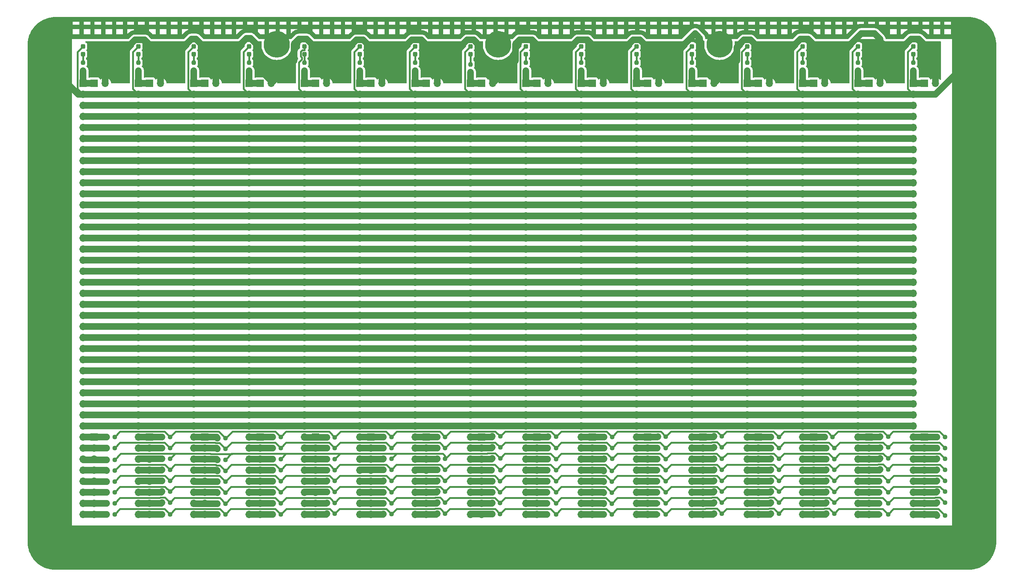
<source format=gbr>
%TF.GenerationSoftware,KiCad,Pcbnew,7.0.5*%
%TF.CreationDate,2024-09-17T03:27:58-04:00*%
%TF.ProjectId,motherboard,6d6f7468-6572-4626-9f61-72642e6b6963,rev?*%
%TF.SameCoordinates,Original*%
%TF.FileFunction,Copper,L1,Top*%
%TF.FilePolarity,Positive*%
%FSLAX46Y46*%
G04 Gerber Fmt 4.6, Leading zero omitted, Abs format (unit mm)*
G04 Created by KiCad (PCBNEW 7.0.5) date 2024-09-17 03:27:58*
%MOMM*%
%LPD*%
G01*
G04 APERTURE LIST*
G04 Aperture macros list*
%AMRoundRect*
0 Rectangle with rounded corners*
0 $1 Rounding radius*
0 $2 $3 $4 $5 $6 $7 $8 $9 X,Y pos of 4 corners*
0 Add a 4 corners polygon primitive as box body*
4,1,4,$2,$3,$4,$5,$6,$7,$8,$9,$2,$3,0*
0 Add four circle primitives for the rounded corners*
1,1,$1+$1,$2,$3*
1,1,$1+$1,$4,$5*
1,1,$1+$1,$6,$7*
1,1,$1+$1,$8,$9*
0 Add four rect primitives between the rounded corners*
20,1,$1+$1,$2,$3,$4,$5,0*
20,1,$1+$1,$4,$5,$6,$7,0*
20,1,$1+$1,$6,$7,$8,$9,0*
20,1,$1+$1,$8,$9,$2,$3,0*%
G04 Aperture macros list end*
%TA.AperFunction,ComponentPad*%
%ADD10R,1.700000X1.700000*%
%TD*%
%TA.AperFunction,ComponentPad*%
%ADD11O,1.700000X1.700000*%
%TD*%
%TA.AperFunction,SMDPad,CuDef*%
%ADD12RoundRect,0.237500X0.250000X0.237500X-0.250000X0.237500X-0.250000X-0.237500X0.250000X-0.237500X0*%
%TD*%
%TA.AperFunction,SMDPad,CuDef*%
%ADD13RoundRect,0.237500X-0.237500X0.250000X-0.237500X-0.250000X0.237500X-0.250000X0.237500X0.250000X0*%
%TD*%
%TA.AperFunction,SMDPad,CuDef*%
%ADD14RoundRect,0.237500X-0.237500X0.287500X-0.237500X-0.287500X0.237500X-0.287500X0.237500X0.287500X0*%
%TD*%
%TA.AperFunction,ViaPad*%
%ADD15C,6.000000*%
%TD*%
%TA.AperFunction,Conductor*%
%ADD16C,1.500000*%
%TD*%
%TA.AperFunction,Conductor*%
%ADD17C,0.400000*%
%TD*%
G04 APERTURE END LIST*
D10*
%TO.P,J31,1,Pin_1*%
%TO.N,/5V_rawQ*%
X241300000Y-46990000D03*
D11*
%TO.P,J31,2,Pin_2*%
%TO.N,GND*%
X241300000Y-49530000D03*
%TO.P,J31,3,Pin_3*%
%TO.N,/clk*%
X241300000Y-52070000D03*
%TO.P,J31,4,Pin_4*%
%TO.N,/reset_n*%
X241300000Y-54610000D03*
%TO.P,J31,5,Pin_5*%
%TO.N,/A*%
X241300000Y-57150000D03*
%TO.P,J31,6,Pin_6*%
%TO.N,/B*%
X241300000Y-59690000D03*
%TO.P,J31,7,Pin_7*%
%TO.N,/C*%
X241300000Y-62230000D03*
%TO.P,J31,8,Pin_8*%
%TO.N,/D*%
X241300000Y-64770000D03*
%TO.P,J31,9,Pin_9*%
%TO.N,/Data_Bus_0_LSB*%
X241300000Y-67310000D03*
%TO.P,J31,10,Pin_10*%
%TO.N,/Data_Bus_1*%
X241300000Y-69850000D03*
%TO.P,J31,11,Pin_11*%
%TO.N,/Data_Bus_2*%
X241300000Y-72390000D03*
%TO.P,J31,12,Pin_12*%
%TO.N,/Data_Bus_3*%
X241300000Y-74930000D03*
%TO.P,J31,13,Pin_13*%
%TO.N,/Data_Bus_4*%
X241300000Y-77470000D03*
%TO.P,J31,14,Pin_14*%
%TO.N,/Data_Bus_5*%
X241300000Y-80010000D03*
%TO.P,J31,15,Pin_15*%
%TO.N,/Data_Bus_6*%
X241300000Y-82550000D03*
%TO.P,J31,16,Pin_16*%
%TO.N,/Data_Bus_7_MSB*%
X241300000Y-85090000D03*
%TO.P,J31,17,Pin_17*%
%TO.N,/Addr_0_LSB*%
X241300000Y-87630000D03*
%TO.P,J31,18,Pin_18*%
%TO.N,/Addr_1*%
X241300000Y-90170000D03*
%TO.P,J31,19,Pin_19*%
%TO.N,/Addr_2*%
X241300000Y-92710000D03*
%TO.P,J31,20,Pin_20*%
%TO.N,/Addr_3*%
X241300000Y-95250000D03*
%TO.P,J31,21,Pin_21*%
%TO.N,/Addr_4*%
X241300000Y-97790000D03*
%TO.P,J31,22,Pin_22*%
%TO.N,/Addr_5*%
X241300000Y-100330000D03*
%TO.P,J31,23,Pin_23*%
%TO.N,/Addr_6*%
X241300000Y-102870000D03*
%TO.P,J31,24,Pin_24*%
%TO.N,/Addr_7*%
X241300000Y-105410000D03*
%TO.P,J31,25,Pin_25*%
%TO.N,/Addr_8*%
X241300000Y-107950000D03*
%TO.P,J31,26,Pin_26*%
%TO.N,/Addr_9*%
X241300000Y-110490000D03*
%TO.P,J31,27,Pin_27*%
%TO.N,/Addr_10*%
X241300000Y-113030000D03*
%TO.P,J31,28,Pin_28*%
%TO.N,/Addr_11*%
X241300000Y-115570000D03*
%TO.P,J31,29,Pin_29*%
%TO.N,/Addr_12*%
X241300000Y-118110000D03*
%TO.P,J31,30,Pin_30*%
%TO.N,/Addr_13*%
X241300000Y-120650000D03*
%TO.P,J31,31,Pin_31*%
%TO.N,/Addr_14*%
X241300000Y-123190000D03*
%TO.P,J31,32,Pin_32*%
%TO.N,/Addr_15_MSB*%
X241300000Y-125730000D03*
%TO.P,J31,33,Pin_33*%
%TO.N,Net-(J31-Pin_33)*%
X241300000Y-128270000D03*
%TO.P,J31,34,Pin_34*%
%TO.N,Net-(J31-Pin_34)*%
X241300000Y-130810000D03*
%TO.P,J31,35,Pin_35*%
%TO.N,Net-(J31-Pin_35)*%
X241300000Y-133350000D03*
%TO.P,J31,36,Pin_36*%
%TO.N,Net-(J31-Pin_36)*%
X241300000Y-135890000D03*
%TO.P,J31,37,Pin_37*%
%TO.N,Net-(J31-Pin_37)*%
X241300000Y-138430000D03*
%TO.P,J31,38,Pin_38*%
%TO.N,Net-(J31-Pin_38)*%
X241300000Y-140970000D03*
%TO.P,J31,39,Pin_39*%
%TO.N,Net-(J31-Pin_39)*%
X241300000Y-143510000D03*
%TO.P,J31,40,Pin_40*%
%TO.N,Net-(J31-Pin_40)*%
X241300000Y-146050000D03*
%TD*%
D10*
%TO.P,J29,1,Pin_1*%
%TO.N,/5V_rawP*%
X228600000Y-46990000D03*
D11*
%TO.P,J29,2,Pin_2*%
%TO.N,GND*%
X228600000Y-49530000D03*
%TO.P,J29,3,Pin_3*%
%TO.N,/clk*%
X228600000Y-52070000D03*
%TO.P,J29,4,Pin_4*%
%TO.N,/reset_n*%
X228600000Y-54610000D03*
%TO.P,J29,5,Pin_5*%
%TO.N,/A*%
X228600000Y-57150000D03*
%TO.P,J29,6,Pin_6*%
%TO.N,/B*%
X228600000Y-59690000D03*
%TO.P,J29,7,Pin_7*%
%TO.N,/C*%
X228600000Y-62230000D03*
%TO.P,J29,8,Pin_8*%
%TO.N,/D*%
X228600000Y-64770000D03*
%TO.P,J29,9,Pin_9*%
%TO.N,/Data_Bus_0_LSB*%
X228600000Y-67310000D03*
%TO.P,J29,10,Pin_10*%
%TO.N,/Data_Bus_1*%
X228600000Y-69850000D03*
%TO.P,J29,11,Pin_11*%
%TO.N,/Data_Bus_2*%
X228600000Y-72390000D03*
%TO.P,J29,12,Pin_12*%
%TO.N,/Data_Bus_3*%
X228600000Y-74930000D03*
%TO.P,J29,13,Pin_13*%
%TO.N,/Data_Bus_4*%
X228600000Y-77470000D03*
%TO.P,J29,14,Pin_14*%
%TO.N,/Data_Bus_5*%
X228600000Y-80010000D03*
%TO.P,J29,15,Pin_15*%
%TO.N,/Data_Bus_6*%
X228600000Y-82550000D03*
%TO.P,J29,16,Pin_16*%
%TO.N,/Data_Bus_7_MSB*%
X228600000Y-85090000D03*
%TO.P,J29,17,Pin_17*%
%TO.N,/Addr_0_LSB*%
X228600000Y-87630000D03*
%TO.P,J29,18,Pin_18*%
%TO.N,/Addr_1*%
X228600000Y-90170000D03*
%TO.P,J29,19,Pin_19*%
%TO.N,/Addr_2*%
X228600000Y-92710000D03*
%TO.P,J29,20,Pin_20*%
%TO.N,/Addr_3*%
X228600000Y-95250000D03*
%TO.P,J29,21,Pin_21*%
%TO.N,/Addr_4*%
X228600000Y-97790000D03*
%TO.P,J29,22,Pin_22*%
%TO.N,/Addr_5*%
X228600000Y-100330000D03*
%TO.P,J29,23,Pin_23*%
%TO.N,/Addr_6*%
X228600000Y-102870000D03*
%TO.P,J29,24,Pin_24*%
%TO.N,/Addr_7*%
X228600000Y-105410000D03*
%TO.P,J29,25,Pin_25*%
%TO.N,/Addr_8*%
X228600000Y-107950000D03*
%TO.P,J29,26,Pin_26*%
%TO.N,/Addr_9*%
X228600000Y-110490000D03*
%TO.P,J29,27,Pin_27*%
%TO.N,/Addr_10*%
X228600000Y-113030000D03*
%TO.P,J29,28,Pin_28*%
%TO.N,/Addr_11*%
X228600000Y-115570000D03*
%TO.P,J29,29,Pin_29*%
%TO.N,/Addr_12*%
X228600000Y-118110000D03*
%TO.P,J29,30,Pin_30*%
%TO.N,/Addr_13*%
X228600000Y-120650000D03*
%TO.P,J29,31,Pin_31*%
%TO.N,/Addr_14*%
X228600000Y-123190000D03*
%TO.P,J29,32,Pin_32*%
%TO.N,/Addr_15_MSB*%
X228600000Y-125730000D03*
%TO.P,J29,33,Pin_33*%
%TO.N,Net-(J29-Pin_33)*%
X228600000Y-128270000D03*
%TO.P,J29,34,Pin_34*%
%TO.N,Net-(J29-Pin_34)*%
X228600000Y-130810000D03*
%TO.P,J29,35,Pin_35*%
%TO.N,Net-(J29-Pin_35)*%
X228600000Y-133350000D03*
%TO.P,J29,36,Pin_36*%
%TO.N,Net-(J29-Pin_36)*%
X228600000Y-135890000D03*
%TO.P,J29,37,Pin_37*%
%TO.N,Net-(J29-Pin_37)*%
X228600000Y-138430000D03*
%TO.P,J29,38,Pin_38*%
%TO.N,Net-(J29-Pin_38)*%
X228600000Y-140970000D03*
%TO.P,J29,39,Pin_39*%
%TO.N,Net-(J29-Pin_39)*%
X228600000Y-143510000D03*
%TO.P,J29,40,Pin_40*%
%TO.N,Net-(J29-Pin_40)*%
X228600000Y-146050000D03*
%TD*%
D10*
%TO.P,J27,1,Pin_1*%
%TO.N,/5V_rawO*%
X215900000Y-46990000D03*
D11*
%TO.P,J27,2,Pin_2*%
%TO.N,GND*%
X215900000Y-49530000D03*
%TO.P,J27,3,Pin_3*%
%TO.N,/clk*%
X215900000Y-52070000D03*
%TO.P,J27,4,Pin_4*%
%TO.N,/reset_n*%
X215900000Y-54610000D03*
%TO.P,J27,5,Pin_5*%
%TO.N,/A*%
X215900000Y-57150000D03*
%TO.P,J27,6,Pin_6*%
%TO.N,/B*%
X215900000Y-59690000D03*
%TO.P,J27,7,Pin_7*%
%TO.N,/C*%
X215900000Y-62230000D03*
%TO.P,J27,8,Pin_8*%
%TO.N,/D*%
X215900000Y-64770000D03*
%TO.P,J27,9,Pin_9*%
%TO.N,/Data_Bus_0_LSB*%
X215900000Y-67310000D03*
%TO.P,J27,10,Pin_10*%
%TO.N,/Data_Bus_1*%
X215900000Y-69850000D03*
%TO.P,J27,11,Pin_11*%
%TO.N,/Data_Bus_2*%
X215900000Y-72390000D03*
%TO.P,J27,12,Pin_12*%
%TO.N,/Data_Bus_3*%
X215900000Y-74930000D03*
%TO.P,J27,13,Pin_13*%
%TO.N,/Data_Bus_4*%
X215900000Y-77470000D03*
%TO.P,J27,14,Pin_14*%
%TO.N,/Data_Bus_5*%
X215900000Y-80010000D03*
%TO.P,J27,15,Pin_15*%
%TO.N,/Data_Bus_6*%
X215900000Y-82550000D03*
%TO.P,J27,16,Pin_16*%
%TO.N,/Data_Bus_7_MSB*%
X215900000Y-85090000D03*
%TO.P,J27,17,Pin_17*%
%TO.N,/Addr_0_LSB*%
X215900000Y-87630000D03*
%TO.P,J27,18,Pin_18*%
%TO.N,/Addr_1*%
X215900000Y-90170000D03*
%TO.P,J27,19,Pin_19*%
%TO.N,/Addr_2*%
X215900000Y-92710000D03*
%TO.P,J27,20,Pin_20*%
%TO.N,/Addr_3*%
X215900000Y-95250000D03*
%TO.P,J27,21,Pin_21*%
%TO.N,/Addr_4*%
X215900000Y-97790000D03*
%TO.P,J27,22,Pin_22*%
%TO.N,/Addr_5*%
X215900000Y-100330000D03*
%TO.P,J27,23,Pin_23*%
%TO.N,/Addr_6*%
X215900000Y-102870000D03*
%TO.P,J27,24,Pin_24*%
%TO.N,/Addr_7*%
X215900000Y-105410000D03*
%TO.P,J27,25,Pin_25*%
%TO.N,/Addr_8*%
X215900000Y-107950000D03*
%TO.P,J27,26,Pin_26*%
%TO.N,/Addr_9*%
X215900000Y-110490000D03*
%TO.P,J27,27,Pin_27*%
%TO.N,/Addr_10*%
X215900000Y-113030000D03*
%TO.P,J27,28,Pin_28*%
%TO.N,/Addr_11*%
X215900000Y-115570000D03*
%TO.P,J27,29,Pin_29*%
%TO.N,/Addr_12*%
X215900000Y-118110000D03*
%TO.P,J27,30,Pin_30*%
%TO.N,/Addr_13*%
X215900000Y-120650000D03*
%TO.P,J27,31,Pin_31*%
%TO.N,/Addr_14*%
X215900000Y-123190000D03*
%TO.P,J27,32,Pin_32*%
%TO.N,/Addr_15_MSB*%
X215900000Y-125730000D03*
%TO.P,J27,33,Pin_33*%
%TO.N,Net-(J27-Pin_33)*%
X215900000Y-128270000D03*
%TO.P,J27,34,Pin_34*%
%TO.N,Net-(J27-Pin_34)*%
X215900000Y-130810000D03*
%TO.P,J27,35,Pin_35*%
%TO.N,Net-(J27-Pin_35)*%
X215900000Y-133350000D03*
%TO.P,J27,36,Pin_36*%
%TO.N,Net-(J27-Pin_36)*%
X215900000Y-135890000D03*
%TO.P,J27,37,Pin_37*%
%TO.N,Net-(J27-Pin_37)*%
X215900000Y-138430000D03*
%TO.P,J27,38,Pin_38*%
%TO.N,Net-(J27-Pin_38)*%
X215900000Y-140970000D03*
%TO.P,J27,39,Pin_39*%
%TO.N,Net-(J27-Pin_39)*%
X215900000Y-143510000D03*
%TO.P,J27,40,Pin_40*%
%TO.N,Net-(J27-Pin_40)*%
X215900000Y-146050000D03*
%TD*%
D10*
%TO.P,J25,1,Pin_1*%
%TO.N,/5V_rawN*%
X203200000Y-46990000D03*
D11*
%TO.P,J25,2,Pin_2*%
%TO.N,GND*%
X203200000Y-49530000D03*
%TO.P,J25,3,Pin_3*%
%TO.N,/clk*%
X203200000Y-52070000D03*
%TO.P,J25,4,Pin_4*%
%TO.N,/reset_n*%
X203200000Y-54610000D03*
%TO.P,J25,5,Pin_5*%
%TO.N,/A*%
X203200000Y-57150000D03*
%TO.P,J25,6,Pin_6*%
%TO.N,/B*%
X203200000Y-59690000D03*
%TO.P,J25,7,Pin_7*%
%TO.N,/C*%
X203200000Y-62230000D03*
%TO.P,J25,8,Pin_8*%
%TO.N,/D*%
X203200000Y-64770000D03*
%TO.P,J25,9,Pin_9*%
%TO.N,/Data_Bus_0_LSB*%
X203200000Y-67310000D03*
%TO.P,J25,10,Pin_10*%
%TO.N,/Data_Bus_1*%
X203200000Y-69850000D03*
%TO.P,J25,11,Pin_11*%
%TO.N,/Data_Bus_2*%
X203200000Y-72390000D03*
%TO.P,J25,12,Pin_12*%
%TO.N,/Data_Bus_3*%
X203200000Y-74930000D03*
%TO.P,J25,13,Pin_13*%
%TO.N,/Data_Bus_4*%
X203200000Y-77470000D03*
%TO.P,J25,14,Pin_14*%
%TO.N,/Data_Bus_5*%
X203200000Y-80010000D03*
%TO.P,J25,15,Pin_15*%
%TO.N,/Data_Bus_6*%
X203200000Y-82550000D03*
%TO.P,J25,16,Pin_16*%
%TO.N,/Data_Bus_7_MSB*%
X203200000Y-85090000D03*
%TO.P,J25,17,Pin_17*%
%TO.N,/Addr_0_LSB*%
X203200000Y-87630000D03*
%TO.P,J25,18,Pin_18*%
%TO.N,/Addr_1*%
X203200000Y-90170000D03*
%TO.P,J25,19,Pin_19*%
%TO.N,/Addr_2*%
X203200000Y-92710000D03*
%TO.P,J25,20,Pin_20*%
%TO.N,/Addr_3*%
X203200000Y-95250000D03*
%TO.P,J25,21,Pin_21*%
%TO.N,/Addr_4*%
X203200000Y-97790000D03*
%TO.P,J25,22,Pin_22*%
%TO.N,/Addr_5*%
X203200000Y-100330000D03*
%TO.P,J25,23,Pin_23*%
%TO.N,/Addr_6*%
X203200000Y-102870000D03*
%TO.P,J25,24,Pin_24*%
%TO.N,/Addr_7*%
X203200000Y-105410000D03*
%TO.P,J25,25,Pin_25*%
%TO.N,/Addr_8*%
X203200000Y-107950000D03*
%TO.P,J25,26,Pin_26*%
%TO.N,/Addr_9*%
X203200000Y-110490000D03*
%TO.P,J25,27,Pin_27*%
%TO.N,/Addr_10*%
X203200000Y-113030000D03*
%TO.P,J25,28,Pin_28*%
%TO.N,/Addr_11*%
X203200000Y-115570000D03*
%TO.P,J25,29,Pin_29*%
%TO.N,/Addr_12*%
X203200000Y-118110000D03*
%TO.P,J25,30,Pin_30*%
%TO.N,/Addr_13*%
X203200000Y-120650000D03*
%TO.P,J25,31,Pin_31*%
%TO.N,/Addr_14*%
X203200000Y-123190000D03*
%TO.P,J25,32,Pin_32*%
%TO.N,/Addr_15_MSB*%
X203200000Y-125730000D03*
%TO.P,J25,33,Pin_33*%
%TO.N,Net-(J25-Pin_33)*%
X203200000Y-128270000D03*
%TO.P,J25,34,Pin_34*%
%TO.N,Net-(J25-Pin_34)*%
X203200000Y-130810000D03*
%TO.P,J25,35,Pin_35*%
%TO.N,Net-(J25-Pin_35)*%
X203200000Y-133350000D03*
%TO.P,J25,36,Pin_36*%
%TO.N,Net-(J25-Pin_36)*%
X203200000Y-135890000D03*
%TO.P,J25,37,Pin_37*%
%TO.N,Net-(J25-Pin_37)*%
X203200000Y-138430000D03*
%TO.P,J25,38,Pin_38*%
%TO.N,Net-(J25-Pin_38)*%
X203200000Y-140970000D03*
%TO.P,J25,39,Pin_39*%
%TO.N,Net-(J25-Pin_39)*%
X203200000Y-143510000D03*
%TO.P,J25,40,Pin_40*%
%TO.N,Net-(J25-Pin_40)*%
X203200000Y-146050000D03*
%TD*%
D10*
%TO.P,J23,1,Pin_1*%
%TO.N,/5V_rawM*%
X190500000Y-46990000D03*
D11*
%TO.P,J23,2,Pin_2*%
%TO.N,GND*%
X190500000Y-49530000D03*
%TO.P,J23,3,Pin_3*%
%TO.N,/clk*%
X190500000Y-52070000D03*
%TO.P,J23,4,Pin_4*%
%TO.N,/reset_n*%
X190500000Y-54610000D03*
%TO.P,J23,5,Pin_5*%
%TO.N,/A*%
X190500000Y-57150000D03*
%TO.P,J23,6,Pin_6*%
%TO.N,/B*%
X190500000Y-59690000D03*
%TO.P,J23,7,Pin_7*%
%TO.N,/C*%
X190500000Y-62230000D03*
%TO.P,J23,8,Pin_8*%
%TO.N,/D*%
X190500000Y-64770000D03*
%TO.P,J23,9,Pin_9*%
%TO.N,/Data_Bus_0_LSB*%
X190500000Y-67310000D03*
%TO.P,J23,10,Pin_10*%
%TO.N,/Data_Bus_1*%
X190500000Y-69850000D03*
%TO.P,J23,11,Pin_11*%
%TO.N,/Data_Bus_2*%
X190500000Y-72390000D03*
%TO.P,J23,12,Pin_12*%
%TO.N,/Data_Bus_3*%
X190500000Y-74930000D03*
%TO.P,J23,13,Pin_13*%
%TO.N,/Data_Bus_4*%
X190500000Y-77470000D03*
%TO.P,J23,14,Pin_14*%
%TO.N,/Data_Bus_5*%
X190500000Y-80010000D03*
%TO.P,J23,15,Pin_15*%
%TO.N,/Data_Bus_6*%
X190500000Y-82550000D03*
%TO.P,J23,16,Pin_16*%
%TO.N,/Data_Bus_7_MSB*%
X190500000Y-85090000D03*
%TO.P,J23,17,Pin_17*%
%TO.N,/Addr_0_LSB*%
X190500000Y-87630000D03*
%TO.P,J23,18,Pin_18*%
%TO.N,/Addr_1*%
X190500000Y-90170000D03*
%TO.P,J23,19,Pin_19*%
%TO.N,/Addr_2*%
X190500000Y-92710000D03*
%TO.P,J23,20,Pin_20*%
%TO.N,/Addr_3*%
X190500000Y-95250000D03*
%TO.P,J23,21,Pin_21*%
%TO.N,/Addr_4*%
X190500000Y-97790000D03*
%TO.P,J23,22,Pin_22*%
%TO.N,/Addr_5*%
X190500000Y-100330000D03*
%TO.P,J23,23,Pin_23*%
%TO.N,/Addr_6*%
X190500000Y-102870000D03*
%TO.P,J23,24,Pin_24*%
%TO.N,/Addr_7*%
X190500000Y-105410000D03*
%TO.P,J23,25,Pin_25*%
%TO.N,/Addr_8*%
X190500000Y-107950000D03*
%TO.P,J23,26,Pin_26*%
%TO.N,/Addr_9*%
X190500000Y-110490000D03*
%TO.P,J23,27,Pin_27*%
%TO.N,/Addr_10*%
X190500000Y-113030000D03*
%TO.P,J23,28,Pin_28*%
%TO.N,/Addr_11*%
X190500000Y-115570000D03*
%TO.P,J23,29,Pin_29*%
%TO.N,/Addr_12*%
X190500000Y-118110000D03*
%TO.P,J23,30,Pin_30*%
%TO.N,/Addr_13*%
X190500000Y-120650000D03*
%TO.P,J23,31,Pin_31*%
%TO.N,/Addr_14*%
X190500000Y-123190000D03*
%TO.P,J23,32,Pin_32*%
%TO.N,/Addr_15_MSB*%
X190500000Y-125730000D03*
%TO.P,J23,33,Pin_33*%
%TO.N,Net-(J23-Pin_33)*%
X190500000Y-128270000D03*
%TO.P,J23,34,Pin_34*%
%TO.N,Net-(J23-Pin_34)*%
X190500000Y-130810000D03*
%TO.P,J23,35,Pin_35*%
%TO.N,Net-(J23-Pin_35)*%
X190500000Y-133350000D03*
%TO.P,J23,36,Pin_36*%
%TO.N,Net-(J23-Pin_36)*%
X190500000Y-135890000D03*
%TO.P,J23,37,Pin_37*%
%TO.N,Net-(J23-Pin_37)*%
X190500000Y-138430000D03*
%TO.P,J23,38,Pin_38*%
%TO.N,Net-(J23-Pin_38)*%
X190500000Y-140970000D03*
%TO.P,J23,39,Pin_39*%
%TO.N,Net-(J23-Pin_39)*%
X190500000Y-143510000D03*
%TO.P,J23,40,Pin_40*%
%TO.N,Net-(J23-Pin_40)*%
X190500000Y-146050000D03*
%TD*%
D10*
%TO.P,J21,1,Pin_1*%
%TO.N,/5V_rawL*%
X177800000Y-46990000D03*
D11*
%TO.P,J21,2,Pin_2*%
%TO.N,GND*%
X177800000Y-49530000D03*
%TO.P,J21,3,Pin_3*%
%TO.N,/clk*%
X177800000Y-52070000D03*
%TO.P,J21,4,Pin_4*%
%TO.N,/reset_n*%
X177800000Y-54610000D03*
%TO.P,J21,5,Pin_5*%
%TO.N,/A*%
X177800000Y-57150000D03*
%TO.P,J21,6,Pin_6*%
%TO.N,/B*%
X177800000Y-59690000D03*
%TO.P,J21,7,Pin_7*%
%TO.N,/C*%
X177800000Y-62230000D03*
%TO.P,J21,8,Pin_8*%
%TO.N,/D*%
X177800000Y-64770000D03*
%TO.P,J21,9,Pin_9*%
%TO.N,/Data_Bus_0_LSB*%
X177800000Y-67310000D03*
%TO.P,J21,10,Pin_10*%
%TO.N,/Data_Bus_1*%
X177800000Y-69850000D03*
%TO.P,J21,11,Pin_11*%
%TO.N,/Data_Bus_2*%
X177800000Y-72390000D03*
%TO.P,J21,12,Pin_12*%
%TO.N,/Data_Bus_3*%
X177800000Y-74930000D03*
%TO.P,J21,13,Pin_13*%
%TO.N,/Data_Bus_4*%
X177800000Y-77470000D03*
%TO.P,J21,14,Pin_14*%
%TO.N,/Data_Bus_5*%
X177800000Y-80010000D03*
%TO.P,J21,15,Pin_15*%
%TO.N,/Data_Bus_6*%
X177800000Y-82550000D03*
%TO.P,J21,16,Pin_16*%
%TO.N,/Data_Bus_7_MSB*%
X177800000Y-85090000D03*
%TO.P,J21,17,Pin_17*%
%TO.N,/Addr_0_LSB*%
X177800000Y-87630000D03*
%TO.P,J21,18,Pin_18*%
%TO.N,/Addr_1*%
X177800000Y-90170000D03*
%TO.P,J21,19,Pin_19*%
%TO.N,/Addr_2*%
X177800000Y-92710000D03*
%TO.P,J21,20,Pin_20*%
%TO.N,/Addr_3*%
X177800000Y-95250000D03*
%TO.P,J21,21,Pin_21*%
%TO.N,/Addr_4*%
X177800000Y-97790000D03*
%TO.P,J21,22,Pin_22*%
%TO.N,/Addr_5*%
X177800000Y-100330000D03*
%TO.P,J21,23,Pin_23*%
%TO.N,/Addr_6*%
X177800000Y-102870000D03*
%TO.P,J21,24,Pin_24*%
%TO.N,/Addr_7*%
X177800000Y-105410000D03*
%TO.P,J21,25,Pin_25*%
%TO.N,/Addr_8*%
X177800000Y-107950000D03*
%TO.P,J21,26,Pin_26*%
%TO.N,/Addr_9*%
X177800000Y-110490000D03*
%TO.P,J21,27,Pin_27*%
%TO.N,/Addr_10*%
X177800000Y-113030000D03*
%TO.P,J21,28,Pin_28*%
%TO.N,/Addr_11*%
X177800000Y-115570000D03*
%TO.P,J21,29,Pin_29*%
%TO.N,/Addr_12*%
X177800000Y-118110000D03*
%TO.P,J21,30,Pin_30*%
%TO.N,/Addr_13*%
X177800000Y-120650000D03*
%TO.P,J21,31,Pin_31*%
%TO.N,/Addr_14*%
X177800000Y-123190000D03*
%TO.P,J21,32,Pin_32*%
%TO.N,/Addr_15_MSB*%
X177800000Y-125730000D03*
%TO.P,J21,33,Pin_33*%
%TO.N,Net-(J21-Pin_33)*%
X177800000Y-128270000D03*
%TO.P,J21,34,Pin_34*%
%TO.N,Net-(J21-Pin_34)*%
X177800000Y-130810000D03*
%TO.P,J21,35,Pin_35*%
%TO.N,Net-(J21-Pin_35)*%
X177800000Y-133350000D03*
%TO.P,J21,36,Pin_36*%
%TO.N,Net-(J21-Pin_36)*%
X177800000Y-135890000D03*
%TO.P,J21,37,Pin_37*%
%TO.N,Net-(J21-Pin_37)*%
X177800000Y-138430000D03*
%TO.P,J21,38,Pin_38*%
%TO.N,Net-(J21-Pin_38)*%
X177800000Y-140970000D03*
%TO.P,J21,39,Pin_39*%
%TO.N,Net-(J21-Pin_39)*%
X177800000Y-143510000D03*
%TO.P,J21,40,Pin_40*%
%TO.N,Net-(J21-Pin_40)*%
X177800000Y-146050000D03*
%TD*%
D10*
%TO.P,J19,1,Pin_1*%
%TO.N,/5V_rawK*%
X165100000Y-46990000D03*
D11*
%TO.P,J19,2,Pin_2*%
%TO.N,GND*%
X165100000Y-49530000D03*
%TO.P,J19,3,Pin_3*%
%TO.N,/clk*%
X165100000Y-52070000D03*
%TO.P,J19,4,Pin_4*%
%TO.N,/reset_n*%
X165100000Y-54610000D03*
%TO.P,J19,5,Pin_5*%
%TO.N,/A*%
X165100000Y-57150000D03*
%TO.P,J19,6,Pin_6*%
%TO.N,/B*%
X165100000Y-59690000D03*
%TO.P,J19,7,Pin_7*%
%TO.N,/C*%
X165100000Y-62230000D03*
%TO.P,J19,8,Pin_8*%
%TO.N,/D*%
X165100000Y-64770000D03*
%TO.P,J19,9,Pin_9*%
%TO.N,/Data_Bus_0_LSB*%
X165100000Y-67310000D03*
%TO.P,J19,10,Pin_10*%
%TO.N,/Data_Bus_1*%
X165100000Y-69850000D03*
%TO.P,J19,11,Pin_11*%
%TO.N,/Data_Bus_2*%
X165100000Y-72390000D03*
%TO.P,J19,12,Pin_12*%
%TO.N,/Data_Bus_3*%
X165100000Y-74930000D03*
%TO.P,J19,13,Pin_13*%
%TO.N,/Data_Bus_4*%
X165100000Y-77470000D03*
%TO.P,J19,14,Pin_14*%
%TO.N,/Data_Bus_5*%
X165100000Y-80010000D03*
%TO.P,J19,15,Pin_15*%
%TO.N,/Data_Bus_6*%
X165100000Y-82550000D03*
%TO.P,J19,16,Pin_16*%
%TO.N,/Data_Bus_7_MSB*%
X165100000Y-85090000D03*
%TO.P,J19,17,Pin_17*%
%TO.N,/Addr_0_LSB*%
X165100000Y-87630000D03*
%TO.P,J19,18,Pin_18*%
%TO.N,/Addr_1*%
X165100000Y-90170000D03*
%TO.P,J19,19,Pin_19*%
%TO.N,/Addr_2*%
X165100000Y-92710000D03*
%TO.P,J19,20,Pin_20*%
%TO.N,/Addr_3*%
X165100000Y-95250000D03*
%TO.P,J19,21,Pin_21*%
%TO.N,/Addr_4*%
X165100000Y-97790000D03*
%TO.P,J19,22,Pin_22*%
%TO.N,/Addr_5*%
X165100000Y-100330000D03*
%TO.P,J19,23,Pin_23*%
%TO.N,/Addr_6*%
X165100000Y-102870000D03*
%TO.P,J19,24,Pin_24*%
%TO.N,/Addr_7*%
X165100000Y-105410000D03*
%TO.P,J19,25,Pin_25*%
%TO.N,/Addr_8*%
X165100000Y-107950000D03*
%TO.P,J19,26,Pin_26*%
%TO.N,/Addr_9*%
X165100000Y-110490000D03*
%TO.P,J19,27,Pin_27*%
%TO.N,/Addr_10*%
X165100000Y-113030000D03*
%TO.P,J19,28,Pin_28*%
%TO.N,/Addr_11*%
X165100000Y-115570000D03*
%TO.P,J19,29,Pin_29*%
%TO.N,/Addr_12*%
X165100000Y-118110000D03*
%TO.P,J19,30,Pin_30*%
%TO.N,/Addr_13*%
X165100000Y-120650000D03*
%TO.P,J19,31,Pin_31*%
%TO.N,/Addr_14*%
X165100000Y-123190000D03*
%TO.P,J19,32,Pin_32*%
%TO.N,/Addr_15_MSB*%
X165100000Y-125730000D03*
%TO.P,J19,33,Pin_33*%
%TO.N,Net-(J19-Pin_33)*%
X165100000Y-128270000D03*
%TO.P,J19,34,Pin_34*%
%TO.N,Net-(J19-Pin_34)*%
X165100000Y-130810000D03*
%TO.P,J19,35,Pin_35*%
%TO.N,Net-(J19-Pin_35)*%
X165100000Y-133350000D03*
%TO.P,J19,36,Pin_36*%
%TO.N,Net-(J19-Pin_36)*%
X165100000Y-135890000D03*
%TO.P,J19,37,Pin_37*%
%TO.N,Net-(J19-Pin_37)*%
X165100000Y-138430000D03*
%TO.P,J19,38,Pin_38*%
%TO.N,Net-(J19-Pin_38)*%
X165100000Y-140970000D03*
%TO.P,J19,39,Pin_39*%
%TO.N,Net-(J19-Pin_39)*%
X165100000Y-143510000D03*
%TO.P,J19,40,Pin_40*%
%TO.N,Net-(J19-Pin_40)*%
X165100000Y-146050000D03*
%TD*%
D10*
%TO.P,J17,1,Pin_1*%
%TO.N,/5V_rawJ*%
X152400000Y-46990000D03*
D11*
%TO.P,J17,2,Pin_2*%
%TO.N,GND*%
X152400000Y-49530000D03*
%TO.P,J17,3,Pin_3*%
%TO.N,/clk*%
X152400000Y-52070000D03*
%TO.P,J17,4,Pin_4*%
%TO.N,/reset_n*%
X152400000Y-54610000D03*
%TO.P,J17,5,Pin_5*%
%TO.N,/A*%
X152400000Y-57150000D03*
%TO.P,J17,6,Pin_6*%
%TO.N,/B*%
X152400000Y-59690000D03*
%TO.P,J17,7,Pin_7*%
%TO.N,/C*%
X152400000Y-62230000D03*
%TO.P,J17,8,Pin_8*%
%TO.N,/D*%
X152400000Y-64770000D03*
%TO.P,J17,9,Pin_9*%
%TO.N,/Data_Bus_0_LSB*%
X152400000Y-67310000D03*
%TO.P,J17,10,Pin_10*%
%TO.N,/Data_Bus_1*%
X152400000Y-69850000D03*
%TO.P,J17,11,Pin_11*%
%TO.N,/Data_Bus_2*%
X152400000Y-72390000D03*
%TO.P,J17,12,Pin_12*%
%TO.N,/Data_Bus_3*%
X152400000Y-74930000D03*
%TO.P,J17,13,Pin_13*%
%TO.N,/Data_Bus_4*%
X152400000Y-77470000D03*
%TO.P,J17,14,Pin_14*%
%TO.N,/Data_Bus_5*%
X152400000Y-80010000D03*
%TO.P,J17,15,Pin_15*%
%TO.N,/Data_Bus_6*%
X152400000Y-82550000D03*
%TO.P,J17,16,Pin_16*%
%TO.N,/Data_Bus_7_MSB*%
X152400000Y-85090000D03*
%TO.P,J17,17,Pin_17*%
%TO.N,/Addr_0_LSB*%
X152400000Y-87630000D03*
%TO.P,J17,18,Pin_18*%
%TO.N,/Addr_1*%
X152400000Y-90170000D03*
%TO.P,J17,19,Pin_19*%
%TO.N,/Addr_2*%
X152400000Y-92710000D03*
%TO.P,J17,20,Pin_20*%
%TO.N,/Addr_3*%
X152400000Y-95250000D03*
%TO.P,J17,21,Pin_21*%
%TO.N,/Addr_4*%
X152400000Y-97790000D03*
%TO.P,J17,22,Pin_22*%
%TO.N,/Addr_5*%
X152400000Y-100330000D03*
%TO.P,J17,23,Pin_23*%
%TO.N,/Addr_6*%
X152400000Y-102870000D03*
%TO.P,J17,24,Pin_24*%
%TO.N,/Addr_7*%
X152400000Y-105410000D03*
%TO.P,J17,25,Pin_25*%
%TO.N,/Addr_8*%
X152400000Y-107950000D03*
%TO.P,J17,26,Pin_26*%
%TO.N,/Addr_9*%
X152400000Y-110490000D03*
%TO.P,J17,27,Pin_27*%
%TO.N,/Addr_10*%
X152400000Y-113030000D03*
%TO.P,J17,28,Pin_28*%
%TO.N,/Addr_11*%
X152400000Y-115570000D03*
%TO.P,J17,29,Pin_29*%
%TO.N,/Addr_12*%
X152400000Y-118110000D03*
%TO.P,J17,30,Pin_30*%
%TO.N,/Addr_13*%
X152400000Y-120650000D03*
%TO.P,J17,31,Pin_31*%
%TO.N,/Addr_14*%
X152400000Y-123190000D03*
%TO.P,J17,32,Pin_32*%
%TO.N,/Addr_15_MSB*%
X152400000Y-125730000D03*
%TO.P,J17,33,Pin_33*%
%TO.N,Net-(J17-Pin_33)*%
X152400000Y-128270000D03*
%TO.P,J17,34,Pin_34*%
%TO.N,Net-(J17-Pin_34)*%
X152400000Y-130810000D03*
%TO.P,J17,35,Pin_35*%
%TO.N,Net-(J17-Pin_35)*%
X152400000Y-133350000D03*
%TO.P,J17,36,Pin_36*%
%TO.N,Net-(J17-Pin_36)*%
X152400000Y-135890000D03*
%TO.P,J17,37,Pin_37*%
%TO.N,Net-(J17-Pin_37)*%
X152400000Y-138430000D03*
%TO.P,J17,38,Pin_38*%
%TO.N,Net-(J17-Pin_38)*%
X152400000Y-140970000D03*
%TO.P,J17,39,Pin_39*%
%TO.N,Net-(J17-Pin_39)*%
X152400000Y-143510000D03*
%TO.P,J17,40,Pin_40*%
%TO.N,Net-(J17-Pin_40)*%
X152400000Y-146050000D03*
%TD*%
D10*
%TO.P,J15,1,Pin_1*%
%TO.N,/5V_rawH*%
X139700000Y-46990000D03*
D11*
%TO.P,J15,2,Pin_2*%
%TO.N,GND*%
X139700000Y-49530000D03*
%TO.P,J15,3,Pin_3*%
%TO.N,/clk*%
X139700000Y-52070000D03*
%TO.P,J15,4,Pin_4*%
%TO.N,/reset_n*%
X139700000Y-54610000D03*
%TO.P,J15,5,Pin_5*%
%TO.N,/A*%
X139700000Y-57150000D03*
%TO.P,J15,6,Pin_6*%
%TO.N,/B*%
X139700000Y-59690000D03*
%TO.P,J15,7,Pin_7*%
%TO.N,/C*%
X139700000Y-62230000D03*
%TO.P,J15,8,Pin_8*%
%TO.N,/D*%
X139700000Y-64770000D03*
%TO.P,J15,9,Pin_9*%
%TO.N,/Data_Bus_0_LSB*%
X139700000Y-67310000D03*
%TO.P,J15,10,Pin_10*%
%TO.N,/Data_Bus_1*%
X139700000Y-69850000D03*
%TO.P,J15,11,Pin_11*%
%TO.N,/Data_Bus_2*%
X139700000Y-72390000D03*
%TO.P,J15,12,Pin_12*%
%TO.N,/Data_Bus_3*%
X139700000Y-74930000D03*
%TO.P,J15,13,Pin_13*%
%TO.N,/Data_Bus_4*%
X139700000Y-77470000D03*
%TO.P,J15,14,Pin_14*%
%TO.N,/Data_Bus_5*%
X139700000Y-80010000D03*
%TO.P,J15,15,Pin_15*%
%TO.N,/Data_Bus_6*%
X139700000Y-82550000D03*
%TO.P,J15,16,Pin_16*%
%TO.N,/Data_Bus_7_MSB*%
X139700000Y-85090000D03*
%TO.P,J15,17,Pin_17*%
%TO.N,/Addr_0_LSB*%
X139700000Y-87630000D03*
%TO.P,J15,18,Pin_18*%
%TO.N,/Addr_1*%
X139700000Y-90170000D03*
%TO.P,J15,19,Pin_19*%
%TO.N,/Addr_2*%
X139700000Y-92710000D03*
%TO.P,J15,20,Pin_20*%
%TO.N,/Addr_3*%
X139700000Y-95250000D03*
%TO.P,J15,21,Pin_21*%
%TO.N,/Addr_4*%
X139700000Y-97790000D03*
%TO.P,J15,22,Pin_22*%
%TO.N,/Addr_5*%
X139700000Y-100330000D03*
%TO.P,J15,23,Pin_23*%
%TO.N,/Addr_6*%
X139700000Y-102870000D03*
%TO.P,J15,24,Pin_24*%
%TO.N,/Addr_7*%
X139700000Y-105410000D03*
%TO.P,J15,25,Pin_25*%
%TO.N,/Addr_8*%
X139700000Y-107950000D03*
%TO.P,J15,26,Pin_26*%
%TO.N,/Addr_9*%
X139700000Y-110490000D03*
%TO.P,J15,27,Pin_27*%
%TO.N,/Addr_10*%
X139700000Y-113030000D03*
%TO.P,J15,28,Pin_28*%
%TO.N,/Addr_11*%
X139700000Y-115570000D03*
%TO.P,J15,29,Pin_29*%
%TO.N,/Addr_12*%
X139700000Y-118110000D03*
%TO.P,J15,30,Pin_30*%
%TO.N,/Addr_13*%
X139700000Y-120650000D03*
%TO.P,J15,31,Pin_31*%
%TO.N,/Addr_14*%
X139700000Y-123190000D03*
%TO.P,J15,32,Pin_32*%
%TO.N,/Addr_15_MSB*%
X139700000Y-125730000D03*
%TO.P,J15,33,Pin_33*%
%TO.N,Net-(J15-Pin_33)*%
X139700000Y-128270000D03*
%TO.P,J15,34,Pin_34*%
%TO.N,Net-(J15-Pin_34)*%
X139700000Y-130810000D03*
%TO.P,J15,35,Pin_35*%
%TO.N,Net-(J15-Pin_35)*%
X139700000Y-133350000D03*
%TO.P,J15,36,Pin_36*%
%TO.N,Net-(J15-Pin_36)*%
X139700000Y-135890000D03*
%TO.P,J15,37,Pin_37*%
%TO.N,Net-(J15-Pin_37)*%
X139700000Y-138430000D03*
%TO.P,J15,38,Pin_38*%
%TO.N,Net-(J15-Pin_38)*%
X139700000Y-140970000D03*
%TO.P,J15,39,Pin_39*%
%TO.N,Net-(J15-Pin_39)*%
X139700000Y-143510000D03*
%TO.P,J15,40,Pin_40*%
%TO.N,Net-(J15-Pin_40)*%
X139700000Y-146050000D03*
%TD*%
D10*
%TO.P,J13,1,Pin_1*%
%TO.N,/5V_rawG*%
X127000000Y-46990000D03*
D11*
%TO.P,J13,2,Pin_2*%
%TO.N,GND*%
X127000000Y-49530000D03*
%TO.P,J13,3,Pin_3*%
%TO.N,/clk*%
X127000000Y-52070000D03*
%TO.P,J13,4,Pin_4*%
%TO.N,/reset_n*%
X127000000Y-54610000D03*
%TO.P,J13,5,Pin_5*%
%TO.N,/A*%
X127000000Y-57150000D03*
%TO.P,J13,6,Pin_6*%
%TO.N,/B*%
X127000000Y-59690000D03*
%TO.P,J13,7,Pin_7*%
%TO.N,/C*%
X127000000Y-62230000D03*
%TO.P,J13,8,Pin_8*%
%TO.N,/D*%
X127000000Y-64770000D03*
%TO.P,J13,9,Pin_9*%
%TO.N,/Data_Bus_0_LSB*%
X127000000Y-67310000D03*
%TO.P,J13,10,Pin_10*%
%TO.N,/Data_Bus_1*%
X127000000Y-69850000D03*
%TO.P,J13,11,Pin_11*%
%TO.N,/Data_Bus_2*%
X127000000Y-72390000D03*
%TO.P,J13,12,Pin_12*%
%TO.N,/Data_Bus_3*%
X127000000Y-74930000D03*
%TO.P,J13,13,Pin_13*%
%TO.N,/Data_Bus_4*%
X127000000Y-77470000D03*
%TO.P,J13,14,Pin_14*%
%TO.N,/Data_Bus_5*%
X127000000Y-80010000D03*
%TO.P,J13,15,Pin_15*%
%TO.N,/Data_Bus_6*%
X127000000Y-82550000D03*
%TO.P,J13,16,Pin_16*%
%TO.N,/Data_Bus_7_MSB*%
X127000000Y-85090000D03*
%TO.P,J13,17,Pin_17*%
%TO.N,/Addr_0_LSB*%
X127000000Y-87630000D03*
%TO.P,J13,18,Pin_18*%
%TO.N,/Addr_1*%
X127000000Y-90170000D03*
%TO.P,J13,19,Pin_19*%
%TO.N,/Addr_2*%
X127000000Y-92710000D03*
%TO.P,J13,20,Pin_20*%
%TO.N,/Addr_3*%
X127000000Y-95250000D03*
%TO.P,J13,21,Pin_21*%
%TO.N,/Addr_4*%
X127000000Y-97790000D03*
%TO.P,J13,22,Pin_22*%
%TO.N,/Addr_5*%
X127000000Y-100330000D03*
%TO.P,J13,23,Pin_23*%
%TO.N,/Addr_6*%
X127000000Y-102870000D03*
%TO.P,J13,24,Pin_24*%
%TO.N,/Addr_7*%
X127000000Y-105410000D03*
%TO.P,J13,25,Pin_25*%
%TO.N,/Addr_8*%
X127000000Y-107950000D03*
%TO.P,J13,26,Pin_26*%
%TO.N,/Addr_9*%
X127000000Y-110490000D03*
%TO.P,J13,27,Pin_27*%
%TO.N,/Addr_10*%
X127000000Y-113030000D03*
%TO.P,J13,28,Pin_28*%
%TO.N,/Addr_11*%
X127000000Y-115570000D03*
%TO.P,J13,29,Pin_29*%
%TO.N,/Addr_12*%
X127000000Y-118110000D03*
%TO.P,J13,30,Pin_30*%
%TO.N,/Addr_13*%
X127000000Y-120650000D03*
%TO.P,J13,31,Pin_31*%
%TO.N,/Addr_14*%
X127000000Y-123190000D03*
%TO.P,J13,32,Pin_32*%
%TO.N,/Addr_15_MSB*%
X127000000Y-125730000D03*
%TO.P,J13,33,Pin_33*%
%TO.N,Net-(J13-Pin_33)*%
X127000000Y-128270000D03*
%TO.P,J13,34,Pin_34*%
%TO.N,Net-(J13-Pin_34)*%
X127000000Y-130810000D03*
%TO.P,J13,35,Pin_35*%
%TO.N,Net-(J13-Pin_35)*%
X127000000Y-133350000D03*
%TO.P,J13,36,Pin_36*%
%TO.N,Net-(J13-Pin_36)*%
X127000000Y-135890000D03*
%TO.P,J13,37,Pin_37*%
%TO.N,Net-(J13-Pin_37)*%
X127000000Y-138430000D03*
%TO.P,J13,38,Pin_38*%
%TO.N,Net-(J13-Pin_38)*%
X127000000Y-140970000D03*
%TO.P,J13,39,Pin_39*%
%TO.N,Net-(J13-Pin_39)*%
X127000000Y-143510000D03*
%TO.P,J13,40,Pin_40*%
%TO.N,Net-(J13-Pin_40)*%
X127000000Y-146050000D03*
%TD*%
D10*
%TO.P,J11,1,Pin_1*%
%TO.N,/5V_rawF*%
X114300000Y-46990000D03*
D11*
%TO.P,J11,2,Pin_2*%
%TO.N,GND*%
X114300000Y-49530000D03*
%TO.P,J11,3,Pin_3*%
%TO.N,/clk*%
X114300000Y-52070000D03*
%TO.P,J11,4,Pin_4*%
%TO.N,/reset_n*%
X114300000Y-54610000D03*
%TO.P,J11,5,Pin_5*%
%TO.N,/A*%
X114300000Y-57150000D03*
%TO.P,J11,6,Pin_6*%
%TO.N,/B*%
X114300000Y-59690000D03*
%TO.P,J11,7,Pin_7*%
%TO.N,/C*%
X114300000Y-62230000D03*
%TO.P,J11,8,Pin_8*%
%TO.N,/D*%
X114300000Y-64770000D03*
%TO.P,J11,9,Pin_9*%
%TO.N,/Data_Bus_0_LSB*%
X114300000Y-67310000D03*
%TO.P,J11,10,Pin_10*%
%TO.N,/Data_Bus_1*%
X114300000Y-69850000D03*
%TO.P,J11,11,Pin_11*%
%TO.N,/Data_Bus_2*%
X114300000Y-72390000D03*
%TO.P,J11,12,Pin_12*%
%TO.N,/Data_Bus_3*%
X114300000Y-74930000D03*
%TO.P,J11,13,Pin_13*%
%TO.N,/Data_Bus_4*%
X114300000Y-77470000D03*
%TO.P,J11,14,Pin_14*%
%TO.N,/Data_Bus_5*%
X114300000Y-80010000D03*
%TO.P,J11,15,Pin_15*%
%TO.N,/Data_Bus_6*%
X114300000Y-82550000D03*
%TO.P,J11,16,Pin_16*%
%TO.N,/Data_Bus_7_MSB*%
X114300000Y-85090000D03*
%TO.P,J11,17,Pin_17*%
%TO.N,/Addr_0_LSB*%
X114300000Y-87630000D03*
%TO.P,J11,18,Pin_18*%
%TO.N,/Addr_1*%
X114300000Y-90170000D03*
%TO.P,J11,19,Pin_19*%
%TO.N,/Addr_2*%
X114300000Y-92710000D03*
%TO.P,J11,20,Pin_20*%
%TO.N,/Addr_3*%
X114300000Y-95250000D03*
%TO.P,J11,21,Pin_21*%
%TO.N,/Addr_4*%
X114300000Y-97790000D03*
%TO.P,J11,22,Pin_22*%
%TO.N,/Addr_5*%
X114300000Y-100330000D03*
%TO.P,J11,23,Pin_23*%
%TO.N,/Addr_6*%
X114300000Y-102870000D03*
%TO.P,J11,24,Pin_24*%
%TO.N,/Addr_7*%
X114300000Y-105410000D03*
%TO.P,J11,25,Pin_25*%
%TO.N,/Addr_8*%
X114300000Y-107950000D03*
%TO.P,J11,26,Pin_26*%
%TO.N,/Addr_9*%
X114300000Y-110490000D03*
%TO.P,J11,27,Pin_27*%
%TO.N,/Addr_10*%
X114300000Y-113030000D03*
%TO.P,J11,28,Pin_28*%
%TO.N,/Addr_11*%
X114300000Y-115570000D03*
%TO.P,J11,29,Pin_29*%
%TO.N,/Addr_12*%
X114300000Y-118110000D03*
%TO.P,J11,30,Pin_30*%
%TO.N,/Addr_13*%
X114300000Y-120650000D03*
%TO.P,J11,31,Pin_31*%
%TO.N,/Addr_14*%
X114300000Y-123190000D03*
%TO.P,J11,32,Pin_32*%
%TO.N,/Addr_15_MSB*%
X114300000Y-125730000D03*
%TO.P,J11,33,Pin_33*%
%TO.N,Net-(J11-Pin_33)*%
X114300000Y-128270000D03*
%TO.P,J11,34,Pin_34*%
%TO.N,Net-(J11-Pin_34)*%
X114300000Y-130810000D03*
%TO.P,J11,35,Pin_35*%
%TO.N,Net-(J11-Pin_35)*%
X114300000Y-133350000D03*
%TO.P,J11,36,Pin_36*%
%TO.N,Net-(J11-Pin_36)*%
X114300000Y-135890000D03*
%TO.P,J11,37,Pin_37*%
%TO.N,Net-(J11-Pin_37)*%
X114300000Y-138430000D03*
%TO.P,J11,38,Pin_38*%
%TO.N,Net-(J11-Pin_38)*%
X114300000Y-140970000D03*
%TO.P,J11,39,Pin_39*%
%TO.N,Net-(J11-Pin_39)*%
X114300000Y-143510000D03*
%TO.P,J11,40,Pin_40*%
%TO.N,Net-(J11-Pin_40)*%
X114300000Y-146050000D03*
%TD*%
D10*
%TO.P,J9,1,Pin_1*%
%TO.N,/5V_rawE*%
X101600000Y-46990000D03*
D11*
%TO.P,J9,2,Pin_2*%
%TO.N,GND*%
X101600000Y-49530000D03*
%TO.P,J9,3,Pin_3*%
%TO.N,/clk*%
X101600000Y-52070000D03*
%TO.P,J9,4,Pin_4*%
%TO.N,/reset_n*%
X101600000Y-54610000D03*
%TO.P,J9,5,Pin_5*%
%TO.N,/A*%
X101600000Y-57150000D03*
%TO.P,J9,6,Pin_6*%
%TO.N,/B*%
X101600000Y-59690000D03*
%TO.P,J9,7,Pin_7*%
%TO.N,/C*%
X101600000Y-62230000D03*
%TO.P,J9,8,Pin_8*%
%TO.N,/D*%
X101600000Y-64770000D03*
%TO.P,J9,9,Pin_9*%
%TO.N,/Data_Bus_0_LSB*%
X101600000Y-67310000D03*
%TO.P,J9,10,Pin_10*%
%TO.N,/Data_Bus_1*%
X101600000Y-69850000D03*
%TO.P,J9,11,Pin_11*%
%TO.N,/Data_Bus_2*%
X101600000Y-72390000D03*
%TO.P,J9,12,Pin_12*%
%TO.N,/Data_Bus_3*%
X101600000Y-74930000D03*
%TO.P,J9,13,Pin_13*%
%TO.N,/Data_Bus_4*%
X101600000Y-77470000D03*
%TO.P,J9,14,Pin_14*%
%TO.N,/Data_Bus_5*%
X101600000Y-80010000D03*
%TO.P,J9,15,Pin_15*%
%TO.N,/Data_Bus_6*%
X101600000Y-82550000D03*
%TO.P,J9,16,Pin_16*%
%TO.N,/Data_Bus_7_MSB*%
X101600000Y-85090000D03*
%TO.P,J9,17,Pin_17*%
%TO.N,/Addr_0_LSB*%
X101600000Y-87630000D03*
%TO.P,J9,18,Pin_18*%
%TO.N,/Addr_1*%
X101600000Y-90170000D03*
%TO.P,J9,19,Pin_19*%
%TO.N,/Addr_2*%
X101600000Y-92710000D03*
%TO.P,J9,20,Pin_20*%
%TO.N,/Addr_3*%
X101600000Y-95250000D03*
%TO.P,J9,21,Pin_21*%
%TO.N,/Addr_4*%
X101600000Y-97790000D03*
%TO.P,J9,22,Pin_22*%
%TO.N,/Addr_5*%
X101600000Y-100330000D03*
%TO.P,J9,23,Pin_23*%
%TO.N,/Addr_6*%
X101600000Y-102870000D03*
%TO.P,J9,24,Pin_24*%
%TO.N,/Addr_7*%
X101600000Y-105410000D03*
%TO.P,J9,25,Pin_25*%
%TO.N,/Addr_8*%
X101600000Y-107950000D03*
%TO.P,J9,26,Pin_26*%
%TO.N,/Addr_9*%
X101600000Y-110490000D03*
%TO.P,J9,27,Pin_27*%
%TO.N,/Addr_10*%
X101600000Y-113030000D03*
%TO.P,J9,28,Pin_28*%
%TO.N,/Addr_11*%
X101600000Y-115570000D03*
%TO.P,J9,29,Pin_29*%
%TO.N,/Addr_12*%
X101600000Y-118110000D03*
%TO.P,J9,30,Pin_30*%
%TO.N,/Addr_13*%
X101600000Y-120650000D03*
%TO.P,J9,31,Pin_31*%
%TO.N,/Addr_14*%
X101600000Y-123190000D03*
%TO.P,J9,32,Pin_32*%
%TO.N,/Addr_15_MSB*%
X101600000Y-125730000D03*
%TO.P,J9,33,Pin_33*%
%TO.N,Net-(J10-Pin_1)*%
X101600000Y-128270000D03*
%TO.P,J9,34,Pin_34*%
%TO.N,Net-(J10-Pin_2)*%
X101600000Y-130810000D03*
%TO.P,J9,35,Pin_35*%
%TO.N,Net-(J10-Pin_3)*%
X101600000Y-133350000D03*
%TO.P,J9,36,Pin_36*%
%TO.N,Net-(J10-Pin_4)*%
X101600000Y-135890000D03*
%TO.P,J9,37,Pin_37*%
%TO.N,Net-(J10-Pin_5)*%
X101600000Y-138430000D03*
%TO.P,J9,38,Pin_38*%
%TO.N,Net-(J10-Pin_6)*%
X101600000Y-140970000D03*
%TO.P,J9,39,Pin_39*%
%TO.N,Net-(J10-Pin_7)*%
X101600000Y-143510000D03*
%TO.P,J9,40,Pin_40*%
%TO.N,Net-(J10-Pin_8)*%
X101600000Y-146050000D03*
%TD*%
D10*
%TO.P,J7,1,Pin_1*%
%TO.N,/5V_rawD*%
X88900000Y-46990000D03*
D11*
%TO.P,J7,2,Pin_2*%
%TO.N,GND*%
X88900000Y-49530000D03*
%TO.P,J7,3,Pin_3*%
%TO.N,/clk*%
X88900000Y-52070000D03*
%TO.P,J7,4,Pin_4*%
%TO.N,/reset_n*%
X88900000Y-54610000D03*
%TO.P,J7,5,Pin_5*%
%TO.N,/A*%
X88900000Y-57150000D03*
%TO.P,J7,6,Pin_6*%
%TO.N,/B*%
X88900000Y-59690000D03*
%TO.P,J7,7,Pin_7*%
%TO.N,/C*%
X88900000Y-62230000D03*
%TO.P,J7,8,Pin_8*%
%TO.N,/D*%
X88900000Y-64770000D03*
%TO.P,J7,9,Pin_9*%
%TO.N,/Data_Bus_0_LSB*%
X88900000Y-67310000D03*
%TO.P,J7,10,Pin_10*%
%TO.N,/Data_Bus_1*%
X88900000Y-69850000D03*
%TO.P,J7,11,Pin_11*%
%TO.N,/Data_Bus_2*%
X88900000Y-72390000D03*
%TO.P,J7,12,Pin_12*%
%TO.N,/Data_Bus_3*%
X88900000Y-74930000D03*
%TO.P,J7,13,Pin_13*%
%TO.N,/Data_Bus_4*%
X88900000Y-77470000D03*
%TO.P,J7,14,Pin_14*%
%TO.N,/Data_Bus_5*%
X88900000Y-80010000D03*
%TO.P,J7,15,Pin_15*%
%TO.N,/Data_Bus_6*%
X88900000Y-82550000D03*
%TO.P,J7,16,Pin_16*%
%TO.N,/Data_Bus_7_MSB*%
X88900000Y-85090000D03*
%TO.P,J7,17,Pin_17*%
%TO.N,/Addr_0_LSB*%
X88900000Y-87630000D03*
%TO.P,J7,18,Pin_18*%
%TO.N,/Addr_1*%
X88900000Y-90170000D03*
%TO.P,J7,19,Pin_19*%
%TO.N,/Addr_2*%
X88900000Y-92710000D03*
%TO.P,J7,20,Pin_20*%
%TO.N,/Addr_3*%
X88900000Y-95250000D03*
%TO.P,J7,21,Pin_21*%
%TO.N,/Addr_4*%
X88900000Y-97790000D03*
%TO.P,J7,22,Pin_22*%
%TO.N,/Addr_5*%
X88900000Y-100330000D03*
%TO.P,J7,23,Pin_23*%
%TO.N,/Addr_6*%
X88900000Y-102870000D03*
%TO.P,J7,24,Pin_24*%
%TO.N,/Addr_7*%
X88900000Y-105410000D03*
%TO.P,J7,25,Pin_25*%
%TO.N,/Addr_8*%
X88900000Y-107950000D03*
%TO.P,J7,26,Pin_26*%
%TO.N,/Addr_9*%
X88900000Y-110490000D03*
%TO.P,J7,27,Pin_27*%
%TO.N,/Addr_10*%
X88900000Y-113030000D03*
%TO.P,J7,28,Pin_28*%
%TO.N,/Addr_11*%
X88900000Y-115570000D03*
%TO.P,J7,29,Pin_29*%
%TO.N,/Addr_12*%
X88900000Y-118110000D03*
%TO.P,J7,30,Pin_30*%
%TO.N,/Addr_13*%
X88900000Y-120650000D03*
%TO.P,J7,31,Pin_31*%
%TO.N,/Addr_14*%
X88900000Y-123190000D03*
%TO.P,J7,32,Pin_32*%
%TO.N,/Addr_15_MSB*%
X88900000Y-125730000D03*
%TO.P,J7,33,Pin_33*%
%TO.N,Net-(J7-Pin_33)*%
X88900000Y-128270000D03*
%TO.P,J7,34,Pin_34*%
%TO.N,Net-(J7-Pin_34)*%
X88900000Y-130810000D03*
%TO.P,J7,35,Pin_35*%
%TO.N,Net-(J7-Pin_35)*%
X88900000Y-133350000D03*
%TO.P,J7,36,Pin_36*%
%TO.N,Net-(J7-Pin_36)*%
X88900000Y-135890000D03*
%TO.P,J7,37,Pin_37*%
%TO.N,Net-(J7-Pin_37)*%
X88900000Y-138430000D03*
%TO.P,J7,38,Pin_38*%
%TO.N,Net-(J7-Pin_38)*%
X88900000Y-140970000D03*
%TO.P,J7,39,Pin_39*%
%TO.N,Net-(J7-Pin_39)*%
X88900000Y-143510000D03*
%TO.P,J7,40,Pin_40*%
%TO.N,Net-(J7-Pin_40)*%
X88900000Y-146050000D03*
%TD*%
D10*
%TO.P,J5,1,Pin_1*%
%TO.N,/5V_rawC*%
X76200000Y-46990000D03*
D11*
%TO.P,J5,2,Pin_2*%
%TO.N,GND*%
X76200000Y-49530000D03*
%TO.P,J5,3,Pin_3*%
%TO.N,/clk*%
X76200000Y-52070000D03*
%TO.P,J5,4,Pin_4*%
%TO.N,/reset_n*%
X76200000Y-54610000D03*
%TO.P,J5,5,Pin_5*%
%TO.N,/A*%
X76200000Y-57150000D03*
%TO.P,J5,6,Pin_6*%
%TO.N,/B*%
X76200000Y-59690000D03*
%TO.P,J5,7,Pin_7*%
%TO.N,/C*%
X76200000Y-62230000D03*
%TO.P,J5,8,Pin_8*%
%TO.N,/D*%
X76200000Y-64770000D03*
%TO.P,J5,9,Pin_9*%
%TO.N,/Data_Bus_0_LSB*%
X76200000Y-67310000D03*
%TO.P,J5,10,Pin_10*%
%TO.N,/Data_Bus_1*%
X76200000Y-69850000D03*
%TO.P,J5,11,Pin_11*%
%TO.N,/Data_Bus_2*%
X76200000Y-72390000D03*
%TO.P,J5,12,Pin_12*%
%TO.N,/Data_Bus_3*%
X76200000Y-74930000D03*
%TO.P,J5,13,Pin_13*%
%TO.N,/Data_Bus_4*%
X76200000Y-77470000D03*
%TO.P,J5,14,Pin_14*%
%TO.N,/Data_Bus_5*%
X76200000Y-80010000D03*
%TO.P,J5,15,Pin_15*%
%TO.N,/Data_Bus_6*%
X76200000Y-82550000D03*
%TO.P,J5,16,Pin_16*%
%TO.N,/Data_Bus_7_MSB*%
X76200000Y-85090000D03*
%TO.P,J5,17,Pin_17*%
%TO.N,/Addr_0_LSB*%
X76200000Y-87630000D03*
%TO.P,J5,18,Pin_18*%
%TO.N,/Addr_1*%
X76200000Y-90170000D03*
%TO.P,J5,19,Pin_19*%
%TO.N,/Addr_2*%
X76200000Y-92710000D03*
%TO.P,J5,20,Pin_20*%
%TO.N,/Addr_3*%
X76200000Y-95250000D03*
%TO.P,J5,21,Pin_21*%
%TO.N,/Addr_4*%
X76200000Y-97790000D03*
%TO.P,J5,22,Pin_22*%
%TO.N,/Addr_5*%
X76200000Y-100330000D03*
%TO.P,J5,23,Pin_23*%
%TO.N,/Addr_6*%
X76200000Y-102870000D03*
%TO.P,J5,24,Pin_24*%
%TO.N,/Addr_7*%
X76200000Y-105410000D03*
%TO.P,J5,25,Pin_25*%
%TO.N,/Addr_8*%
X76200000Y-107950000D03*
%TO.P,J5,26,Pin_26*%
%TO.N,/Addr_9*%
X76200000Y-110490000D03*
%TO.P,J5,27,Pin_27*%
%TO.N,/Addr_10*%
X76200000Y-113030000D03*
%TO.P,J5,28,Pin_28*%
%TO.N,/Addr_11*%
X76200000Y-115570000D03*
%TO.P,J5,29,Pin_29*%
%TO.N,/Addr_12*%
X76200000Y-118110000D03*
%TO.P,J5,30,Pin_30*%
%TO.N,/Addr_13*%
X76200000Y-120650000D03*
%TO.P,J5,31,Pin_31*%
%TO.N,/Addr_14*%
X76200000Y-123190000D03*
%TO.P,J5,32,Pin_32*%
%TO.N,/Addr_15_MSB*%
X76200000Y-125730000D03*
%TO.P,J5,33,Pin_33*%
%TO.N,Net-(J5-Pin_33)*%
X76200000Y-128270000D03*
%TO.P,J5,34,Pin_34*%
%TO.N,Net-(J5-Pin_34)*%
X76200000Y-130810000D03*
%TO.P,J5,35,Pin_35*%
%TO.N,Net-(J5-Pin_35)*%
X76200000Y-133350000D03*
%TO.P,J5,36,Pin_36*%
%TO.N,Net-(J5-Pin_36)*%
X76200000Y-135890000D03*
%TO.P,J5,37,Pin_37*%
%TO.N,Net-(J5-Pin_37)*%
X76200000Y-138430000D03*
%TO.P,J5,38,Pin_38*%
%TO.N,Net-(J5-Pin_38)*%
X76200000Y-140970000D03*
%TO.P,J5,39,Pin_39*%
%TO.N,Net-(J5-Pin_39)*%
X76200000Y-143510000D03*
%TO.P,J5,40,Pin_40*%
%TO.N,Net-(J5-Pin_40)*%
X76200000Y-146050000D03*
%TD*%
D10*
%TO.P,J2,1,Pin_1*%
%TO.N,/5V_rawA*%
X63500000Y-46990000D03*
D11*
%TO.P,J2,2,Pin_2*%
%TO.N,GND*%
X63500000Y-49530000D03*
%TO.P,J2,3,Pin_3*%
%TO.N,/clk*%
X63500000Y-52070000D03*
%TO.P,J2,4,Pin_4*%
%TO.N,/reset_n*%
X63500000Y-54610000D03*
%TO.P,J2,5,Pin_5*%
%TO.N,/A*%
X63500000Y-57150000D03*
%TO.P,J2,6,Pin_6*%
%TO.N,/B*%
X63500000Y-59690000D03*
%TO.P,J2,7,Pin_7*%
%TO.N,/C*%
X63500000Y-62230000D03*
%TO.P,J2,8,Pin_8*%
%TO.N,/D*%
X63500000Y-64770000D03*
%TO.P,J2,9,Pin_9*%
%TO.N,/Data_Bus_0_LSB*%
X63500000Y-67310000D03*
%TO.P,J2,10,Pin_10*%
%TO.N,/Data_Bus_1*%
X63500000Y-69850000D03*
%TO.P,J2,11,Pin_11*%
%TO.N,/Data_Bus_2*%
X63500000Y-72390000D03*
%TO.P,J2,12,Pin_12*%
%TO.N,/Data_Bus_3*%
X63500000Y-74930000D03*
%TO.P,J2,13,Pin_13*%
%TO.N,/Data_Bus_4*%
X63500000Y-77470000D03*
%TO.P,J2,14,Pin_14*%
%TO.N,/Data_Bus_5*%
X63500000Y-80010000D03*
%TO.P,J2,15,Pin_15*%
%TO.N,/Data_Bus_6*%
X63500000Y-82550000D03*
%TO.P,J2,16,Pin_16*%
%TO.N,/Data_Bus_7_MSB*%
X63500000Y-85090000D03*
%TO.P,J2,17,Pin_17*%
%TO.N,/Addr_0_LSB*%
X63500000Y-87630000D03*
%TO.P,J2,18,Pin_18*%
%TO.N,/Addr_1*%
X63500000Y-90170000D03*
%TO.P,J2,19,Pin_19*%
%TO.N,/Addr_2*%
X63500000Y-92710000D03*
%TO.P,J2,20,Pin_20*%
%TO.N,/Addr_3*%
X63500000Y-95250000D03*
%TO.P,J2,21,Pin_21*%
%TO.N,/Addr_4*%
X63500000Y-97790000D03*
%TO.P,J2,22,Pin_22*%
%TO.N,/Addr_5*%
X63500000Y-100330000D03*
%TO.P,J2,23,Pin_23*%
%TO.N,/Addr_6*%
X63500000Y-102870000D03*
%TO.P,J2,24,Pin_24*%
%TO.N,/Addr_7*%
X63500000Y-105410000D03*
%TO.P,J2,25,Pin_25*%
%TO.N,/Addr_8*%
X63500000Y-107950000D03*
%TO.P,J2,26,Pin_26*%
%TO.N,/Addr_9*%
X63500000Y-110490000D03*
%TO.P,J2,27,Pin_27*%
%TO.N,/Addr_10*%
X63500000Y-113030000D03*
%TO.P,J2,28,Pin_28*%
%TO.N,/Addr_11*%
X63500000Y-115570000D03*
%TO.P,J2,29,Pin_29*%
%TO.N,/Addr_12*%
X63500000Y-118110000D03*
%TO.P,J2,30,Pin_30*%
%TO.N,/Addr_13*%
X63500000Y-120650000D03*
%TO.P,J2,31,Pin_31*%
%TO.N,/Addr_14*%
X63500000Y-123190000D03*
%TO.P,J2,32,Pin_32*%
%TO.N,/Addr_15_MSB*%
X63500000Y-125730000D03*
%TO.P,J2,33,Pin_33*%
%TO.N,Net-(J2-Pin_33)*%
X63500000Y-128270000D03*
%TO.P,J2,34,Pin_34*%
%TO.N,Net-(J2-Pin_34)*%
X63500000Y-130810000D03*
%TO.P,J2,35,Pin_35*%
%TO.N,Net-(J2-Pin_35)*%
X63500000Y-133350000D03*
%TO.P,J2,36,Pin_36*%
%TO.N,Net-(J2-Pin_36)*%
X63500000Y-135890000D03*
%TO.P,J2,37,Pin_37*%
%TO.N,Net-(J2-Pin_37)*%
X63500000Y-138430000D03*
%TO.P,J2,38,Pin_38*%
%TO.N,Net-(J2-Pin_38)*%
X63500000Y-140970000D03*
%TO.P,J2,39,Pin_39*%
%TO.N,Net-(J2-Pin_39)*%
X63500000Y-143510000D03*
%TO.P,J2,40,Pin_40*%
%TO.N,Net-(J2-Pin_40)*%
X63500000Y-146050000D03*
%TD*%
D10*
%TO.P,J1,1,Pin_1*%
%TO.N,/5V_rawB*%
X50800000Y-46990000D03*
D11*
%TO.P,J1,2,Pin_2*%
%TO.N,GND*%
X50800000Y-49530000D03*
%TO.P,J1,3,Pin_3*%
%TO.N,/clk*%
X50800000Y-52070000D03*
%TO.P,J1,4,Pin_4*%
%TO.N,/reset_n*%
X50800000Y-54610000D03*
%TO.P,J1,5,Pin_5*%
%TO.N,/A*%
X50800000Y-57150000D03*
%TO.P,J1,6,Pin_6*%
%TO.N,/B*%
X50800000Y-59690000D03*
%TO.P,J1,7,Pin_7*%
%TO.N,/C*%
X50800000Y-62230000D03*
%TO.P,J1,8,Pin_8*%
%TO.N,/D*%
X50800000Y-64770000D03*
%TO.P,J1,9,Pin_9*%
%TO.N,/Data_Bus_0_LSB*%
X50800000Y-67310000D03*
%TO.P,J1,10,Pin_10*%
%TO.N,/Data_Bus_1*%
X50800000Y-69850000D03*
%TO.P,J1,11,Pin_11*%
%TO.N,/Data_Bus_2*%
X50800000Y-72390000D03*
%TO.P,J1,12,Pin_12*%
%TO.N,/Data_Bus_3*%
X50800000Y-74930000D03*
%TO.P,J1,13,Pin_13*%
%TO.N,/Data_Bus_4*%
X50800000Y-77470000D03*
%TO.P,J1,14,Pin_14*%
%TO.N,/Data_Bus_5*%
X50800000Y-80010000D03*
%TO.P,J1,15,Pin_15*%
%TO.N,/Data_Bus_6*%
X50800000Y-82550000D03*
%TO.P,J1,16,Pin_16*%
%TO.N,/Data_Bus_7_MSB*%
X50800000Y-85090000D03*
%TO.P,J1,17,Pin_17*%
%TO.N,/Addr_0_LSB*%
X50800000Y-87630000D03*
%TO.P,J1,18,Pin_18*%
%TO.N,/Addr_1*%
X50800000Y-90170000D03*
%TO.P,J1,19,Pin_19*%
%TO.N,/Addr_2*%
X50800000Y-92710000D03*
%TO.P,J1,20,Pin_20*%
%TO.N,/Addr_3*%
X50800000Y-95250000D03*
%TO.P,J1,21,Pin_21*%
%TO.N,/Addr_4*%
X50800000Y-97790000D03*
%TO.P,J1,22,Pin_22*%
%TO.N,/Addr_5*%
X50800000Y-100330000D03*
%TO.P,J1,23,Pin_23*%
%TO.N,/Addr_6*%
X50800000Y-102870000D03*
%TO.P,J1,24,Pin_24*%
%TO.N,/Addr_7*%
X50800000Y-105410000D03*
%TO.P,J1,25,Pin_25*%
%TO.N,/Addr_8*%
X50800000Y-107950000D03*
%TO.P,J1,26,Pin_26*%
%TO.N,/Addr_9*%
X50800000Y-110490000D03*
%TO.P,J1,27,Pin_27*%
%TO.N,/Addr_10*%
X50800000Y-113030000D03*
%TO.P,J1,28,Pin_28*%
%TO.N,/Addr_11*%
X50800000Y-115570000D03*
%TO.P,J1,29,Pin_29*%
%TO.N,/Addr_12*%
X50800000Y-118110000D03*
%TO.P,J1,30,Pin_30*%
%TO.N,/Addr_13*%
X50800000Y-120650000D03*
%TO.P,J1,31,Pin_31*%
%TO.N,/Addr_14*%
X50800000Y-123190000D03*
%TO.P,J1,32,Pin_32*%
%TO.N,/Addr_15_MSB*%
X50800000Y-125730000D03*
%TO.P,J1,33,Pin_33*%
%TO.N,Net-(J1-Pin_33)*%
X50800000Y-128270000D03*
%TO.P,J1,34,Pin_34*%
%TO.N,Net-(J1-Pin_34)*%
X50800000Y-130810000D03*
%TO.P,J1,35,Pin_35*%
%TO.N,Net-(J1-Pin_35)*%
X50800000Y-133350000D03*
%TO.P,J1,36,Pin_36*%
%TO.N,Net-(J1-Pin_36)*%
X50800000Y-135890000D03*
%TO.P,J1,37,Pin_37*%
%TO.N,Net-(J1-Pin_37)*%
X50800000Y-138430000D03*
%TO.P,J1,38,Pin_38*%
%TO.N,Net-(J1-Pin_38)*%
X50800000Y-140970000D03*
%TO.P,J1,39,Pin_39*%
%TO.N,Net-(J1-Pin_39)*%
X50800000Y-143510000D03*
%TO.P,J1,40,Pin_40*%
%TO.N,Net-(J1-Pin_40)*%
X50800000Y-146050000D03*
%TD*%
D12*
%TO.P,r144,1*%
%TO.N,/Aux_Bus_7_MSB*%
X248562500Y-146260000D03*
%TO.P,r144,2*%
%TO.N,Net-(J31-Pin_40)*%
X246737500Y-146260000D03*
%TD*%
%TO.P,r143,1*%
%TO.N,/Aux_Bus_6*%
X248562500Y-143330000D03*
%TO.P,r143,2*%
%TO.N,Net-(J31-Pin_39)*%
X246737500Y-143330000D03*
%TD*%
%TO.P,r142,1*%
%TO.N,/Aux_Bus_5*%
X248562500Y-140820000D03*
%TO.P,r142,2*%
%TO.N,Net-(J31-Pin_38)*%
X246737500Y-140820000D03*
%TD*%
%TO.P,r141,1*%
%TO.N,/Aux_Bus_4*%
X248562500Y-138310000D03*
%TO.P,r141,2*%
%TO.N,Net-(J31-Pin_37)*%
X246737500Y-138310000D03*
%TD*%
%TO.P,r140,1*%
%TO.N,/Aux_Bus_3*%
X248562500Y-135800000D03*
%TO.P,r140,2*%
%TO.N,Net-(J31-Pin_36)*%
X246737500Y-135800000D03*
%TD*%
%TO.P,r139,1*%
%TO.N,/Aux_Bus_2*%
X248562500Y-133290000D03*
%TO.P,r139,2*%
%TO.N,Net-(J31-Pin_35)*%
X246737500Y-133290000D03*
%TD*%
%TO.P,r138,1*%
%TO.N,/Aux_Bus_1*%
X248562500Y-130780000D03*
%TO.P,r138,2*%
%TO.N,Net-(J31-Pin_34)*%
X246737500Y-130780000D03*
%TD*%
%TO.P,r137,1*%
%TO.N,/Aux_Bus_0_LSB*%
X248562500Y-128270000D03*
%TO.P,r137,2*%
%TO.N,Net-(J31-Pin_33)*%
X246737500Y-128270000D03*
%TD*%
D13*
%TO.P,r136,1*%
%TO.N,Net-(D16-A)*%
X241300000Y-42267500D03*
%TO.P,r136,2*%
%TO.N,/5V_rawQ*%
X241300000Y-44092500D03*
%TD*%
D12*
%TO.P,r135,1*%
%TO.N,/Aux_Bus_7_MSB*%
X235524338Y-146050000D03*
%TO.P,r135,2*%
%TO.N,Net-(J29-Pin_40)*%
X233699338Y-146050000D03*
%TD*%
%TO.P,r134,1*%
%TO.N,/Aux_Bus_6*%
X235524338Y-143510000D03*
%TO.P,r134,2*%
%TO.N,Net-(J29-Pin_39)*%
X233699338Y-143510000D03*
%TD*%
%TO.P,r133,1*%
%TO.N,/Aux_Bus_5*%
X235524338Y-140970000D03*
%TO.P,r133,2*%
%TO.N,Net-(J29-Pin_38)*%
X233699338Y-140970000D03*
%TD*%
%TO.P,r132,2*%
%TO.N,Net-(J29-Pin_37)*%
X233699338Y-138430000D03*
%TO.P,r132,1*%
%TO.N,/Aux_Bus_4*%
X235524338Y-138430000D03*
%TD*%
%TO.P,r131,1*%
%TO.N,/Aux_Bus_3*%
X235524338Y-135683756D03*
%TO.P,r131,2*%
%TO.N,Net-(J29-Pin_36)*%
X233699338Y-135683756D03*
%TD*%
%TO.P,r130,1*%
%TO.N,/Aux_Bus_2*%
X235524338Y-133173756D03*
%TO.P,r130,2*%
%TO.N,Net-(J29-Pin_35)*%
X233699338Y-133173756D03*
%TD*%
%TO.P,r129,1*%
%TO.N,/Aux_Bus_1*%
X235524338Y-130663756D03*
%TO.P,r129,2*%
%TO.N,Net-(J29-Pin_34)*%
X233699338Y-130663756D03*
%TD*%
%TO.P,r128,1*%
%TO.N,/Aux_Bus_0_LSB*%
X235524338Y-128153756D03*
%TO.P,r128,2*%
%TO.N,Net-(J29-Pin_33)*%
X233699338Y-128153756D03*
%TD*%
D13*
%TO.P,r127,1*%
%TO.N,Net-(D15-A)*%
X228600000Y-42267500D03*
%TO.P,r127,2*%
%TO.N,/5V_rawP*%
X228600000Y-44092500D03*
%TD*%
D12*
%TO.P,r126,1*%
%TO.N,/Aux_Bus_7_MSB*%
X223162500Y-145870000D03*
%TO.P,r126,2*%
%TO.N,Net-(J27-Pin_40)*%
X221337500Y-145870000D03*
%TD*%
%TO.P,r125,1*%
%TO.N,/Aux_Bus_6*%
X223162500Y-143360000D03*
%TO.P,r125,2*%
%TO.N,Net-(J27-Pin_39)*%
X221337500Y-143360000D03*
%TD*%
%TO.P,r124,1*%
%TO.N,/Aux_Bus_5*%
X223162500Y-140850000D03*
%TO.P,r124,2*%
%TO.N,Net-(J27-Pin_38)*%
X221337500Y-140850000D03*
%TD*%
%TO.P,r123,1*%
%TO.N,/Aux_Bus_4*%
X223162500Y-138340000D03*
%TO.P,r123,2*%
%TO.N,Net-(J27-Pin_37)*%
X221337500Y-138340000D03*
%TD*%
%TO.P,r122,1*%
%TO.N,/Aux_Bus_3*%
X223162500Y-135830000D03*
%TO.P,r122,2*%
%TO.N,Net-(J27-Pin_36)*%
X221337500Y-135830000D03*
%TD*%
%TO.P,r121,1*%
%TO.N,/Aux_Bus_2*%
X223162500Y-133320000D03*
%TO.P,r121,2*%
%TO.N,Net-(J27-Pin_35)*%
X221337500Y-133320000D03*
%TD*%
%TO.P,r120,1*%
%TO.N,/Aux_Bus_1*%
X223162500Y-130810000D03*
%TO.P,r120,2*%
%TO.N,Net-(J27-Pin_34)*%
X221337500Y-130810000D03*
%TD*%
%TO.P,r119,1*%
%TO.N,/Aux_Bus_0_LSB*%
X222805000Y-128270000D03*
%TO.P,r119,2*%
%TO.N,Net-(J27-Pin_33)*%
X220980000Y-128270000D03*
%TD*%
D13*
%TO.P,r118,1*%
%TO.N,Net-(D14-A)*%
X215900000Y-42267500D03*
%TO.P,r118,2*%
%TO.N,/5V_rawO*%
X215900000Y-44092500D03*
%TD*%
D12*
%TO.P,r117,1*%
%TO.N,/Aux_Bus_7_MSB*%
X210462500Y-145840000D03*
%TO.P,r117,2*%
%TO.N,Net-(J25-Pin_40)*%
X208637500Y-145840000D03*
%TD*%
%TO.P,r116,1*%
%TO.N,/Aux_Bus_6*%
X210462500Y-143330000D03*
%TO.P,r116,2*%
%TO.N,Net-(J25-Pin_39)*%
X208637500Y-143330000D03*
%TD*%
%TO.P,r115,1*%
%TO.N,/Aux_Bus_5*%
X210462500Y-140820000D03*
%TO.P,r115,2*%
%TO.N,Net-(J25-Pin_38)*%
X208637500Y-140820000D03*
%TD*%
%TO.P,r114,1*%
%TO.N,/Aux_Bus_4*%
X210462500Y-138310000D03*
%TO.P,r114,2*%
%TO.N,Net-(J25-Pin_37)*%
X208637500Y-138310000D03*
%TD*%
%TO.P,r113,1*%
%TO.N,/Aux_Bus_3*%
X210462500Y-135800000D03*
%TO.P,r113,2*%
%TO.N,Net-(J25-Pin_36)*%
X208637500Y-135800000D03*
%TD*%
%TO.P,r112,1*%
%TO.N,/Aux_Bus_2*%
X210462500Y-133290000D03*
%TO.P,r112,2*%
%TO.N,Net-(J25-Pin_35)*%
X208637500Y-133290000D03*
%TD*%
%TO.P,r111,1*%
%TO.N,/Aux_Bus_1*%
X210462500Y-130780000D03*
%TO.P,r111,2*%
%TO.N,Net-(J25-Pin_34)*%
X208637500Y-130780000D03*
%TD*%
%TO.P,r110,1*%
%TO.N,/Aux_Bus_0_LSB*%
X210462500Y-128270000D03*
%TO.P,r110,2*%
%TO.N,Net-(J25-Pin_33)*%
X208637500Y-128270000D03*
%TD*%
D13*
%TO.P,r109,1*%
%TO.N,Net-(D13-A)*%
X203200000Y-42267500D03*
%TO.P,r109,2*%
%TO.N,/5V_rawN*%
X203200000Y-44092500D03*
%TD*%
D12*
%TO.P,r108,1*%
%TO.N,/Aux_Bus_7_MSB*%
X197403333Y-145840234D03*
%TO.P,r108,2*%
%TO.N,Net-(J23-Pin_40)*%
X195578333Y-145840234D03*
%TD*%
%TO.P,r107,1*%
%TO.N,/Aux_Bus_6*%
X197403333Y-143330234D03*
%TO.P,r107,2*%
%TO.N,Net-(J23-Pin_39)*%
X195578333Y-143330234D03*
%TD*%
%TO.P,r106,1*%
%TO.N,/Aux_Bus_5*%
X197403333Y-140820234D03*
%TO.P,r106,2*%
%TO.N,Net-(J23-Pin_38)*%
X195578333Y-140820234D03*
%TD*%
%TO.P,r105,1*%
%TO.N,/Aux_Bus_4*%
X197403333Y-138310234D03*
%TO.P,r105,2*%
%TO.N,Net-(J23-Pin_37)*%
X195578333Y-138310234D03*
%TD*%
%TO.P,r104,1*%
%TO.N,/Aux_Bus_3*%
X197403333Y-135800234D03*
%TO.P,r104,2*%
%TO.N,Net-(J23-Pin_36)*%
X195578333Y-135800234D03*
%TD*%
%TO.P,r103,1*%
%TO.N,/Aux_Bus_2*%
X197403333Y-133290234D03*
%TO.P,r103,2*%
%TO.N,Net-(J23-Pin_35)*%
X195578333Y-133290234D03*
%TD*%
%TO.P,r102,1*%
%TO.N,/Aux_Bus_1*%
X197377845Y-130609199D03*
%TO.P,r102,2*%
%TO.N,Net-(J23-Pin_34)*%
X195552845Y-130609199D03*
%TD*%
%TO.P,r101,1*%
%TO.N,/Aux_Bus_0_LSB*%
X197377845Y-128099199D03*
%TO.P,r101,2*%
%TO.N,Net-(J23-Pin_33)*%
X195552845Y-128099199D03*
%TD*%
D13*
%TO.P,r100,1*%
%TO.N,Net-(D12-A)*%
X190500000Y-42267500D03*
%TO.P,r100,2*%
%TO.N,/5V_rawM*%
X190500000Y-44092500D03*
%TD*%
D12*
%TO.P,r99,1*%
%TO.N,/Aux_Bus_7_MSB*%
X184505108Y-146050000D03*
%TO.P,r99,2*%
%TO.N,Net-(J21-Pin_40)*%
X182680108Y-146050000D03*
%TD*%
%TO.P,r98,1*%
%TO.N,/Aux_Bus_6*%
X184505108Y-143510000D03*
%TO.P,r98,2*%
%TO.N,Net-(J21-Pin_39)*%
X182680108Y-143510000D03*
%TD*%
%TO.P,r97,1*%
%TO.N,/Aux_Bus_5*%
X184505108Y-140970000D03*
%TO.P,r97,2*%
%TO.N,Net-(J21-Pin_38)*%
X182680108Y-140970000D03*
%TD*%
%TO.P,r96,1*%
%TO.N,/Aux_Bus_4*%
X184505108Y-138430000D03*
%TO.P,r96,2*%
%TO.N,Net-(J21-Pin_37)*%
X182680108Y-138430000D03*
%TD*%
%TO.P,r95,1*%
%TO.N,/Aux_Bus_3*%
X184505108Y-135890000D03*
%TO.P,r95,2*%
%TO.N,Net-(J21-Pin_36)*%
X182680108Y-135890000D03*
%TD*%
%TO.P,r94,1*%
%TO.N,/Aux_Bus_2*%
X184505108Y-133350000D03*
%TO.P,r94,2*%
%TO.N,Net-(J21-Pin_35)*%
X182680108Y-133350000D03*
%TD*%
%TO.P,r93,1*%
%TO.N,/Aux_Bus_1*%
X184505108Y-130810000D03*
%TO.P,r93,2*%
%TO.N,Net-(J21-Pin_34)*%
X182680108Y-130810000D03*
%TD*%
%TO.P,r92,1*%
%TO.N,/Aux_Bus_0_LSB*%
X184505108Y-128164940D03*
%TO.P,r92,2*%
%TO.N,Net-(J21-Pin_33)*%
X182680108Y-128164940D03*
%TD*%
D13*
%TO.P,r91,1*%
%TO.N,Net-(D11-A)*%
X177800000Y-42267500D03*
%TO.P,r91,2*%
%TO.N,/5V_rawL*%
X177800000Y-44092500D03*
%TD*%
D12*
%TO.P,r90,1*%
%TO.N,/Aux_Bus_7_MSB*%
X172094980Y-146050000D03*
%TO.P,r90,2*%
%TO.N,Net-(J19-Pin_40)*%
X170269980Y-146050000D03*
%TD*%
%TO.P,r89,1*%
%TO.N,/Aux_Bus_6*%
X172094980Y-143540000D03*
%TO.P,r89,2*%
%TO.N,Net-(J19-Pin_39)*%
X170269980Y-143540000D03*
%TD*%
%TO.P,r88,1*%
%TO.N,/Aux_Bus_5*%
X172094980Y-141030000D03*
%TO.P,r88,2*%
%TO.N,Net-(J19-Pin_38)*%
X170269980Y-141030000D03*
%TD*%
%TO.P,r87,1*%
%TO.N,/Aux_Bus_4*%
X172094980Y-138520000D03*
%TO.P,r87,2*%
%TO.N,Net-(J19-Pin_37)*%
X170269980Y-138520000D03*
%TD*%
%TO.P,r86,1*%
%TO.N,/Aux_Bus_3*%
X172094980Y-136010000D03*
%TO.P,r86,2*%
%TO.N,Net-(J19-Pin_36)*%
X170269980Y-136010000D03*
%TD*%
%TO.P,r85,1*%
%TO.N,/Aux_Bus_2*%
X172184941Y-133290000D03*
%TO.P,r85,2*%
%TO.N,Net-(J19-Pin_35)*%
X170359941Y-133290000D03*
%TD*%
%TO.P,r84,1*%
%TO.N,/Aux_Bus_1*%
X172184941Y-130780000D03*
%TO.P,r84,2*%
%TO.N,Net-(J19-Pin_34)*%
X170359941Y-130780000D03*
%TD*%
%TO.P,r83,1*%
%TO.N,/Aux_Bus_0_LSB*%
X172184941Y-128270000D03*
%TO.P,r83,2*%
%TO.N,Net-(J19-Pin_33)*%
X170359941Y-128270000D03*
%TD*%
D13*
%TO.P,r82,1*%
%TO.N,Net-(D10-A)*%
X165100000Y-42267500D03*
%TO.P,r82,2*%
%TO.N,/5V_rawK*%
X165100000Y-44092500D03*
%TD*%
D12*
%TO.P,r81,1*%
%TO.N,/Aux_Bus_7_MSB*%
X159320361Y-146050000D03*
%TO.P,r81,2*%
%TO.N,Net-(J17-Pin_40)*%
X157495361Y-146050000D03*
%TD*%
%TO.P,r80,1*%
%TO.N,/Aux_Bus_6*%
X159320361Y-143510000D03*
%TO.P,r80,2*%
%TO.N,Net-(J17-Pin_39)*%
X157495361Y-143510000D03*
%TD*%
%TO.P,r79,1*%
%TO.N,/Aux_Bus_5*%
X159320361Y-140970000D03*
%TO.P,r79,2*%
%TO.N,Net-(J17-Pin_38)*%
X157495361Y-140970000D03*
%TD*%
%TO.P,r78,1*%
%TO.N,/Aux_Bus_4*%
X159320361Y-138430000D03*
%TO.P,r78,2*%
%TO.N,Net-(J17-Pin_37)*%
X157495361Y-138430000D03*
%TD*%
%TO.P,r77,1*%
%TO.N,/Aux_Bus_3*%
X159320361Y-135890000D03*
%TO.P,r77,2*%
%TO.N,Net-(J17-Pin_36)*%
X157495361Y-135890000D03*
%TD*%
%TO.P,r76,1*%
%TO.N,/Aux_Bus_2*%
X159320361Y-133350000D03*
%TO.P,r76,2*%
%TO.N,Net-(J17-Pin_35)*%
X157495361Y-133350000D03*
%TD*%
%TO.P,r75,2*%
%TO.N,Net-(J17-Pin_34)*%
X157495361Y-130810000D03*
%TO.P,r75,1*%
%TO.N,/Aux_Bus_1*%
X159320361Y-130810000D03*
%TD*%
%TO.P,r74,1*%
%TO.N,/Aux_Bus_0_LSB*%
X159320361Y-128198876D03*
%TO.P,r74,2*%
%TO.N,Net-(J17-Pin_33)*%
X157495361Y-128198876D03*
%TD*%
D13*
%TO.P,r73,1*%
%TO.N,Net-(D9-A)*%
X152400000Y-42267500D03*
%TO.P,r73,2*%
%TO.N,/5V_rawJ*%
X152400000Y-44092500D03*
%TD*%
D12*
%TO.P,r72,1*%
%TO.N,/Aux_Bus_7_MSB*%
X146496337Y-145951860D03*
%TO.P,r72,2*%
%TO.N,Net-(J15-Pin_40)*%
X144671337Y-145951860D03*
%TD*%
%TO.P,r71,1*%
%TO.N,/Aux_Bus_6*%
X146496337Y-143441860D03*
%TO.P,r71,2*%
%TO.N,Net-(J15-Pin_39)*%
X144671337Y-143441860D03*
%TD*%
%TO.P,r70,1*%
%TO.N,/Aux_Bus_5*%
X146496337Y-140931860D03*
%TO.P,r70,2*%
%TO.N,Net-(J15-Pin_38)*%
X144671337Y-140931860D03*
%TD*%
%TO.P,r69,1*%
%TO.N,/Aux_Bus_4*%
X146496337Y-138421860D03*
%TO.P,r69,2*%
%TO.N,Net-(J15-Pin_37)*%
X144671337Y-138421860D03*
%TD*%
%TO.P,r68,1*%
%TO.N,/Aux_Bus_3*%
X146564593Y-135890000D03*
%TO.P,r68,2*%
%TO.N,Net-(J15-Pin_36)*%
X144739593Y-135890000D03*
%TD*%
%TO.P,r67,1*%
%TO.N,/Aux_Bus_2*%
X146564593Y-133144069D03*
%TO.P,r67,2*%
%TO.N,Net-(J15-Pin_35)*%
X144739593Y-133144069D03*
%TD*%
%TO.P,r66,1*%
%TO.N,/Aux_Bus_1*%
X146564593Y-130634069D03*
%TO.P,r66,2*%
%TO.N,Net-(J15-Pin_34)*%
X144739593Y-130634069D03*
%TD*%
%TO.P,r65,1*%
%TO.N,/Aux_Bus_0_LSB*%
X146564593Y-128124069D03*
%TO.P,r65,2*%
%TO.N,Net-(J15-Pin_33)*%
X144739593Y-128124069D03*
%TD*%
D13*
%TO.P,r64,1*%
%TO.N,Net-(D8-A)*%
X139700000Y-42625000D03*
%TO.P,r64,2*%
%TO.N,/5V_rawH*%
X139700000Y-44450000D03*
%TD*%
D12*
%TO.P,r63,1*%
%TO.N,/Aux_Bus_7_MSB*%
X133905000Y-145840000D03*
%TO.P,r63,2*%
%TO.N,Net-(J13-Pin_40)*%
X132080000Y-145840000D03*
%TD*%
%TO.P,r62,1*%
%TO.N,/Aux_Bus_6*%
X133905000Y-143330000D03*
%TO.P,r62,2*%
%TO.N,Net-(J13-Pin_39)*%
X132080000Y-143330000D03*
%TD*%
%TO.P,r61,1*%
%TO.N,/Aux_Bus_5*%
X133905000Y-140820000D03*
%TO.P,r61,2*%
%TO.N,Net-(J13-Pin_38)*%
X132080000Y-140820000D03*
%TD*%
%TO.P,r60,1*%
%TO.N,/Aux_Bus_4*%
X133905000Y-138310000D03*
%TO.P,r60,2*%
%TO.N,Net-(J13-Pin_37)*%
X132080000Y-138310000D03*
%TD*%
%TO.P,r59,1*%
%TO.N,/Aux_Bus_3*%
X133905000Y-135800000D03*
%TO.P,r59,2*%
%TO.N,Net-(J13-Pin_36)*%
X132080000Y-135800000D03*
%TD*%
%TO.P,r58,1*%
%TO.N,/Aux_Bus_2*%
X133905000Y-133290000D03*
%TO.P,r58,2*%
%TO.N,Net-(J13-Pin_35)*%
X132080000Y-133290000D03*
%TD*%
%TO.P,r57,1*%
%TO.N,/Aux_Bus_1*%
X133905000Y-130780000D03*
%TO.P,r57,2*%
%TO.N,Net-(J13-Pin_34)*%
X132080000Y-130780000D03*
%TD*%
%TO.P,r56,1*%
%TO.N,/Aux_Bus_0_LSB*%
X133905000Y-128270000D03*
%TO.P,r56,2*%
%TO.N,Net-(J13-Pin_33)*%
X132080000Y-128270000D03*
%TD*%
D13*
%TO.P,r55,1*%
%TO.N,Net-(D7-A)*%
X127000000Y-42267500D03*
%TO.P,r55,2*%
%TO.N,/5V_rawG*%
X127000000Y-44092500D03*
%TD*%
D12*
%TO.P,r54,1*%
%TO.N,/Aux_Bus_7_MSB*%
X121562500Y-145990000D03*
%TO.P,r54,2*%
%TO.N,Net-(J11-Pin_40)*%
X119737500Y-145990000D03*
%TD*%
%TO.P,r53,1*%
%TO.N,/Aux_Bus_6*%
X121562500Y-143480000D03*
%TO.P,r53,2*%
%TO.N,Net-(J11-Pin_39)*%
X119737500Y-143480000D03*
%TD*%
%TO.P,r52,1*%
%TO.N,/Aux_Bus_5*%
X121562500Y-140970000D03*
%TO.P,r52,2*%
%TO.N,Net-(J11-Pin_38)*%
X119737500Y-140970000D03*
%TD*%
%TO.P,r51,1*%
%TO.N,/Aux_Bus_4*%
X121562500Y-138310000D03*
%TO.P,r51,2*%
%TO.N,Net-(J11-Pin_37)*%
X119737500Y-138310000D03*
%TD*%
%TO.P,r50,1*%
%TO.N,/Aux_Bus_3*%
X121562500Y-135800000D03*
%TO.P,r50,2*%
%TO.N,Net-(J11-Pin_36)*%
X119737500Y-135800000D03*
%TD*%
%TO.P,r49,1*%
%TO.N,/Aux_Bus_2*%
X121562500Y-133290000D03*
%TO.P,r49,2*%
%TO.N,Net-(J11-Pin_35)*%
X119737500Y-133290000D03*
%TD*%
%TO.P,r48,1*%
%TO.N,/Aux_Bus_1*%
X121562500Y-130780000D03*
%TO.P,r48,2*%
%TO.N,Net-(J11-Pin_34)*%
X119737500Y-130780000D03*
%TD*%
%TO.P,r47,1*%
%TO.N,/Aux_Bus_0_LSB*%
X121562500Y-128270000D03*
%TO.P,r47,2*%
%TO.N,Net-(J11-Pin_33)*%
X119737500Y-128270000D03*
%TD*%
D13*
%TO.P,r46,1*%
%TO.N,Net-(D6-A)*%
X114300000Y-42267500D03*
%TO.P,r46,2*%
%TO.N,/5V_rawF*%
X114300000Y-44092500D03*
%TD*%
D12*
%TO.P,r45,1*%
%TO.N,/Aux_Bus_7_MSB*%
X108564780Y-145880439D03*
%TO.P,r45,2*%
%TO.N,Net-(J10-Pin_8)*%
X106739780Y-145880439D03*
%TD*%
%TO.P,r44,2*%
%TO.N,Net-(J10-Pin_7)*%
X106739780Y-143370439D03*
%TO.P,r44,1*%
%TO.N,/Aux_Bus_6*%
X108564780Y-143370439D03*
%TD*%
%TO.P,r43,1*%
%TO.N,/Aux_Bus_5*%
X108564780Y-140860439D03*
%TO.P,r43,2*%
%TO.N,Net-(J10-Pin_6)*%
X106739780Y-140860439D03*
%TD*%
%TO.P,r42,1*%
%TO.N,/Aux_Bus_4*%
X108564780Y-138350439D03*
%TO.P,r42,2*%
%TO.N,Net-(J10-Pin_5)*%
X106739780Y-138350439D03*
%TD*%
%TO.P,r41,1*%
%TO.N,/Aux_Bus_3*%
X108564780Y-135840439D03*
%TO.P,r41,2*%
%TO.N,Net-(J10-Pin_4)*%
X106739780Y-135840439D03*
%TD*%
%TO.P,r40,1*%
%TO.N,/Aux_Bus_2*%
X108564780Y-133330439D03*
%TO.P,r40,2*%
%TO.N,Net-(J10-Pin_3)*%
X106739780Y-133330439D03*
%TD*%
%TO.P,r39,1*%
%TO.N,/Aux_Bus_1*%
X108564780Y-130820439D03*
%TO.P,r39,2*%
%TO.N,Net-(J10-Pin_2)*%
X106739780Y-130820439D03*
%TD*%
%TO.P,r38,1*%
%TO.N,/Aux_Bus_0_LSB*%
X108564780Y-128310439D03*
%TO.P,r38,2*%
%TO.N,Net-(J10-Pin_1)*%
X106739780Y-128310439D03*
%TD*%
D13*
%TO.P,r37,1*%
%TO.N,Net-(D5-A)*%
X101600000Y-42267500D03*
%TO.P,r37,2*%
%TO.N,/5V_rawE*%
X101600000Y-44092500D03*
%TD*%
D12*
%TO.P,r36,1*%
%TO.N,/Aux_Bus_7_MSB*%
X96162500Y-146050000D03*
%TO.P,r36,2*%
%TO.N,Net-(J7-Pin_40)*%
X94337500Y-146050000D03*
%TD*%
%TO.P,r35,1*%
%TO.N,/Aux_Bus_6*%
X96162500Y-143510000D03*
%TO.P,r35,2*%
%TO.N,Net-(J7-Pin_39)*%
X94337500Y-143510000D03*
%TD*%
%TO.P,r34,1*%
%TO.N,/Aux_Bus_5*%
X96162500Y-140970000D03*
%TO.P,r34,2*%
%TO.N,Net-(J7-Pin_38)*%
X94337500Y-140970000D03*
%TD*%
%TO.P,r33,1*%
%TO.N,/Aux_Bus_4*%
X96162500Y-138430000D03*
%TO.P,r33,2*%
%TO.N,Net-(J7-Pin_37)*%
X94337500Y-138430000D03*
%TD*%
%TO.P,r32,1*%
%TO.N,/Aux_Bus_3*%
X96162500Y-135890000D03*
%TO.P,r32,2*%
%TO.N,Net-(J7-Pin_36)*%
X94337500Y-135890000D03*
%TD*%
%TO.P,r31,1*%
%TO.N,/Aux_Bus_2*%
X96162500Y-133350000D03*
%TO.P,r31,2*%
%TO.N,Net-(J7-Pin_35)*%
X94337500Y-133350000D03*
%TD*%
%TO.P,r30,1*%
%TO.N,/Aux_Bus_1*%
X96162500Y-130810000D03*
%TO.P,r30,2*%
%TO.N,Net-(J7-Pin_34)*%
X94337500Y-130810000D03*
%TD*%
%TO.P,r29,1*%
%TO.N,/Aux_Bus_0_LSB*%
X96162500Y-128270000D03*
%TO.P,r29,2*%
%TO.N,Net-(J7-Pin_33)*%
X94337500Y-128270000D03*
%TD*%
D13*
%TO.P,r28,1*%
%TO.N,Net-(D4-A)*%
X88900000Y-42267500D03*
%TO.P,r28,2*%
%TO.N,/5V_rawD*%
X88900000Y-44092500D03*
%TD*%
D12*
%TO.P,r27,1*%
%TO.N,/Aux_Bus_7_MSB*%
X83462500Y-146050000D03*
%TO.P,r27,2*%
%TO.N,Net-(J5-Pin_40)*%
X81637500Y-146050000D03*
%TD*%
%TO.P,r26,1*%
%TO.N,/Aux_Bus_6*%
X83462500Y-143540000D03*
%TO.P,r26,2*%
%TO.N,Net-(J5-Pin_39)*%
X81637500Y-143540000D03*
%TD*%
%TO.P,r25,1*%
%TO.N,/Aux_Bus_5*%
X83462500Y-141030000D03*
%TO.P,r25,2*%
%TO.N,Net-(J5-Pin_38)*%
X81637500Y-141030000D03*
%TD*%
%TO.P,r24,1*%
%TO.N,/Aux_Bus_4*%
X83462500Y-138520000D03*
%TO.P,r24,2*%
%TO.N,Net-(J5-Pin_37)*%
X81637500Y-138520000D03*
%TD*%
%TO.P,r23,1*%
%TO.N,/Aux_Bus_3*%
X83462500Y-136010000D03*
%TO.P,r23,2*%
%TO.N,Net-(J5-Pin_36)*%
X81637500Y-136010000D03*
%TD*%
%TO.P,r22,1*%
%TO.N,/Aux_Bus_2*%
X83462500Y-133500000D03*
%TO.P,r22,2*%
%TO.N,Net-(J5-Pin_35)*%
X81637500Y-133500000D03*
%TD*%
%TO.P,r21,1*%
%TO.N,/Aux_Bus_1*%
X83462500Y-130990000D03*
%TO.P,r21,2*%
%TO.N,Net-(J5-Pin_34)*%
X81637500Y-130990000D03*
%TD*%
%TO.P,r20,1*%
%TO.N,/Aux_Bus_0_LSB*%
X83462500Y-128480000D03*
%TO.P,r20,2*%
%TO.N,Net-(J5-Pin_33)*%
X81637500Y-128480000D03*
%TD*%
D13*
%TO.P,r19,1*%
%TO.N,Net-(D3-A)*%
X76200000Y-42267500D03*
%TO.P,r19,2*%
%TO.N,/5V_rawC*%
X76200000Y-44092500D03*
%TD*%
D12*
%TO.P,r18,1*%
%TO.N,/Aux_Bus_7_MSB*%
X58062500Y-146050000D03*
%TO.P,r18,2*%
%TO.N,Net-(J1-Pin_40)*%
X56237500Y-146050000D03*
%TD*%
%TO.P,r17,1*%
%TO.N,/Aux_Bus_6*%
X58062500Y-143510000D03*
%TO.P,r17,2*%
%TO.N,Net-(J1-Pin_39)*%
X56237500Y-143510000D03*
%TD*%
%TO.P,r16,1*%
%TO.N,/Aux_Bus_5*%
X58062500Y-140970000D03*
%TO.P,r16,2*%
%TO.N,Net-(J1-Pin_38)*%
X56237500Y-140970000D03*
%TD*%
%TO.P,r15,1*%
%TO.N,/Aux_Bus_4*%
X58062500Y-138490000D03*
%TO.P,r15,2*%
%TO.N,Net-(J1-Pin_37)*%
X56237500Y-138490000D03*
%TD*%
%TO.P,r14,1*%
%TO.N,/Aux_Bus_3*%
X58062500Y-135980000D03*
%TO.P,r14,2*%
%TO.N,Net-(J1-Pin_36)*%
X56237500Y-135980000D03*
%TD*%
%TO.P,r13,2*%
%TO.N,Net-(J1-Pin_35)*%
X56237500Y-133470000D03*
%TO.P,r13,1*%
%TO.N,/Aux_Bus_2*%
X58062500Y-133470000D03*
%TD*%
%TO.P,r12,1*%
%TO.N,/Aux_Bus_1*%
X58062500Y-130810000D03*
%TO.P,r12,2*%
%TO.N,Net-(J1-Pin_34)*%
X56237500Y-130810000D03*
%TD*%
%TO.P,r11,2*%
%TO.N,Net-(J1-Pin_33)*%
X56237500Y-128270000D03*
%TO.P,r11,1*%
%TO.N,/Aux_Bus_0_LSB*%
X58062500Y-128270000D03*
%TD*%
D13*
%TO.P,r10,1*%
%TO.N,Net-(D2-A)*%
X50800000Y-42267500D03*
%TO.P,r10,2*%
%TO.N,/5V_rawB*%
X50800000Y-44092500D03*
%TD*%
D12*
%TO.P,r9,1*%
%TO.N,/Aux_Bus_7_MSB*%
X70762500Y-146050000D03*
%TO.P,r9,2*%
%TO.N,Net-(J2-Pin_40)*%
X68937500Y-146050000D03*
%TD*%
%TO.P,r8,2*%
%TO.N,Net-(J2-Pin_39)*%
X68937500Y-143330000D03*
%TO.P,r8,1*%
%TO.N,/Aux_Bus_6*%
X70762500Y-143330000D03*
%TD*%
%TO.P,r7,1*%
%TO.N,/Aux_Bus_5*%
X70762500Y-140820000D03*
%TO.P,r7,2*%
%TO.N,Net-(J2-Pin_38)*%
X68937500Y-140820000D03*
%TD*%
%TO.P,r6,1*%
%TO.N,/Aux_Bus_4*%
X70762500Y-138310000D03*
%TO.P,r6,2*%
%TO.N,Net-(J2-Pin_37)*%
X68937500Y-138310000D03*
%TD*%
%TO.P,r5,1*%
%TO.N,/Aux_Bus_3*%
X70762500Y-135800000D03*
%TO.P,r5,2*%
%TO.N,Net-(J2-Pin_36)*%
X68937500Y-135800000D03*
%TD*%
%TO.P,r4,1*%
%TO.N,/Aux_Bus_2*%
X70762500Y-133290000D03*
%TO.P,r4,2*%
%TO.N,Net-(J2-Pin_35)*%
X68937500Y-133290000D03*
%TD*%
%TO.P,r3,1*%
%TO.N,/Aux_Bus_1*%
X70762500Y-130780000D03*
%TO.P,r3,2*%
%TO.N,Net-(J2-Pin_34)*%
X68937500Y-130780000D03*
%TD*%
%TO.P,r2,1*%
%TO.N,/Aux_Bus_0_LSB*%
X70762500Y-128270000D03*
%TO.P,r2,2*%
%TO.N,Net-(J2-Pin_33)*%
X68937500Y-128270000D03*
%TD*%
D13*
%TO.P,r1,2*%
%TO.N,/5V_rawA*%
X63500000Y-44092500D03*
%TO.P,r1,1*%
%TO.N,Net-(D1-A)*%
X63500000Y-42267500D03*
%TD*%
D10*
%TO.P,J48,1,Pin_1*%
%TO.N,/5V_rawQ*%
X243840000Y-46990000D03*
D11*
%TO.P,J48,2,Pin_2*%
%TO.N,VCC*%
X246380000Y-46990000D03*
%TD*%
D10*
%TO.P,J47,1,Pin_1*%
%TO.N,/5V_rawP*%
X231140000Y-46990000D03*
D11*
%TO.P,J47,2,Pin_2*%
%TO.N,VCC*%
X233680000Y-46990000D03*
%TD*%
D10*
%TO.P,J46,1,Pin_1*%
%TO.N,/5V_rawO*%
X218440000Y-46990000D03*
D11*
%TO.P,J46,2,Pin_2*%
%TO.N,VCC*%
X220980000Y-46990000D03*
%TD*%
D10*
%TO.P,J45,1,Pin_1*%
%TO.N,/5V_rawN*%
X205740000Y-46990000D03*
D11*
%TO.P,J45,2,Pin_2*%
%TO.N,VCC*%
X208280000Y-46990000D03*
%TD*%
D10*
%TO.P,J44,1,Pin_1*%
%TO.N,/5V_rawM*%
X193040000Y-46990000D03*
D11*
%TO.P,J44,2,Pin_2*%
%TO.N,VCC*%
X195580000Y-46990000D03*
%TD*%
D10*
%TO.P,J43,1,Pin_1*%
%TO.N,/5V_rawL*%
X180340000Y-46990000D03*
D11*
%TO.P,J43,2,Pin_2*%
%TO.N,VCC*%
X182880000Y-46990000D03*
%TD*%
D10*
%TO.P,J42,1,Pin_1*%
%TO.N,/5V_rawK*%
X167640000Y-46990000D03*
D11*
%TO.P,J42,2,Pin_2*%
%TO.N,VCC*%
X170180000Y-46990000D03*
%TD*%
D10*
%TO.P,J41,1,Pin_1*%
%TO.N,/5V_rawJ*%
X154940000Y-46990000D03*
D11*
%TO.P,J41,2,Pin_2*%
%TO.N,VCC*%
X157480000Y-46990000D03*
%TD*%
D10*
%TO.P,J40,1,Pin_1*%
%TO.N,/5V_rawH*%
X142240000Y-46990000D03*
D11*
%TO.P,J40,2,Pin_2*%
%TO.N,VCC*%
X144780000Y-46990000D03*
%TD*%
D10*
%TO.P,J39,1,Pin_1*%
%TO.N,/5V_rawG*%
X129540000Y-46990000D03*
D11*
%TO.P,J39,2,Pin_2*%
%TO.N,VCC*%
X132080000Y-46990000D03*
%TD*%
D10*
%TO.P,J38,1,Pin_1*%
%TO.N,/5V_rawF*%
X116840000Y-46990000D03*
D11*
%TO.P,J38,2,Pin_2*%
%TO.N,VCC*%
X119380000Y-46990000D03*
%TD*%
D10*
%TO.P,J37,1,Pin_1*%
%TO.N,/5V_rawE*%
X104140000Y-46990000D03*
D11*
%TO.P,J37,2,Pin_2*%
%TO.N,VCC*%
X106680000Y-46990000D03*
%TD*%
D10*
%TO.P,J36,1,Pin_1*%
%TO.N,/5V_rawD*%
X91440000Y-46990000D03*
D11*
%TO.P,J36,2,Pin_2*%
%TO.N,VCC*%
X93980000Y-46990000D03*
%TD*%
D10*
%TO.P,J35,1,Pin_1*%
%TO.N,/5V_rawC*%
X78740000Y-46990000D03*
D11*
%TO.P,J35,2,Pin_2*%
%TO.N,VCC*%
X81280000Y-46990000D03*
%TD*%
D10*
%TO.P,J34,1,Pin_1*%
%TO.N,/5V_rawB*%
X53340000Y-46990000D03*
D11*
%TO.P,J34,2,Pin_2*%
%TO.N,VCC*%
X55880000Y-46990000D03*
%TD*%
D10*
%TO.P,J33,1,Pin_1*%
%TO.N,/5V_rawA*%
X66040000Y-46990000D03*
D11*
%TO.P,J33,2,Pin_2*%
%TO.N,VCC*%
X68580000Y-46990000D03*
%TD*%
D10*
%TO.P,J32,1,Pin_1*%
%TO.N,Net-(J31-Pin_33)*%
X243840000Y-128270000D03*
D11*
%TO.P,J32,2,Pin_2*%
%TO.N,Net-(J31-Pin_34)*%
X243840000Y-130810000D03*
%TO.P,J32,3,Pin_3*%
%TO.N,Net-(J31-Pin_35)*%
X243840000Y-133350000D03*
%TO.P,J32,4,Pin_4*%
%TO.N,Net-(J31-Pin_36)*%
X243840000Y-135890000D03*
%TO.P,J32,5,Pin_5*%
%TO.N,Net-(J31-Pin_37)*%
X243840000Y-138430000D03*
%TO.P,J32,6,Pin_6*%
%TO.N,Net-(J31-Pin_38)*%
X243840000Y-140970000D03*
%TO.P,J32,7,Pin_7*%
%TO.N,Net-(J31-Pin_39)*%
X243840000Y-143510000D03*
%TO.P,J32,8,Pin_8*%
%TO.N,Net-(J31-Pin_40)*%
X243840000Y-146050000D03*
%TD*%
D10*
%TO.P,J30,1,Pin_1*%
%TO.N,Net-(J29-Pin_33)*%
X231140000Y-128270000D03*
D11*
%TO.P,J30,2,Pin_2*%
%TO.N,Net-(J29-Pin_34)*%
X231140000Y-130810000D03*
%TO.P,J30,3,Pin_3*%
%TO.N,Net-(J29-Pin_35)*%
X231140000Y-133350000D03*
%TO.P,J30,4,Pin_4*%
%TO.N,Net-(J29-Pin_36)*%
X231140000Y-135890000D03*
%TO.P,J30,5,Pin_5*%
%TO.N,Net-(J29-Pin_37)*%
X231140000Y-138430000D03*
%TO.P,J30,6,Pin_6*%
%TO.N,Net-(J29-Pin_38)*%
X231140000Y-140970000D03*
%TO.P,J30,7,Pin_7*%
%TO.N,Net-(J29-Pin_39)*%
X231140000Y-143510000D03*
%TO.P,J30,8,Pin_8*%
%TO.N,Net-(J29-Pin_40)*%
X231140000Y-146050000D03*
%TD*%
D10*
%TO.P,J28,1,Pin_1*%
%TO.N,Net-(J27-Pin_33)*%
X218440000Y-128270000D03*
D11*
%TO.P,J28,2,Pin_2*%
%TO.N,Net-(J27-Pin_34)*%
X218440000Y-130810000D03*
%TO.P,J28,3,Pin_3*%
%TO.N,Net-(J27-Pin_35)*%
X218440000Y-133350000D03*
%TO.P,J28,4,Pin_4*%
%TO.N,Net-(J27-Pin_36)*%
X218440000Y-135890000D03*
%TO.P,J28,5,Pin_5*%
%TO.N,Net-(J27-Pin_37)*%
X218440000Y-138430000D03*
%TO.P,J28,6,Pin_6*%
%TO.N,Net-(J27-Pin_38)*%
X218440000Y-140970000D03*
%TO.P,J28,7,Pin_7*%
%TO.N,Net-(J27-Pin_39)*%
X218440000Y-143510000D03*
%TO.P,J28,8,Pin_8*%
%TO.N,Net-(J27-Pin_40)*%
X218440000Y-146050000D03*
%TD*%
D10*
%TO.P,J26,1,Pin_1*%
%TO.N,Net-(J25-Pin_33)*%
X205740000Y-128270000D03*
D11*
%TO.P,J26,2,Pin_2*%
%TO.N,Net-(J25-Pin_34)*%
X205740000Y-130810000D03*
%TO.P,J26,3,Pin_3*%
%TO.N,Net-(J25-Pin_35)*%
X205740000Y-133350000D03*
%TO.P,J26,4,Pin_4*%
%TO.N,Net-(J25-Pin_36)*%
X205740000Y-135890000D03*
%TO.P,J26,5,Pin_5*%
%TO.N,Net-(J25-Pin_37)*%
X205740000Y-138430000D03*
%TO.P,J26,6,Pin_6*%
%TO.N,Net-(J25-Pin_38)*%
X205740000Y-140970000D03*
%TO.P,J26,7,Pin_7*%
%TO.N,Net-(J25-Pin_39)*%
X205740000Y-143510000D03*
%TO.P,J26,8,Pin_8*%
%TO.N,Net-(J25-Pin_40)*%
X205740000Y-146050000D03*
%TD*%
D10*
%TO.P,J24,1,Pin_1*%
%TO.N,Net-(J23-Pin_33)*%
X193040000Y-128270000D03*
D11*
%TO.P,J24,2,Pin_2*%
%TO.N,Net-(J23-Pin_34)*%
X193040000Y-130810000D03*
%TO.P,J24,3,Pin_3*%
%TO.N,Net-(J23-Pin_35)*%
X193040000Y-133350000D03*
%TO.P,J24,4,Pin_4*%
%TO.N,Net-(J23-Pin_36)*%
X193040000Y-135890000D03*
%TO.P,J24,5,Pin_5*%
%TO.N,Net-(J23-Pin_37)*%
X193040000Y-138430000D03*
%TO.P,J24,6,Pin_6*%
%TO.N,Net-(J23-Pin_38)*%
X193040000Y-140970000D03*
%TO.P,J24,7,Pin_7*%
%TO.N,Net-(J23-Pin_39)*%
X193040000Y-143510000D03*
%TO.P,J24,8,Pin_8*%
%TO.N,Net-(J23-Pin_40)*%
X193040000Y-146050000D03*
%TD*%
D10*
%TO.P,J22,1,Pin_1*%
%TO.N,Net-(J21-Pin_33)*%
X180340000Y-128270000D03*
D11*
%TO.P,J22,2,Pin_2*%
%TO.N,Net-(J21-Pin_34)*%
X180340000Y-130810000D03*
%TO.P,J22,3,Pin_3*%
%TO.N,Net-(J21-Pin_35)*%
X180340000Y-133350000D03*
%TO.P,J22,4,Pin_4*%
%TO.N,Net-(J21-Pin_36)*%
X180340000Y-135890000D03*
%TO.P,J22,5,Pin_5*%
%TO.N,Net-(J21-Pin_37)*%
X180340000Y-138430000D03*
%TO.P,J22,6,Pin_6*%
%TO.N,Net-(J21-Pin_38)*%
X180340000Y-140970000D03*
%TO.P,J22,7,Pin_7*%
%TO.N,Net-(J21-Pin_39)*%
X180340000Y-143510000D03*
%TO.P,J22,8,Pin_8*%
%TO.N,Net-(J21-Pin_40)*%
X180340000Y-146050000D03*
%TD*%
D10*
%TO.P,J20,1,Pin_1*%
%TO.N,Net-(J19-Pin_33)*%
X167640000Y-128270000D03*
D11*
%TO.P,J20,2,Pin_2*%
%TO.N,Net-(J19-Pin_34)*%
X167640000Y-130810000D03*
%TO.P,J20,3,Pin_3*%
%TO.N,Net-(J19-Pin_35)*%
X167640000Y-133350000D03*
%TO.P,J20,4,Pin_4*%
%TO.N,Net-(J19-Pin_36)*%
X167640000Y-135890000D03*
%TO.P,J20,5,Pin_5*%
%TO.N,Net-(J19-Pin_37)*%
X167640000Y-138430000D03*
%TO.P,J20,6,Pin_6*%
%TO.N,Net-(J19-Pin_38)*%
X167640000Y-140970000D03*
%TO.P,J20,7,Pin_7*%
%TO.N,Net-(J19-Pin_39)*%
X167640000Y-143510000D03*
%TO.P,J20,8,Pin_8*%
%TO.N,Net-(J19-Pin_40)*%
X167640000Y-146050000D03*
%TD*%
D10*
%TO.P,J18,1,Pin_1*%
%TO.N,Net-(J17-Pin_33)*%
X154940000Y-128270000D03*
D11*
%TO.P,J18,2,Pin_2*%
%TO.N,Net-(J17-Pin_34)*%
X154940000Y-130810000D03*
%TO.P,J18,3,Pin_3*%
%TO.N,Net-(J17-Pin_35)*%
X154940000Y-133350000D03*
%TO.P,J18,4,Pin_4*%
%TO.N,Net-(J17-Pin_36)*%
X154940000Y-135890000D03*
%TO.P,J18,5,Pin_5*%
%TO.N,Net-(J17-Pin_37)*%
X154940000Y-138430000D03*
%TO.P,J18,6,Pin_6*%
%TO.N,Net-(J17-Pin_38)*%
X154940000Y-140970000D03*
%TO.P,J18,7,Pin_7*%
%TO.N,Net-(J17-Pin_39)*%
X154940000Y-143510000D03*
%TO.P,J18,8,Pin_8*%
%TO.N,Net-(J17-Pin_40)*%
X154940000Y-146050000D03*
%TD*%
D10*
%TO.P,J16,1,Pin_1*%
%TO.N,Net-(J15-Pin_33)*%
X142240000Y-128270000D03*
D11*
%TO.P,J16,2,Pin_2*%
%TO.N,Net-(J15-Pin_34)*%
X142240000Y-130810000D03*
%TO.P,J16,3,Pin_3*%
%TO.N,Net-(J15-Pin_35)*%
X142240000Y-133350000D03*
%TO.P,J16,4,Pin_4*%
%TO.N,Net-(J15-Pin_36)*%
X142240000Y-135890000D03*
%TO.P,J16,5,Pin_5*%
%TO.N,Net-(J15-Pin_37)*%
X142240000Y-138430000D03*
%TO.P,J16,6,Pin_6*%
%TO.N,Net-(J15-Pin_38)*%
X142240000Y-140970000D03*
%TO.P,J16,7,Pin_7*%
%TO.N,Net-(J15-Pin_39)*%
X142240000Y-143510000D03*
%TO.P,J16,8,Pin_8*%
%TO.N,Net-(J15-Pin_40)*%
X142240000Y-146050000D03*
%TD*%
D10*
%TO.P,J14,1,Pin_1*%
%TO.N,Net-(J13-Pin_33)*%
X129540000Y-128270000D03*
D11*
%TO.P,J14,2,Pin_2*%
%TO.N,Net-(J13-Pin_34)*%
X129540000Y-130810000D03*
%TO.P,J14,3,Pin_3*%
%TO.N,Net-(J13-Pin_35)*%
X129540000Y-133350000D03*
%TO.P,J14,4,Pin_4*%
%TO.N,Net-(J13-Pin_36)*%
X129540000Y-135890000D03*
%TO.P,J14,5,Pin_5*%
%TO.N,Net-(J13-Pin_37)*%
X129540000Y-138430000D03*
%TO.P,J14,6,Pin_6*%
%TO.N,Net-(J13-Pin_38)*%
X129540000Y-140970000D03*
%TO.P,J14,7,Pin_7*%
%TO.N,Net-(J13-Pin_39)*%
X129540000Y-143510000D03*
%TO.P,J14,8,Pin_8*%
%TO.N,Net-(J13-Pin_40)*%
X129540000Y-146050000D03*
%TD*%
D10*
%TO.P,J12,1,Pin_1*%
%TO.N,Net-(J11-Pin_33)*%
X116840000Y-128270000D03*
D11*
%TO.P,J12,2,Pin_2*%
%TO.N,Net-(J11-Pin_34)*%
X116840000Y-130810000D03*
%TO.P,J12,3,Pin_3*%
%TO.N,Net-(J11-Pin_35)*%
X116840000Y-133350000D03*
%TO.P,J12,4,Pin_4*%
%TO.N,Net-(J11-Pin_36)*%
X116840000Y-135890000D03*
%TO.P,J12,5,Pin_5*%
%TO.N,Net-(J11-Pin_37)*%
X116840000Y-138430000D03*
%TO.P,J12,6,Pin_6*%
%TO.N,Net-(J11-Pin_38)*%
X116840000Y-140970000D03*
%TO.P,J12,7,Pin_7*%
%TO.N,Net-(J11-Pin_39)*%
X116840000Y-143510000D03*
%TO.P,J12,8,Pin_8*%
%TO.N,Net-(J11-Pin_40)*%
X116840000Y-146050000D03*
%TD*%
D10*
%TO.P,J10,1,Pin_1*%
%TO.N,Net-(J10-Pin_1)*%
X104140000Y-128270000D03*
D11*
%TO.P,J10,2,Pin_2*%
%TO.N,Net-(J10-Pin_2)*%
X104140000Y-130810000D03*
%TO.P,J10,3,Pin_3*%
%TO.N,Net-(J10-Pin_3)*%
X104140000Y-133350000D03*
%TO.P,J10,4,Pin_4*%
%TO.N,Net-(J10-Pin_4)*%
X104140000Y-135890000D03*
%TO.P,J10,5,Pin_5*%
%TO.N,Net-(J10-Pin_5)*%
X104140000Y-138430000D03*
%TO.P,J10,6,Pin_6*%
%TO.N,Net-(J10-Pin_6)*%
X104140000Y-140970000D03*
%TO.P,J10,7,Pin_7*%
%TO.N,Net-(J10-Pin_7)*%
X104140000Y-143510000D03*
%TO.P,J10,8,Pin_8*%
%TO.N,Net-(J10-Pin_8)*%
X104140000Y-146050000D03*
%TD*%
D10*
%TO.P,J8,1,Pin_1*%
%TO.N,Net-(J7-Pin_33)*%
X91440000Y-128270000D03*
D11*
%TO.P,J8,2,Pin_2*%
%TO.N,Net-(J7-Pin_34)*%
X91440000Y-130810000D03*
%TO.P,J8,3,Pin_3*%
%TO.N,Net-(J7-Pin_35)*%
X91440000Y-133350000D03*
%TO.P,J8,4,Pin_4*%
%TO.N,Net-(J7-Pin_36)*%
X91440000Y-135890000D03*
%TO.P,J8,5,Pin_5*%
%TO.N,Net-(J7-Pin_37)*%
X91440000Y-138430000D03*
%TO.P,J8,6,Pin_6*%
%TO.N,Net-(J7-Pin_38)*%
X91440000Y-140970000D03*
%TO.P,J8,7,Pin_7*%
%TO.N,Net-(J7-Pin_39)*%
X91440000Y-143510000D03*
%TO.P,J8,8,Pin_8*%
%TO.N,Net-(J7-Pin_40)*%
X91440000Y-146050000D03*
%TD*%
D10*
%TO.P,J6,1,Pin_1*%
%TO.N,Net-(J5-Pin_33)*%
X78740000Y-128270000D03*
D11*
%TO.P,J6,2,Pin_2*%
%TO.N,Net-(J5-Pin_34)*%
X78740000Y-130810000D03*
%TO.P,J6,3,Pin_3*%
%TO.N,Net-(J5-Pin_35)*%
X78740000Y-133350000D03*
%TO.P,J6,4,Pin_4*%
%TO.N,Net-(J5-Pin_36)*%
X78740000Y-135890000D03*
%TO.P,J6,5,Pin_5*%
%TO.N,Net-(J5-Pin_37)*%
X78740000Y-138430000D03*
%TO.P,J6,6,Pin_6*%
%TO.N,Net-(J5-Pin_38)*%
X78740000Y-140970000D03*
%TO.P,J6,7,Pin_7*%
%TO.N,Net-(J5-Pin_39)*%
X78740000Y-143510000D03*
%TO.P,J6,8,Pin_8*%
%TO.N,Net-(J5-Pin_40)*%
X78740000Y-146050000D03*
%TD*%
D10*
%TO.P,J4,1,Pin_1*%
%TO.N,Net-(J2-Pin_33)*%
X66040000Y-128270000D03*
D11*
%TO.P,J4,2,Pin_2*%
%TO.N,Net-(J2-Pin_34)*%
X66040000Y-130810000D03*
%TO.P,J4,3,Pin_3*%
%TO.N,Net-(J2-Pin_35)*%
X66040000Y-133350000D03*
%TO.P,J4,4,Pin_4*%
%TO.N,Net-(J2-Pin_36)*%
X66040000Y-135890000D03*
%TO.P,J4,5,Pin_5*%
%TO.N,Net-(J2-Pin_37)*%
X66040000Y-138430000D03*
%TO.P,J4,6,Pin_6*%
%TO.N,Net-(J2-Pin_38)*%
X66040000Y-140970000D03*
%TO.P,J4,7,Pin_7*%
%TO.N,Net-(J2-Pin_39)*%
X66040000Y-143510000D03*
%TO.P,J4,8,Pin_8*%
%TO.N,Net-(J2-Pin_40)*%
X66040000Y-146050000D03*
%TD*%
D10*
%TO.P,J3,1,Pin_1*%
%TO.N,Net-(J1-Pin_33)*%
X53340000Y-128270000D03*
D11*
%TO.P,J3,2,Pin_2*%
%TO.N,Net-(J1-Pin_34)*%
X53340000Y-130810000D03*
%TO.P,J3,3,Pin_3*%
%TO.N,Net-(J1-Pin_35)*%
X53340000Y-133350000D03*
%TO.P,J3,4,Pin_4*%
%TO.N,Net-(J1-Pin_36)*%
X53340000Y-135890000D03*
%TO.P,J3,5,Pin_5*%
%TO.N,Net-(J1-Pin_37)*%
X53340000Y-138430000D03*
%TO.P,J3,6,Pin_6*%
%TO.N,Net-(J1-Pin_38)*%
X53340000Y-140970000D03*
%TO.P,J3,7,Pin_7*%
%TO.N,Net-(J1-Pin_39)*%
X53340000Y-143510000D03*
%TO.P,J3,8,Pin_8*%
%TO.N,Net-(J1-Pin_40)*%
X53340000Y-146050000D03*
%TD*%
D14*
%TO.P,D16,1,K*%
%TO.N,GND*%
X241300000Y-38495000D03*
%TO.P,D16,2,A*%
%TO.N,Net-(D16-A)*%
X241300000Y-40245000D03*
%TD*%
%TO.P,D15,1,K*%
%TO.N,GND*%
X228600000Y-38495000D03*
%TO.P,D15,2,A*%
%TO.N,Net-(D15-A)*%
X228600000Y-40245000D03*
%TD*%
%TO.P,D14,1,K*%
%TO.N,GND*%
X215900000Y-38495000D03*
%TO.P,D14,2,A*%
%TO.N,Net-(D14-A)*%
X215900000Y-40245000D03*
%TD*%
%TO.P,D13,1,K*%
%TO.N,GND*%
X203200000Y-38495000D03*
%TO.P,D13,2,A*%
%TO.N,Net-(D13-A)*%
X203200000Y-40245000D03*
%TD*%
%TO.P,D12,1,K*%
%TO.N,GND*%
X190500000Y-38495000D03*
%TO.P,D12,2,A*%
%TO.N,Net-(D12-A)*%
X190500000Y-40245000D03*
%TD*%
%TO.P,D11,1,K*%
%TO.N,GND*%
X177800000Y-38495000D03*
%TO.P,D11,2,A*%
%TO.N,Net-(D11-A)*%
X177800000Y-40245000D03*
%TD*%
%TO.P,D10,1,K*%
%TO.N,GND*%
X165100000Y-38495000D03*
%TO.P,D10,2,A*%
%TO.N,Net-(D10-A)*%
X165100000Y-40245000D03*
%TD*%
%TO.P,D9,1,K*%
%TO.N,GND*%
X152400000Y-38495000D03*
%TO.P,D9,2,A*%
%TO.N,Net-(D9-A)*%
X152400000Y-40245000D03*
%TD*%
%TO.P,D8,1,K*%
%TO.N,GND*%
X139700000Y-38495000D03*
%TO.P,D8,2,A*%
%TO.N,Net-(D8-A)*%
X139700000Y-40245000D03*
%TD*%
%TO.P,D7,1,K*%
%TO.N,GND*%
X127000000Y-38495000D03*
%TO.P,D7,2,A*%
%TO.N,Net-(D7-A)*%
X127000000Y-40245000D03*
%TD*%
%TO.P,D6,1,K*%
%TO.N,GND*%
X114300000Y-38495000D03*
%TO.P,D6,2,A*%
%TO.N,Net-(D6-A)*%
X114300000Y-40245000D03*
%TD*%
%TO.P,D5,1,K*%
%TO.N,GND*%
X101600000Y-38495000D03*
%TO.P,D5,2,A*%
%TO.N,Net-(D5-A)*%
X101600000Y-40245000D03*
%TD*%
%TO.P,D4,1,K*%
%TO.N,GND*%
X88900000Y-38495000D03*
%TO.P,D4,2,A*%
%TO.N,Net-(D4-A)*%
X88900000Y-40245000D03*
%TD*%
%TO.P,D3,1,K*%
%TO.N,GND*%
X76200000Y-38495000D03*
%TO.P,D3,2,A*%
%TO.N,Net-(D3-A)*%
X76200000Y-40245000D03*
%TD*%
%TO.P,D2,1,K*%
%TO.N,GND*%
X50800000Y-38495000D03*
%TO.P,D2,2,A*%
%TO.N,Net-(D2-A)*%
X50800000Y-40245000D03*
%TD*%
%TO.P,D1,1,K*%
%TO.N,GND*%
X63500000Y-38495000D03*
%TO.P,D1,2,A*%
%TO.N,Net-(D1-A)*%
X63500000Y-40245000D03*
%TD*%
D15*
%TO.N,GND*%
X196850000Y-152400000D03*
X146050000Y-152400000D03*
X95250000Y-152400000D03*
X146050000Y-38100000D03*
X196850000Y-38100000D03*
X95250000Y-38100000D03*
X254000000Y-152400000D03*
X254000000Y-38100000D03*
X44450000Y-152400000D03*
X44450000Y-38100000D03*
%TD*%
D16*
%TO.N,GND*%
X246385585Y-49530000D02*
X241300000Y-49530000D01*
X254000000Y-38100000D02*
X254000000Y-41915585D01*
X254000000Y-41915585D02*
X246385585Y-49530000D01*
X49740000Y-49530000D02*
X52070000Y-49530000D01*
X44450000Y-38100000D02*
X44450000Y-44240000D01*
X52070000Y-49530000D02*
X152400000Y-49530000D01*
X50800000Y-49530000D02*
X52070000Y-49530000D01*
X44450000Y-44240000D02*
X49740000Y-49530000D01*
%TO.N,VCC*%
X246380000Y-40640000D02*
X246380000Y-46990000D01*
X240760621Y-36830000D02*
X242570000Y-36830000D01*
X233680000Y-43910621D02*
X240760621Y-36830000D01*
X242570000Y-36830000D02*
X246380000Y-40640000D01*
X233680000Y-46990000D02*
X233680000Y-43910621D01*
X229330621Y-35560000D02*
X232410000Y-35560000D01*
X220980000Y-43910621D02*
X229330621Y-35560000D01*
X232410000Y-35560000D02*
X233680000Y-36830000D01*
X220980000Y-46990000D02*
X220980000Y-43910621D01*
X233680000Y-36830000D02*
X233680000Y-46990000D01*
X217170000Y-36830000D02*
X220980000Y-40640000D01*
X215360621Y-36830000D02*
X217170000Y-36830000D01*
X208280000Y-43910621D02*
X215360621Y-36830000D01*
X208280000Y-46990000D02*
X208280000Y-43910621D01*
X220980000Y-40640000D02*
X220980000Y-46990000D01*
X203929379Y-37020000D02*
X208280000Y-41370621D01*
X202470621Y-37020000D02*
X203929379Y-37020000D01*
X208280000Y-41370621D02*
X208280000Y-46990000D01*
X200800000Y-41770000D02*
X200800000Y-38690621D01*
X200800000Y-38690621D02*
X202470621Y-37020000D01*
X195580000Y-46990000D02*
X200800000Y-41770000D01*
X195580000Y-45930000D02*
X195580000Y-46990000D01*
X192290000Y-42640000D02*
X195580000Y-45930000D01*
X182880000Y-46990000D02*
X182880000Y-43910621D01*
X182880000Y-43910621D02*
X191231901Y-35558719D01*
X191231901Y-35558719D02*
X192290000Y-36616818D01*
X192290000Y-36616818D02*
X192290000Y-42640000D01*
X182880000Y-41370621D02*
X182880000Y-46990000D01*
X178529379Y-37020000D02*
X182880000Y-41370621D01*
X170180000Y-46990000D02*
X170180000Y-43910621D01*
X170180000Y-43910621D02*
X177070621Y-37020000D01*
X177070621Y-37020000D02*
X178529379Y-37020000D01*
X166560000Y-37020000D02*
X170180000Y-40640000D01*
X164370621Y-37020000D02*
X166560000Y-37020000D01*
X157480000Y-43910621D02*
X164370621Y-37020000D01*
X157480000Y-46990000D02*
X157480000Y-43910621D01*
X170180000Y-40640000D02*
X170180000Y-46990000D01*
X157480000Y-40640000D02*
X157480000Y-46990000D01*
X153860000Y-37020000D02*
X157480000Y-40640000D01*
X150940000Y-37020000D02*
X153860000Y-37020000D01*
X150000000Y-37960000D02*
X150940000Y-37020000D01*
X150000000Y-41770000D02*
X150000000Y-37960000D01*
X144780000Y-46990000D02*
X150000000Y-41770000D01*
X141490000Y-38080621D02*
X141490000Y-42640000D01*
X138970621Y-37020000D02*
X140429379Y-37020000D01*
X140429379Y-37020000D02*
X141490000Y-38080621D01*
X144780000Y-45930000D02*
X144780000Y-46990000D01*
X132080000Y-43910621D02*
X138970621Y-37020000D01*
X132080000Y-46990000D02*
X132080000Y-43910621D01*
X141490000Y-42640000D02*
X144780000Y-45930000D01*
X126270621Y-37020000D02*
X128460000Y-37020000D01*
X128460000Y-37020000D02*
X132080000Y-40640000D01*
X119380000Y-46990000D02*
X119380000Y-43910621D01*
X119380000Y-43910621D02*
X126270621Y-37020000D01*
X132080000Y-40640000D02*
X132080000Y-46990000D01*
X119380000Y-41370621D02*
X119380000Y-46990000D01*
X115029379Y-37020000D02*
X119380000Y-41370621D01*
X113570621Y-37020000D02*
X115029379Y-37020000D01*
X106680000Y-43910621D02*
X113570621Y-37020000D01*
X106680000Y-46990000D02*
X106680000Y-43910621D01*
X102139379Y-36830000D02*
X106680000Y-41370621D01*
X99200000Y-37960000D02*
X100330000Y-36830000D01*
X99200000Y-41770000D02*
X99200000Y-37960000D01*
X100330000Y-36830000D02*
X102139379Y-36830000D01*
X106680000Y-41370621D02*
X106680000Y-46990000D01*
X93980000Y-46990000D02*
X99200000Y-41770000D01*
D17*
%TO.N,GND*%
X100350000Y-48280000D02*
X101600000Y-49530000D01*
X101000000Y-41478439D02*
X100350000Y-42128439D01*
X100725000Y-40796561D02*
X101000000Y-41071561D01*
X101098439Y-39320000D02*
X100725000Y-39693439D01*
X101000000Y-41071561D02*
X101000000Y-41478439D01*
X101600000Y-39320000D02*
X101098439Y-39320000D01*
X101600000Y-38495000D02*
X101600000Y-39320000D01*
X100725000Y-39693439D02*
X100725000Y-40796561D01*
X100350000Y-42128439D02*
X100350000Y-48280000D01*
D16*
%TO.N,VCC*%
X93980000Y-46460000D02*
X93980000Y-46990000D01*
X90600000Y-43080000D02*
X93980000Y-46460000D01*
X90600000Y-37990621D02*
X90600000Y-43080000D01*
X88350621Y-36619379D02*
X89228758Y-36619379D01*
X81280000Y-43690000D02*
X88350621Y-36619379D01*
X81280000Y-46990000D02*
X81280000Y-43690000D01*
X89228758Y-36619379D02*
X90600000Y-37990621D01*
X81280000Y-41370621D02*
X81280000Y-46990000D01*
X75660621Y-36830000D02*
X76739379Y-36830000D01*
X76739379Y-36830000D02*
X81280000Y-41370621D01*
X68580000Y-43910621D02*
X75660621Y-36830000D01*
X68580000Y-46990000D02*
X68580000Y-43910621D01*
X68580000Y-40640000D02*
X68580000Y-46990000D01*
X64960000Y-37020000D02*
X68580000Y-40640000D01*
X62770621Y-37020000D02*
X64960000Y-37020000D01*
X55880000Y-43910621D02*
X62770621Y-37020000D01*
X55880000Y-46990000D02*
X55880000Y-43910621D01*
D17*
%TO.N,Net-(D16-A)*%
X241300000Y-42267500D02*
X241300000Y-40245000D01*
%TO.N,GND*%
X240050000Y-39745000D02*
X240050000Y-48280000D01*
X241300000Y-38495000D02*
X240050000Y-39745000D01*
X240050000Y-48280000D02*
X241300000Y-49530000D01*
%TO.N,Net-(D15-A)*%
X228600000Y-42267500D02*
X228600000Y-40245000D01*
%TO.N,GND*%
X227350000Y-48280000D02*
X228600000Y-49530000D01*
X227350000Y-39745000D02*
X227350000Y-48280000D01*
X228600000Y-38495000D02*
X227350000Y-39745000D01*
%TO.N,Net-(D14-A)*%
X215900000Y-42267500D02*
X215900000Y-40245000D01*
%TO.N,GND*%
X214650000Y-39745000D02*
X214650000Y-48280000D01*
X215900000Y-38495000D02*
X214650000Y-39745000D01*
X214650000Y-48280000D02*
X215900000Y-49530000D01*
%TO.N,Net-(D13-A)*%
X203200000Y-42267500D02*
X203200000Y-40245000D01*
%TO.N,GND*%
X201950000Y-48280000D02*
X203200000Y-49530000D01*
X201950000Y-39745000D02*
X201950000Y-48280000D01*
X203200000Y-38495000D02*
X201950000Y-39745000D01*
%TO.N,Net-(D12-A)*%
X190500000Y-42267500D02*
X190500000Y-40245000D01*
%TO.N,GND*%
X189250000Y-48280000D02*
X190500000Y-49530000D01*
X190500000Y-38495000D02*
X189250000Y-39745000D01*
X189250000Y-39745000D02*
X189250000Y-48280000D01*
%TO.N,Net-(D11-A)*%
X177800000Y-42267500D02*
X177800000Y-40245000D01*
%TO.N,GND*%
X176550000Y-39745000D02*
X176550000Y-48280000D01*
X176550000Y-48280000D02*
X177800000Y-49530000D01*
X177800000Y-38495000D02*
X176550000Y-39745000D01*
%TO.N,Net-(D10-A)*%
X165100000Y-42267500D02*
X165100000Y-40245000D01*
%TO.N,GND*%
X163850000Y-48280000D02*
X165100000Y-49530000D01*
X163850000Y-39745000D02*
X163850000Y-48280000D01*
X165100000Y-38495000D02*
X163850000Y-39745000D01*
%TO.N,Net-(D9-A)*%
X152400000Y-42267500D02*
X152400000Y-40245000D01*
%TO.N,GND*%
X151150000Y-39745000D02*
X151150000Y-48280000D01*
X151150000Y-48280000D02*
X152400000Y-49530000D01*
X152400000Y-38495000D02*
X151150000Y-39745000D01*
%TO.N,Net-(D8-A)*%
X139700000Y-42625000D02*
X139700000Y-40245000D01*
%TO.N,GND*%
X138450000Y-48280000D02*
X139700000Y-49530000D01*
X138450000Y-39745000D02*
X138450000Y-48280000D01*
X139700000Y-38495000D02*
X138450000Y-39745000D01*
%TO.N,Net-(D7-A)*%
X127000000Y-42267500D02*
X127000000Y-40245000D01*
%TO.N,GND*%
X125750000Y-39745000D02*
X125750000Y-48280000D01*
X125750000Y-48280000D02*
X127000000Y-49530000D01*
X127000000Y-38495000D02*
X125750000Y-39745000D01*
%TO.N,Net-(D6-A)*%
X114300000Y-42267500D02*
X114300000Y-40245000D01*
%TO.N,GND*%
X113050000Y-48280000D02*
X114300000Y-49530000D01*
X113050000Y-39745000D02*
X113050000Y-48280000D01*
X114300000Y-38495000D02*
X113050000Y-39745000D01*
%TO.N,Net-(D5-A)*%
X101600000Y-42267500D02*
X101600000Y-40245000D01*
%TO.N,Net-(D4-A)*%
X88900000Y-42267500D02*
X88900000Y-40245000D01*
%TO.N,GND*%
X87650000Y-48280000D02*
X88900000Y-49530000D01*
X87650000Y-39745000D02*
X87650000Y-48280000D01*
X88900000Y-38495000D02*
X87650000Y-39745000D01*
%TO.N,Net-(D3-A)*%
X76200000Y-42267500D02*
X76200000Y-40245000D01*
%TO.N,GND*%
X74950000Y-48280000D02*
X76200000Y-49530000D01*
X74950000Y-39745000D02*
X74950000Y-48280000D01*
X76200000Y-38495000D02*
X74950000Y-39745000D01*
%TO.N,Net-(D1-A)*%
X63500000Y-42267500D02*
X63500000Y-40245000D01*
%TO.N,GND*%
X62250000Y-39745000D02*
X63500000Y-38495000D01*
X62250000Y-48280000D02*
X62250000Y-39745000D01*
X63500000Y-49530000D02*
X62250000Y-48280000D01*
X49550000Y-48280000D02*
X50800000Y-49530000D01*
X49550000Y-39745000D02*
X49550000Y-48280000D01*
X50800000Y-38495000D02*
X49550000Y-39745000D01*
%TO.N,Net-(D2-A)*%
X50800000Y-40245000D02*
X50800000Y-42267500D01*
D16*
%TO.N,/5V_rawB*%
X50800000Y-44092500D02*
X50800000Y-46990000D01*
%TO.N,/5V_rawA*%
X63500000Y-44092500D02*
X63500000Y-46990000D01*
%TO.N,/5V_rawC*%
X76200000Y-44092500D02*
X76200000Y-46990000D01*
%TO.N,/5V_rawD*%
X88900000Y-44092500D02*
X88900000Y-46990000D01*
%TO.N,/5V_rawE*%
X101600000Y-44092500D02*
X101600000Y-46990000D01*
%TO.N,/5V_rawF*%
X114300000Y-44092500D02*
X114300000Y-46990000D01*
%TO.N,/5V_rawG*%
X127000000Y-44092500D02*
X127000000Y-46990000D01*
%TO.N,/5V_rawH*%
X139700000Y-44450000D02*
X139700000Y-46990000D01*
%TO.N,/5V_rawJ*%
X152400000Y-44092500D02*
X152400000Y-46990000D01*
%TO.N,/5V_rawK*%
X165100000Y-44092500D02*
X165100000Y-46990000D01*
%TO.N,/5V_rawL*%
X177800000Y-44092500D02*
X177800000Y-46990000D01*
%TO.N,/5V_rawM*%
X190500000Y-44092500D02*
X190500000Y-46990000D01*
%TO.N,/5V_rawN*%
X203200000Y-44092500D02*
X203200000Y-46990000D01*
%TO.N,/5V_rawO*%
X215900000Y-44092500D02*
X215900000Y-46990000D01*
%TO.N,/5V_rawP*%
X228600000Y-44092500D02*
X228600000Y-46990000D01*
%TO.N,/5V_rawQ*%
X241300000Y-46990000D02*
X241300000Y-44092500D01*
X241300000Y-46990000D02*
X243840000Y-46990000D01*
%TO.N,/5V_rawP*%
X228600000Y-46990000D02*
X231140000Y-46990000D01*
%TO.N,/5V_rawO*%
X215900000Y-46990000D02*
X218440000Y-46990000D01*
%TO.N,/5V_rawN*%
X203200000Y-46990000D02*
X205740000Y-46990000D01*
%TO.N,/5V_rawM*%
X190500000Y-46990000D02*
X193040000Y-46990000D01*
%TO.N,/5V_rawL*%
X177800000Y-46990000D02*
X180340000Y-46990000D01*
%TO.N,/5V_rawK*%
X165100000Y-46990000D02*
X167640000Y-46990000D01*
%TO.N,/5V_rawJ*%
X152400000Y-46990000D02*
X154940000Y-46990000D01*
%TO.N,/5V_rawH*%
X139700000Y-46990000D02*
X142240000Y-46990000D01*
%TO.N,/5V_rawG*%
X127000000Y-46990000D02*
X129540000Y-46990000D01*
%TO.N,/5V_rawF*%
X114300000Y-46990000D02*
X116840000Y-46990000D01*
%TO.N,/5V_rawE*%
X101600000Y-46990000D02*
X104140000Y-46990000D01*
%TO.N,/5V_rawD*%
X88900000Y-46990000D02*
X91440000Y-46990000D01*
%TO.N,/5V_rawC*%
X76200000Y-46990000D02*
X78740000Y-46990000D01*
%TO.N,/5V_rawA*%
X63500000Y-46990000D02*
X66040000Y-46990000D01*
%TO.N,/5V_rawB*%
X50800000Y-46990000D02*
X53340000Y-46990000D01*
D17*
%TO.N,/Aux_Bus_1*%
X247342500Y-129560000D02*
X248562500Y-130780000D01*
X236628094Y-129560000D02*
X247342500Y-129560000D01*
X235524338Y-130663756D02*
X236628094Y-129560000D01*
X234380582Y-129520000D02*
X235524338Y-130663756D01*
X224452500Y-129520000D02*
X234380582Y-129520000D01*
X223162500Y-130810000D02*
X224452500Y-129520000D01*
X221912500Y-129560000D02*
X223162500Y-130810000D01*
X211682500Y-129560000D02*
X221912500Y-129560000D01*
X210462500Y-130780000D02*
X211682500Y-129560000D01*
X198427044Y-129560000D02*
X209242500Y-129560000D01*
X209242500Y-129560000D02*
X210462500Y-130780000D01*
X197377845Y-130609199D02*
X198427044Y-129560000D01*
X196227845Y-129459199D02*
X197377845Y-130609199D01*
X194975698Y-129560000D02*
X195076499Y-129459199D01*
X185755108Y-129560000D02*
X194975698Y-129560000D01*
X195076499Y-129459199D02*
X196227845Y-129459199D01*
X184505108Y-130810000D02*
X185755108Y-129560000D01*
X183255108Y-129560000D02*
X184505108Y-130810000D01*
X173404941Y-129560000D02*
X183255108Y-129560000D01*
X172184941Y-130780000D02*
X173404941Y-129560000D01*
X170964941Y-129560000D02*
X172184941Y-130780000D01*
X160570361Y-129560000D02*
X170964941Y-129560000D01*
X159320361Y-130810000D02*
X160570361Y-129560000D01*
X158070361Y-129560000D02*
X159320361Y-130810000D01*
X147638662Y-129560000D02*
X158070361Y-129560000D01*
X146564593Y-130634069D02*
X147638662Y-129560000D01*
X135145000Y-129540000D02*
X144207316Y-129540000D01*
X145414593Y-129484069D02*
X146564593Y-130634069D01*
X133905000Y-130780000D02*
X135145000Y-129540000D01*
X144207316Y-129540000D02*
X144263247Y-129484069D01*
X144263247Y-129484069D02*
X145414593Y-129484069D01*
D16*
%TO.N,Net-(J15-Pin_34)*%
X144563662Y-130810000D02*
X139700000Y-130810000D01*
X144739593Y-130634069D02*
X144563662Y-130810000D01*
D17*
%TO.N,/Aux_Bus_1*%
X122782500Y-129560000D02*
X132685000Y-129560000D01*
X121562500Y-130780000D02*
X122782500Y-129560000D01*
X132685000Y-129560000D02*
X133905000Y-130780000D01*
X120342500Y-129560000D02*
X109825219Y-129560000D01*
X109825219Y-129560000D02*
X108564780Y-130820439D01*
X121562500Y-130780000D02*
X120342500Y-129560000D01*
X107304341Y-129560000D02*
X108564780Y-130820439D01*
X97412500Y-129560000D02*
X107304341Y-129560000D01*
X96162500Y-130810000D02*
X97412500Y-129560000D01*
X94912500Y-129560000D02*
X96162500Y-130810000D01*
X84892500Y-129560000D02*
X94912500Y-129560000D01*
X83462500Y-130990000D02*
X84892500Y-129560000D01*
X81190000Y-129630000D02*
X82102500Y-129630000D01*
X81120000Y-129560000D02*
X81190000Y-129630000D01*
X71982500Y-129560000D02*
X81120000Y-129560000D01*
X82102500Y-129630000D02*
X83462500Y-130990000D01*
X70762500Y-130780000D02*
X71982500Y-129560000D01*
X69542500Y-129560000D02*
X70762500Y-130780000D01*
X59312500Y-129560000D02*
X69542500Y-129560000D01*
X58062500Y-130810000D02*
X59312500Y-129560000D01*
%TO.N,/Aux_Bus_2*%
X59432500Y-132100000D02*
X58062500Y-133470000D01*
X71952500Y-132100000D02*
X59432500Y-132100000D01*
X71952500Y-132100000D02*
X70762500Y-133290000D01*
X85090000Y-132100000D02*
X84862500Y-132100000D01*
X85050000Y-132140000D02*
X80070000Y-132140000D01*
X97790000Y-132100000D02*
X85090000Y-132100000D01*
X85090000Y-132100000D02*
X85050000Y-132140000D01*
X80070000Y-132140000D02*
X80030000Y-132100000D01*
X80030000Y-132100000D02*
X71952500Y-132100000D01*
D16*
%TO.N,Net-(J5-Pin_34)*%
X81457500Y-130810000D02*
X76200000Y-130810000D01*
X81637500Y-130990000D02*
X81457500Y-130810000D01*
D17*
%TO.N,/Aux_Bus_2*%
X84862500Y-132100000D02*
X83462500Y-133500000D01*
X97790000Y-132100000D02*
X97412500Y-132100000D01*
X110490000Y-132100000D02*
X97790000Y-132100000D01*
X97412500Y-132100000D02*
X96162500Y-133350000D01*
X110490000Y-132100000D02*
X109795219Y-132100000D01*
X123190000Y-132100000D02*
X110490000Y-132100000D01*
X123190000Y-132100000D02*
X133370000Y-132100000D01*
X122752500Y-132100000D02*
X123190000Y-132100000D01*
X109795219Y-132100000D02*
X108564780Y-133330439D01*
X133370000Y-132100000D02*
X134232500Y-132962500D01*
X134232500Y-132962500D02*
X133905000Y-133290000D01*
X121562500Y-133290000D02*
X122752500Y-132100000D01*
X135095000Y-132100000D02*
X134232500Y-132962500D01*
X143490000Y-132100000D02*
X135095000Y-132100000D01*
X143595931Y-131994069D02*
X143490000Y-132100000D01*
X146564593Y-133144069D02*
X145414593Y-131994069D01*
X145414593Y-131994069D02*
X143595931Y-131994069D01*
X147608662Y-132100000D02*
X146564593Y-133144069D01*
X158070361Y-132100000D02*
X147608662Y-132100000D01*
X159320361Y-133350000D02*
X158070361Y-132100000D01*
X160570361Y-132100000D02*
X159320361Y-133350000D01*
X170994941Y-132100000D02*
X160570361Y-132100000D01*
X172184941Y-133290000D02*
X170994941Y-132100000D01*
X173374941Y-132100000D02*
X172184941Y-133290000D01*
X183255108Y-132100000D02*
X173374941Y-132100000D01*
X184505108Y-133350000D02*
X183255108Y-132100000D01*
X196213099Y-132100000D02*
X185755108Y-132100000D01*
X185755108Y-132100000D02*
X184505108Y-133350000D01*
X197403333Y-133290234D02*
X196213099Y-132100000D01*
X198593567Y-132100000D02*
X197403333Y-133290234D01*
X210462500Y-133290000D02*
X209272500Y-132100000D01*
X209272500Y-132100000D02*
X198593567Y-132100000D01*
X211652500Y-132100000D02*
X210462500Y-133290000D01*
X221942500Y-132100000D02*
X211652500Y-132100000D01*
X223162500Y-133320000D02*
X221942500Y-132100000D01*
X224402500Y-132080000D02*
X223162500Y-133320000D01*
X232410000Y-132080000D02*
X224402500Y-132080000D01*
X232466244Y-132023756D02*
X232410000Y-132080000D01*
X234374338Y-132023756D02*
X232466244Y-132023756D01*
X235524338Y-133173756D02*
X234374338Y-132023756D01*
X247372500Y-132100000D02*
X236598094Y-132100000D01*
X236598094Y-132100000D02*
X235524338Y-133173756D01*
X248562500Y-133290000D02*
X247372500Y-132100000D01*
%TO.N,/Aux_Bus_3*%
X247402500Y-134640000D02*
X248562500Y-135800000D01*
X236568094Y-134640000D02*
X247402500Y-134640000D01*
X235524338Y-135683756D02*
X236568094Y-134640000D01*
X234374338Y-134533756D02*
X235524338Y-135683756D01*
X233222992Y-134533756D02*
X234374338Y-134533756D01*
X224352500Y-134640000D02*
X233116748Y-134640000D01*
X233116748Y-134640000D02*
X233222992Y-134533756D01*
X223162500Y-135830000D02*
X224352500Y-134640000D01*
D16*
%TO.N,Net-(J29-Pin_36)*%
X233493094Y-135890000D02*
X228600000Y-135890000D01*
X233699338Y-135683756D02*
X233493094Y-135890000D01*
D17*
%TO.N,/Aux_Bus_3*%
X221972500Y-134640000D02*
X223162500Y-135830000D01*
X211622500Y-134640000D02*
X221972500Y-134640000D01*
X210462500Y-135800000D02*
X211622500Y-134640000D01*
X209302500Y-134640000D02*
X210462500Y-135800000D01*
X198563567Y-134640000D02*
X209302500Y-134640000D01*
X197403333Y-135800234D02*
X198563567Y-134640000D01*
X196243099Y-134640000D02*
X197403333Y-135800234D01*
X185755108Y-134640000D02*
X196243099Y-134640000D01*
X184505108Y-135890000D02*
X185755108Y-134640000D01*
X183255108Y-134640000D02*
X184505108Y-135890000D01*
X173464980Y-134640000D02*
X183255108Y-134640000D01*
X172094980Y-136010000D02*
X173464980Y-134640000D01*
X170724980Y-134640000D02*
X172094980Y-136010000D01*
X160570361Y-134640000D02*
X170724980Y-134640000D01*
X159320361Y-135890000D02*
X160570361Y-134640000D01*
X158070361Y-134640000D02*
X159320361Y-135890000D01*
X147814593Y-134640000D02*
X158070361Y-134640000D01*
X146564593Y-135890000D02*
X147814593Y-134640000D01*
X135065000Y-134640000D02*
X145314593Y-134640000D01*
X133905000Y-135800000D02*
X135065000Y-134640000D01*
X145314593Y-134640000D02*
X146564593Y-135890000D01*
D16*
%TO.N,Net-(J15-Pin_36)*%
X144503662Y-135890000D02*
X139700000Y-135890000D01*
D17*
%TO.N,/Aux_Bus_3*%
X132745000Y-134640000D02*
X133905000Y-135800000D01*
X121562500Y-135800000D02*
X122722500Y-134640000D01*
X122722500Y-134640000D02*
X132745000Y-134640000D01*
X120402500Y-134640000D02*
X121562500Y-135800000D01*
X109765219Y-134640000D02*
X120402500Y-134640000D01*
X108564780Y-135840439D02*
X109765219Y-134640000D01*
X96162500Y-135890000D02*
X97412500Y-134640000D01*
X97412500Y-134640000D02*
X107364341Y-134640000D01*
X107364341Y-134640000D02*
X108564780Y-135840439D01*
X84832500Y-134640000D02*
X94912500Y-134640000D01*
X94912500Y-134640000D02*
X96162500Y-135890000D01*
X83462500Y-136010000D02*
X84832500Y-134640000D01*
X71922500Y-134640000D02*
X70762500Y-135800000D01*
X81300000Y-134640000D02*
X71922500Y-134640000D01*
X82192500Y-134740000D02*
X81400000Y-134740000D01*
X81400000Y-134740000D02*
X81300000Y-134640000D01*
X83462500Y-136010000D02*
X82192500Y-134740000D01*
D16*
%TO.N,Net-(J5-Pin_35)*%
X81487500Y-133350000D02*
X76200000Y-133350000D01*
X81637500Y-133500000D02*
X81487500Y-133350000D01*
D17*
%TO.N,/Aux_Bus_3*%
X69602500Y-134640000D02*
X70762500Y-135800000D01*
X59402500Y-134640000D02*
X69602500Y-134640000D01*
X58062500Y-135980000D02*
X59402500Y-134640000D01*
%TO.N,/Aux_Bus_4*%
X69612500Y-137160000D02*
X59392500Y-137160000D01*
X59392500Y-137160000D02*
X58062500Y-138490000D01*
X70762500Y-138310000D02*
X69612500Y-137160000D01*
X71892500Y-137180000D02*
X70762500Y-138310000D01*
X82122500Y-137180000D02*
X71892500Y-137180000D01*
X83462500Y-138520000D02*
X82122500Y-137180000D01*
X84802500Y-137180000D02*
X83462500Y-138520000D01*
X96162500Y-138430000D02*
X94912500Y-137180000D01*
X94912500Y-137180000D02*
X84802500Y-137180000D01*
X97412500Y-137180000D02*
X96162500Y-138430000D01*
X107394341Y-137180000D02*
X97412500Y-137180000D01*
X108564780Y-138350439D02*
X107394341Y-137180000D01*
X109755219Y-137160000D02*
X108564780Y-138350439D01*
X120412500Y-137160000D02*
X109755219Y-137160000D01*
X121562500Y-138310000D02*
X120412500Y-137160000D01*
X122712500Y-137160000D02*
X121562500Y-138310000D01*
X132755000Y-137160000D02*
X122712500Y-137160000D01*
X133905000Y-138310000D02*
X132755000Y-137160000D01*
X135035000Y-137180000D02*
X133905000Y-138310000D01*
X146496337Y-138421860D02*
X145254477Y-137180000D01*
X145254477Y-137180000D02*
X135035000Y-137180000D01*
X147738197Y-137180000D02*
X146496337Y-138421860D01*
X158070361Y-137180000D02*
X147738197Y-137180000D01*
X159320361Y-138430000D02*
X158070361Y-137180000D01*
X160570361Y-137180000D02*
X159320361Y-138430000D01*
X170754980Y-137180000D02*
X160570361Y-137180000D01*
X172094980Y-138520000D02*
X170754980Y-137180000D01*
X183255108Y-137180000D02*
X173434980Y-137180000D01*
X184505108Y-138430000D02*
X183255108Y-137180000D01*
X173434980Y-137180000D02*
X172094980Y-138520000D01*
X185774874Y-137160234D02*
X184505108Y-138430000D01*
X196253333Y-137160234D02*
X185774874Y-137160234D01*
X197403333Y-138310234D02*
X196253333Y-137160234D01*
X198553567Y-137160000D02*
X197403333Y-138310234D01*
X209312500Y-137160000D02*
X198553567Y-137160000D01*
X210462500Y-138310000D02*
X209312500Y-137160000D01*
X211592500Y-137180000D02*
X210462500Y-138310000D01*
X223162500Y-138340000D02*
X222002500Y-137180000D01*
X222002500Y-137180000D02*
X211592500Y-137180000D01*
X224322500Y-137180000D02*
X223162500Y-138340000D01*
X234274338Y-137180000D02*
X224322500Y-137180000D01*
X235524338Y-138430000D02*
X234274338Y-137180000D01*
X236794338Y-137160000D02*
X235524338Y-138430000D01*
X247412500Y-137160000D02*
X236794338Y-137160000D01*
X248562500Y-138310000D02*
X247412500Y-137160000D01*
%TO.N,/Aux_Bus_5*%
X247412500Y-139670000D02*
X248562500Y-140820000D01*
X246261154Y-139670000D02*
X247412500Y-139670000D01*
X246211154Y-139720000D02*
X246261154Y-139670000D01*
X236774338Y-139720000D02*
X246211154Y-139720000D01*
X235524338Y-140970000D02*
X236774338Y-139720000D01*
X224292500Y-139720000D02*
X234274338Y-139720000D01*
X234274338Y-139720000D02*
X235524338Y-140970000D01*
X223162500Y-140850000D02*
X224292500Y-139720000D01*
X222012500Y-139700000D02*
X223162500Y-140850000D01*
X211582500Y-139700000D02*
X222012500Y-139700000D01*
X210462500Y-140820000D02*
X211582500Y-139700000D01*
X209312500Y-139670000D02*
X210462500Y-140820000D01*
X208161154Y-139670000D02*
X209312500Y-139670000D01*
X208111154Y-139720000D02*
X208161154Y-139670000D01*
X198503567Y-139720000D02*
X208111154Y-139720000D01*
X197403333Y-140820234D02*
X198503567Y-139720000D01*
X195052221Y-139720000D02*
X195101987Y-139670234D01*
X185755108Y-139720000D02*
X195052221Y-139720000D01*
X195101987Y-139670234D02*
X196253333Y-139670234D01*
X196253333Y-139670234D02*
X197403333Y-140820234D01*
X184505108Y-140970000D02*
X185755108Y-139720000D01*
X183255108Y-139720000D02*
X184505108Y-140970000D01*
X173404980Y-139720000D02*
X183255108Y-139720000D01*
X172094980Y-141030000D02*
X173404980Y-139720000D01*
X170784980Y-139720000D02*
X172094980Y-141030000D01*
X160570361Y-139720000D02*
X170784980Y-139720000D01*
X159320361Y-140970000D02*
X160570361Y-139720000D01*
X158070361Y-139720000D02*
X159320361Y-140970000D01*
X147708197Y-139720000D02*
X158070361Y-139720000D01*
X146496337Y-140931860D02*
X147708197Y-139720000D01*
X145284477Y-139720000D02*
X146496337Y-140931860D01*
X135005000Y-139720000D02*
X145284477Y-139720000D01*
X133905000Y-140820000D02*
X135005000Y-139720000D01*
X132755000Y-139670000D02*
X133905000Y-140820000D01*
X131603654Y-139670000D02*
X132755000Y-139670000D01*
X131553654Y-139720000D02*
X131603654Y-139670000D01*
X122812500Y-139720000D02*
X131553654Y-139720000D01*
X121562500Y-140970000D02*
X122812500Y-139720000D01*
D16*
%TO.N,Net-(J13-Pin_38)*%
X131930000Y-140970000D02*
X127000000Y-140970000D01*
X132080000Y-140820000D02*
X131930000Y-140970000D01*
D17*
%TO.N,/Aux_Bus_6*%
X132755000Y-142180000D02*
X133905000Y-143330000D01*
X131603654Y-142180000D02*
X132755000Y-142180000D01*
X131543654Y-142240000D02*
X131603654Y-142180000D01*
X130077767Y-142240000D02*
X131543654Y-142240000D01*
X122782500Y-142260000D02*
X130057767Y-142260000D01*
X130057767Y-142260000D02*
X130077767Y-142240000D01*
X121562500Y-143480000D02*
X122782500Y-142260000D01*
%TO.N,/Aux_Bus_5*%
X120312500Y-139720000D02*
X121562500Y-140970000D01*
X109705219Y-139720000D02*
X120312500Y-139720000D01*
X108564780Y-140860439D02*
X109705219Y-139720000D01*
X107414780Y-139710439D02*
X108564780Y-140860439D01*
X97422061Y-139710439D02*
X107414780Y-139710439D01*
X96162500Y-140970000D02*
X97422061Y-139710439D01*
X94912500Y-139720000D02*
X96162500Y-140970000D01*
X84772500Y-139720000D02*
X94912500Y-139720000D01*
X83462500Y-141030000D02*
X84772500Y-139720000D01*
X82152500Y-139720000D02*
X83462500Y-141030000D01*
X71862500Y-139720000D02*
X82152500Y-139720000D01*
X70762500Y-140820000D02*
X71862500Y-139720000D01*
X68411154Y-139720000D02*
X68461154Y-139670000D01*
X59312500Y-139720000D02*
X68411154Y-139720000D01*
X58062500Y-140970000D02*
X59312500Y-139720000D01*
X68461154Y-139670000D02*
X69612500Y-139670000D01*
X69612500Y-139670000D02*
X70762500Y-140820000D01*
%TO.N,/Aux_Bus_6*%
X246201154Y-142240000D02*
X246261154Y-142180000D01*
X246261154Y-142180000D02*
X247412500Y-142180000D01*
X236794338Y-142240000D02*
X246201154Y-142240000D01*
X247412500Y-142180000D02*
X248562500Y-143330000D01*
X235524338Y-143510000D02*
X236794338Y-142240000D01*
X234274338Y-142260000D02*
X235524338Y-143510000D01*
X224262500Y-142260000D02*
X234274338Y-142260000D01*
X223162500Y-143360000D02*
X224262500Y-142260000D01*
X220811154Y-142260000D02*
X220861154Y-142210000D01*
X211532500Y-142260000D02*
X220811154Y-142260000D01*
X222012500Y-142210000D02*
X223162500Y-143360000D01*
X210462500Y-143330000D02*
X211532500Y-142260000D01*
X220861154Y-142210000D02*
X222012500Y-142210000D01*
X209312500Y-142180000D02*
X210462500Y-143330000D01*
X198473567Y-142260000D02*
X208081154Y-142260000D01*
X208081154Y-142260000D02*
X208161154Y-142180000D01*
X208161154Y-142180000D02*
X209312500Y-142180000D01*
X197403333Y-143330234D02*
X198473567Y-142260000D01*
X196253333Y-142180234D02*
X197403333Y-143330234D01*
X195101987Y-142180234D02*
X196253333Y-142180234D01*
X185755108Y-142260000D02*
X195022221Y-142260000D01*
X184505108Y-143510000D02*
X185755108Y-142260000D01*
X195022221Y-142260000D02*
X195101987Y-142180234D01*
X183255108Y-142260000D02*
X184505108Y-143510000D01*
X173374980Y-142260000D02*
X183255108Y-142260000D01*
X172094980Y-143540000D02*
X173374980Y-142260000D01*
X170814980Y-142260000D02*
X172094980Y-143540000D01*
X160570361Y-142260000D02*
X170814980Y-142260000D01*
X159320361Y-143510000D02*
X160570361Y-142260000D01*
X158070361Y-142260000D02*
X159320361Y-143510000D01*
X147678197Y-142260000D02*
X158070361Y-142260000D01*
X146496337Y-143441860D02*
X147678197Y-142260000D01*
X145314477Y-142260000D02*
X146496337Y-143441860D01*
X133905000Y-143330000D02*
X134975000Y-142260000D01*
X134975000Y-142260000D02*
X145314477Y-142260000D01*
X109675219Y-142260000D02*
X120342500Y-142260000D01*
X120342500Y-142260000D02*
X121562500Y-143480000D01*
X108564780Y-143370439D02*
X109675219Y-142260000D01*
X97452061Y-142220439D02*
X107414780Y-142220439D01*
X96162500Y-143510000D02*
X97452061Y-142220439D01*
X107414780Y-142220439D02*
X108564780Y-143370439D01*
X94912500Y-142260000D02*
X96162500Y-143510000D01*
X83462500Y-143540000D02*
X84742500Y-142260000D01*
X84742500Y-142260000D02*
X94912500Y-142260000D01*
X82182500Y-142260000D02*
X83462500Y-143540000D01*
X70762500Y-143330000D02*
X71832500Y-142260000D01*
X71832500Y-142260000D02*
X82182500Y-142260000D01*
X68461154Y-142180000D02*
X69612500Y-142180000D01*
X59312500Y-142260000D02*
X68381154Y-142260000D01*
X68381154Y-142260000D02*
X68461154Y-142180000D01*
X58062500Y-143510000D02*
X59312500Y-142260000D01*
X69612500Y-142180000D02*
X70762500Y-143330000D01*
D16*
%TO.N,Net-(J2-Pin_39)*%
X68757500Y-143510000D02*
X63500000Y-143510000D01*
X68937500Y-143330000D02*
X68757500Y-143510000D01*
D17*
%TO.N,/Aux_Bus_7_MSB*%
X247102500Y-144800000D02*
X248562500Y-146260000D01*
X236774338Y-144800000D02*
X247102500Y-144800000D01*
X235524338Y-146050000D02*
X236774338Y-144800000D01*
X234274338Y-144800000D02*
X235524338Y-146050000D01*
X224232500Y-144800000D02*
X234274338Y-144800000D01*
X223162500Y-145870000D02*
X224232500Y-144800000D01*
D16*
%TO.N,Net-(J29-Pin_40)*%
X228600000Y-146050000D02*
X233373094Y-146050000D01*
%TO.N,Net-(J29-Pin_39)*%
X228600000Y-143510000D02*
X233403094Y-143510000D01*
%TO.N,Net-(J29-Pin_38)*%
X228600000Y-140970000D02*
X233433094Y-140970000D01*
%TO.N,Net-(J29-Pin_37)*%
X228600000Y-138430000D02*
X233463094Y-138430000D01*
D17*
%TO.N,/Aux_Bus_7_MSB*%
X222012500Y-144720000D02*
X223162500Y-145870000D01*
X220861154Y-144720000D02*
X222012500Y-144720000D01*
X220801154Y-144780000D02*
X220861154Y-144720000D01*
X210462500Y-145840000D02*
X211522500Y-144780000D01*
X211522500Y-144780000D02*
X220801154Y-144780000D01*
X209312500Y-144690000D02*
X210462500Y-145840000D01*
X208071154Y-144780000D02*
X208161154Y-144690000D01*
X208161154Y-144690000D02*
X209312500Y-144690000D01*
X197403333Y-145840234D02*
X198463567Y-144780000D01*
X198463567Y-144780000D02*
X208071154Y-144780000D01*
X196223099Y-144660000D02*
X197403333Y-145840234D01*
X193557767Y-144760000D02*
X193657767Y-144660000D01*
X185795108Y-144760000D02*
X193557767Y-144760000D01*
X184505108Y-146050000D02*
X185795108Y-144760000D01*
X193657767Y-144660000D02*
X196223099Y-144660000D01*
X173344980Y-144800000D02*
X183255108Y-144800000D01*
X172094980Y-146050000D02*
X173344980Y-144800000D01*
X183255108Y-144800000D02*
X184505108Y-146050000D01*
D16*
%TO.N,Net-(J21-Pin_34)*%
X177800000Y-130810000D02*
X182545048Y-130810000D01*
%TO.N,Net-(J21-Pin_35)*%
X177800000Y-133350000D02*
X182515048Y-133350000D01*
%TO.N,Net-(J21-Pin_36)*%
X177800000Y-135890000D02*
X182485048Y-135890000D01*
%TO.N,Net-(J21-Pin_37)*%
X177800000Y-138430000D02*
X182455048Y-138430000D01*
%TO.N,Net-(J21-Pin_38)*%
X177800000Y-140970000D02*
X182425048Y-140970000D01*
%TO.N,Net-(J21-Pin_39)*%
X177800000Y-143510000D02*
X182395048Y-143510000D01*
%TO.N,Net-(J21-Pin_40)*%
X177800000Y-146050000D02*
X182365048Y-146050000D01*
D17*
%TO.N,/Aux_Bus_7_MSB*%
X170844980Y-144800000D02*
X172094980Y-146050000D01*
X159320361Y-146050000D02*
X160570361Y-144800000D01*
X160570361Y-144800000D02*
X170844980Y-144800000D01*
X147648197Y-144800000D02*
X158070361Y-144800000D01*
X158070361Y-144800000D02*
X159320361Y-146050000D01*
X146496337Y-145951860D02*
X147648197Y-144800000D01*
D16*
%TO.N,Net-(J17-Pin_34)*%
X152400000Y-130810000D02*
X157394237Y-130810000D01*
%TO.N,Net-(J17-Pin_35)*%
X152400000Y-133350000D02*
X157364237Y-133350000D01*
%TO.N,Net-(J17-Pin_36)*%
X152400000Y-135890000D02*
X157334237Y-135890000D01*
%TO.N,Net-(J17-Pin_37)*%
X152400000Y-138430000D02*
X157304237Y-138430000D01*
%TO.N,Net-(J17-Pin_38)*%
X152400000Y-140970000D02*
X157274237Y-140970000D01*
%TO.N,Net-(J17-Pin_39)*%
X152400000Y-143510000D02*
X157244237Y-143510000D01*
%TO.N,Net-(J17-Pin_40)*%
X152400000Y-146050000D02*
X157214237Y-146050000D01*
D17*
%TO.N,/Aux_Bus_7_MSB*%
X134945000Y-144800000D02*
X145344477Y-144800000D01*
X133905000Y-145840000D02*
X134945000Y-144800000D01*
X145344477Y-144800000D02*
X146496337Y-145951860D01*
X132755000Y-144690000D02*
X133905000Y-145840000D01*
X131493654Y-144800000D02*
X131603654Y-144690000D01*
X131603654Y-144690000D02*
X132755000Y-144690000D01*
X122752500Y-144800000D02*
X131493654Y-144800000D01*
X121562500Y-145990000D02*
X122752500Y-144800000D01*
D16*
%TO.N,Net-(J13-Pin_40)*%
X132080000Y-145840000D02*
X131870000Y-146050000D01*
X131870000Y-146050000D02*
X127000000Y-146050000D01*
D17*
%TO.N,/Aux_Bus_7_MSB*%
X120372500Y-144800000D02*
X121562500Y-145990000D01*
X109645219Y-144800000D02*
X120372500Y-144800000D01*
X108564780Y-145880439D02*
X109645219Y-144800000D01*
X106213873Y-144780000D02*
X106263434Y-144730439D01*
X97432500Y-144780000D02*
X106213873Y-144780000D01*
X106263434Y-144730439D02*
X107414780Y-144730439D01*
X107414780Y-144730439D02*
X108564780Y-145880439D01*
X96162500Y-146050000D02*
X97432500Y-144780000D01*
X94912500Y-144800000D02*
X96162500Y-146050000D01*
X84712500Y-144800000D02*
X94912500Y-144800000D01*
X83462500Y-146050000D02*
X84712500Y-144800000D01*
X82212500Y-144800000D02*
X83462500Y-146050000D01*
X70762500Y-146050000D02*
X72012500Y-144800000D01*
X72012500Y-144800000D02*
X82212500Y-144800000D01*
X69512500Y-144800000D02*
X70762500Y-146050000D01*
X58062500Y-146050000D02*
X59312500Y-144800000D01*
X59312500Y-144800000D02*
X69512500Y-144800000D01*
%TO.N,/Aux_Bus_0_LSB*%
X236658094Y-127020000D02*
X247312500Y-127020000D01*
X247312500Y-127020000D02*
X248562500Y-128270000D01*
X235524338Y-128153756D02*
X236658094Y-127020000D01*
X234374338Y-127003756D02*
X235524338Y-128153756D01*
X224071244Y-127003756D02*
X234374338Y-127003756D01*
X222805000Y-128270000D02*
X224071244Y-127003756D01*
X221555000Y-127020000D02*
X222805000Y-128270000D01*
X211712500Y-127020000D02*
X221555000Y-127020000D01*
X210462500Y-128270000D02*
X211712500Y-127020000D01*
X198457044Y-127020000D02*
X209212500Y-127020000D01*
X197377845Y-128099199D02*
X198457044Y-127020000D01*
X209212500Y-127020000D02*
X210462500Y-128270000D01*
X195076499Y-126949199D02*
X196227845Y-126949199D01*
X195005698Y-127020000D02*
X195076499Y-126949199D01*
X185650048Y-127020000D02*
X195005698Y-127020000D01*
X196227845Y-126949199D02*
X197377845Y-128099199D01*
X184505108Y-128164940D02*
X185650048Y-127020000D01*
X183355108Y-127014940D02*
X184505108Y-128164940D01*
X173440001Y-127014940D02*
X183355108Y-127014940D01*
X172184941Y-128270000D02*
X173440001Y-127014940D01*
X109875219Y-127000000D02*
X120292500Y-127000000D01*
X108564780Y-128310439D02*
X109875219Y-127000000D01*
X120292500Y-127000000D02*
X121562500Y-128270000D01*
X81982500Y-127000000D02*
X83462500Y-128480000D01*
X70762500Y-128270000D02*
X72032500Y-127000000D01*
X72032500Y-127000000D02*
X81982500Y-127000000D01*
X94892500Y-127000000D02*
X96162500Y-128270000D01*
X83610000Y-128480000D02*
X85090000Y-127000000D01*
X85090000Y-127000000D02*
X94892500Y-127000000D01*
X83462500Y-128480000D02*
X83610000Y-128480000D01*
X170934941Y-127020000D02*
X172184941Y-128270000D01*
X160499237Y-127020000D02*
X170934941Y-127020000D01*
X159320361Y-128198876D02*
X160499237Y-127020000D01*
X147668662Y-127020000D02*
X158141485Y-127020000D01*
X158141485Y-127020000D02*
X159320361Y-128198876D01*
X146564593Y-128124069D02*
X147668662Y-127020000D01*
X145414593Y-126974069D02*
X146564593Y-128124069D01*
X140263698Y-126974069D02*
X145414593Y-126974069D01*
X140217767Y-127020000D02*
X140263698Y-126974069D01*
X135155000Y-127020000D02*
X140217767Y-127020000D01*
X133905000Y-128270000D02*
X135155000Y-127020000D01*
X132655000Y-127020000D02*
X133905000Y-128270000D01*
X122812500Y-127020000D02*
X132655000Y-127020000D01*
X121562500Y-128270000D02*
X122812500Y-127020000D01*
X107274341Y-127020000D02*
X108564780Y-128310439D01*
X97412500Y-127020000D02*
X107274341Y-127020000D01*
X96162500Y-128270000D02*
X97412500Y-127020000D01*
X69512500Y-127020000D02*
X70762500Y-128270000D01*
X59312500Y-127020000D02*
X69512500Y-127020000D01*
X58062500Y-128270000D02*
X59312500Y-127020000D01*
D16*
%TO.N,Net-(J1-Pin_33)*%
X56237500Y-128270000D02*
X50800000Y-128270000D01*
%TO.N,Net-(J1-Pin_34)*%
X50800000Y-130810000D02*
X56237500Y-130810000D01*
%TO.N,Net-(J1-Pin_35)*%
X50920000Y-133470000D02*
X50800000Y-133350000D01*
X56237500Y-133470000D02*
X50920000Y-133470000D01*
%TO.N,Net-(J1-Pin_36)*%
X56147500Y-135890000D02*
X56237500Y-135980000D01*
X50800000Y-135890000D02*
X56147500Y-135890000D01*
%TO.N,Net-(J1-Pin_37)*%
X50860000Y-138490000D02*
X50800000Y-138430000D01*
X56237500Y-138490000D02*
X50860000Y-138490000D01*
%TO.N,Net-(J1-Pin_38)*%
X56237500Y-140970000D02*
X50800000Y-140970000D01*
%TO.N,Net-(J1-Pin_39)*%
X50800000Y-143510000D02*
X56237500Y-143510000D01*
%TO.N,Net-(J1-Pin_40)*%
X56237500Y-146050000D02*
X50800000Y-146050000D01*
%TO.N,Net-(J2-Pin_40)*%
X63500000Y-146050000D02*
X68937500Y-146050000D01*
%TO.N,Net-(J2-Pin_38)*%
X68787500Y-140970000D02*
X68937500Y-140820000D01*
X63500000Y-140970000D02*
X68787500Y-140970000D01*
%TO.N,Net-(J2-Pin_37)*%
X63620000Y-138310000D02*
X63500000Y-138430000D01*
X68937500Y-138310000D02*
X63620000Y-138310000D01*
%TO.N,Net-(J2-Pin_36)*%
X68847500Y-135890000D02*
X68937500Y-135800000D01*
X63500000Y-135890000D02*
X68847500Y-135890000D01*
%TO.N,Net-(J2-Pin_35)*%
X63560000Y-133290000D02*
X63500000Y-133350000D01*
X68937500Y-133290000D02*
X63560000Y-133290000D01*
%TO.N,Net-(J2-Pin_34)*%
X68907500Y-130810000D02*
X68937500Y-130780000D01*
X63500000Y-130810000D02*
X68907500Y-130810000D01*
%TO.N,Net-(J2-Pin_33)*%
X68937500Y-128270000D02*
X63500000Y-128270000D01*
%TO.N,Net-(J5-Pin_33)*%
X81427500Y-128270000D02*
X81637500Y-128480000D01*
X76200000Y-128270000D02*
X81427500Y-128270000D01*
%TO.N,Net-(J5-Pin_36)*%
X81517500Y-135890000D02*
X81637500Y-136010000D01*
X76200000Y-135890000D02*
X81517500Y-135890000D01*
%TO.N,Net-(J5-Pin_37)*%
X76290000Y-138520000D02*
X76200000Y-138430000D01*
X81637500Y-138520000D02*
X76290000Y-138520000D01*
%TO.N,Net-(J5-Pin_38)*%
X81577500Y-140970000D02*
X81637500Y-141030000D01*
X76200000Y-140970000D02*
X81577500Y-140970000D01*
%TO.N,Net-(J5-Pin_39)*%
X76230000Y-143540000D02*
X76200000Y-143510000D01*
X81637500Y-143540000D02*
X76230000Y-143540000D01*
%TO.N,Net-(J5-Pin_40)*%
X76200000Y-146050000D02*
X81637500Y-146050000D01*
%TO.N,Net-(J7-Pin_33)*%
X88900000Y-128270000D02*
X94337500Y-128270000D01*
%TO.N,Net-(J7-Pin_34)*%
X94337500Y-130810000D02*
X88900000Y-130810000D01*
%TO.N,Net-(J7-Pin_35)*%
X88900000Y-133350000D02*
X94337500Y-133350000D01*
%TO.N,Net-(J7-Pin_36)*%
X94337500Y-135890000D02*
X88900000Y-135890000D01*
%TO.N,Net-(J7-Pin_37)*%
X88900000Y-138430000D02*
X94337500Y-138430000D01*
%TO.N,Net-(J7-Pin_38)*%
X94337500Y-140970000D02*
X88900000Y-140970000D01*
%TO.N,Net-(J7-Pin_39)*%
X88900000Y-143510000D02*
X94337500Y-143510000D01*
%TO.N,Net-(J7-Pin_40)*%
X94337500Y-146050000D02*
X88900000Y-146050000D01*
%TO.N,Net-(J10-Pin_8)*%
X106570219Y-146050000D02*
X106739780Y-145880439D01*
X101600000Y-146050000D02*
X106570219Y-146050000D01*
%TO.N,Net-(J10-Pin_7)*%
X106600219Y-143510000D02*
X106739780Y-143370439D01*
X101600000Y-143510000D02*
X106600219Y-143510000D01*
%TO.N,Net-(J10-Pin_6)*%
X101709561Y-140860439D02*
X101600000Y-140970000D01*
X106739780Y-140860439D02*
X101709561Y-140860439D01*
%TO.N,Net-(J10-Pin_5)*%
X106660219Y-138430000D02*
X106739780Y-138350439D01*
X101600000Y-138430000D02*
X106660219Y-138430000D01*
%TO.N,Net-(J10-Pin_4)*%
X101649561Y-135840439D02*
X101600000Y-135890000D01*
X106739780Y-135840439D02*
X101649561Y-135840439D01*
%TO.N,Net-(J10-Pin_3)*%
X101619561Y-133330439D02*
X101600000Y-133350000D01*
X106739780Y-133330439D02*
X101619561Y-133330439D01*
%TO.N,Net-(J10-Pin_2)*%
X106729341Y-130810000D02*
X106739780Y-130820439D01*
X101600000Y-130810000D02*
X106729341Y-130810000D01*
%TO.N,Net-(J10-Pin_1)*%
X101640439Y-128310439D02*
X101600000Y-128270000D01*
X106739780Y-128310439D02*
X101640439Y-128310439D01*
%TO.N,Net-(J11-Pin_33)*%
X114300000Y-128270000D02*
X119737500Y-128270000D01*
%TO.N,Net-(J11-Pin_34)*%
X114330000Y-130780000D02*
X114300000Y-130810000D01*
X119737500Y-130780000D02*
X114330000Y-130780000D01*
%TO.N,Net-(J11-Pin_35)*%
X119677500Y-133350000D02*
X119737500Y-133290000D01*
X114300000Y-133350000D02*
X119677500Y-133350000D01*
%TO.N,Net-(J11-Pin_36)*%
X114390000Y-135800000D02*
X114300000Y-135890000D01*
X119737500Y-135800000D02*
X114390000Y-135800000D01*
%TO.N,Net-(J11-Pin_37)*%
X119617500Y-138430000D02*
X119737500Y-138310000D01*
X114300000Y-138430000D02*
X119617500Y-138430000D01*
%TO.N,Net-(J11-Pin_38)*%
X119737500Y-140970000D02*
X114300000Y-140970000D01*
%TO.N,Net-(J11-Pin_39)*%
X119707500Y-143510000D02*
X119737500Y-143480000D01*
X114300000Y-143510000D02*
X119707500Y-143510000D01*
%TO.N,Net-(J11-Pin_40)*%
X119677500Y-146050000D02*
X119737500Y-145990000D01*
X114300000Y-146050000D02*
X119677500Y-146050000D01*
%TO.N,Net-(J13-Pin_39)*%
X131900000Y-143510000D02*
X132080000Y-143330000D01*
X127000000Y-143510000D02*
X131900000Y-143510000D01*
%TO.N,Net-(J13-Pin_37)*%
X131960000Y-138430000D02*
X132080000Y-138310000D01*
X127000000Y-138430000D02*
X131960000Y-138430000D01*
%TO.N,Net-(J13-Pin_36)*%
X127090000Y-135800000D02*
X127000000Y-135890000D01*
X132080000Y-135800000D02*
X127090000Y-135800000D01*
%TO.N,Net-(J13-Pin_35)*%
X132020000Y-133350000D02*
X132080000Y-133290000D01*
X127000000Y-133350000D02*
X132020000Y-133350000D01*
%TO.N,Net-(J13-Pin_34)*%
X127030000Y-130780000D02*
X127000000Y-130810000D01*
X132080000Y-130780000D02*
X127030000Y-130780000D01*
%TO.N,Net-(J13-Pin_33)*%
X127000000Y-128270000D02*
X132080000Y-128270000D01*
%TO.N,Net-(J15-Pin_40)*%
X139798140Y-145951860D02*
X139700000Y-146050000D01*
X144671337Y-145951860D02*
X139798140Y-145951860D01*
%TO.N,Net-(J15-Pin_39)*%
X144603197Y-143510000D02*
X144671337Y-143441860D01*
X139700000Y-143510000D02*
X144603197Y-143510000D01*
%TO.N,Net-(J15-Pin_38)*%
X139738140Y-140931860D02*
X139700000Y-140970000D01*
X144671337Y-140931860D02*
X139738140Y-140931860D01*
%TO.N,Net-(J15-Pin_37)*%
X144663197Y-138430000D02*
X144671337Y-138421860D01*
X139700000Y-138430000D02*
X144663197Y-138430000D01*
%TO.N,Net-(J15-Pin_35)*%
X144533662Y-133350000D02*
X144739593Y-133144069D01*
X139700000Y-133350000D02*
X144533662Y-133350000D01*
%TO.N,Net-(J15-Pin_33)*%
X144593662Y-128270000D02*
X144739593Y-128124069D01*
X139700000Y-128270000D02*
X144593662Y-128270000D01*
%TO.N,Net-(J17-Pin_33)*%
X157424237Y-128270000D02*
X157495361Y-128198876D01*
X152400000Y-128270000D02*
X157424237Y-128270000D01*
%TO.N,Net-(J19-Pin_40)*%
X165100000Y-146050000D02*
X170269980Y-146050000D01*
%TO.N,Net-(J19-Pin_39)*%
X170239980Y-143510000D02*
X170269980Y-143540000D01*
X165100000Y-143510000D02*
X170239980Y-143510000D01*
%TO.N,Net-(J19-Pin_38)*%
X170209980Y-140970000D02*
X170269980Y-141030000D01*
X165100000Y-140970000D02*
X170209980Y-140970000D01*
%TO.N,Net-(J19-Pin_37)*%
X170179980Y-138430000D02*
X170269980Y-138520000D01*
X165100000Y-138430000D02*
X170179980Y-138430000D01*
%TO.N,Net-(J19-Pin_36)*%
X165100000Y-135890000D02*
X170149980Y-135890000D01*
X170149980Y-135890000D02*
X170269980Y-136010000D01*
%TO.N,Net-(J19-Pin_35)*%
X170299941Y-133350000D02*
X170359941Y-133290000D01*
X165100000Y-133350000D02*
X170299941Y-133350000D01*
%TO.N,Net-(J19-Pin_34)*%
X170329941Y-130810000D02*
X170359941Y-130780000D01*
X165100000Y-130810000D02*
X170329941Y-130810000D01*
%TO.N,Net-(J19-Pin_33)*%
X165100000Y-128270000D02*
X170359941Y-128270000D01*
%TO.N,Net-(J21-Pin_33)*%
X182575048Y-128270000D02*
X182680108Y-128164940D01*
X177800000Y-128270000D02*
X182575048Y-128270000D01*
%TO.N,Net-(J23-Pin_40)*%
X195368567Y-146050000D02*
X195578333Y-145840234D01*
X190500000Y-146050000D02*
X195368567Y-146050000D01*
%TO.N,Net-(J23-Pin_39)*%
X195398567Y-143510000D02*
X195578333Y-143330234D01*
X190500000Y-143510000D02*
X195398567Y-143510000D01*
%TO.N,Net-(J23-Pin_38)*%
X195428567Y-140970000D02*
X195578333Y-140820234D01*
X190500000Y-140970000D02*
X195428567Y-140970000D01*
%TO.N,Net-(J23-Pin_37)*%
X190500000Y-138430000D02*
X195458567Y-138430000D01*
X195458567Y-138430000D02*
X195578333Y-138310234D01*
%TO.N,Net-(J23-Pin_36)*%
X195488567Y-135890000D02*
X195578333Y-135800234D01*
X190500000Y-135890000D02*
X195488567Y-135890000D01*
%TO.N,Net-(J23-Pin_35)*%
X190500000Y-133350000D02*
X195518567Y-133350000D01*
X195518567Y-133350000D02*
X195578333Y-133290234D01*
%TO.N,Net-(J23-Pin_34)*%
X195352044Y-130810000D02*
X195552845Y-130609199D01*
X190500000Y-130810000D02*
X195352044Y-130810000D01*
%TO.N,Net-(J23-Pin_33)*%
X190500000Y-128270000D02*
X195382044Y-128270000D01*
X195382044Y-128270000D02*
X195552845Y-128099199D01*
%TO.N,Net-(J25-Pin_33)*%
X203200000Y-128270000D02*
X208637500Y-128270000D01*
%TO.N,Net-(J25-Pin_34)*%
X208607500Y-130810000D02*
X208637500Y-130780000D01*
X203200000Y-130810000D02*
X208607500Y-130810000D01*
%TO.N,Net-(J25-Pin_35)*%
X203200000Y-133350000D02*
X208577500Y-133350000D01*
X208577500Y-133350000D02*
X208637500Y-133290000D01*
%TO.N,Net-(J25-Pin_36)*%
X203200000Y-135890000D02*
X208547500Y-135890000D01*
X208547500Y-135890000D02*
X208637500Y-135800000D01*
%TO.N,Net-(J25-Pin_37)*%
X208517500Y-138430000D02*
X208637500Y-138310000D01*
X203200000Y-138430000D02*
X208517500Y-138430000D01*
%TO.N,Net-(J25-Pin_38)*%
X208487500Y-140970000D02*
X208637500Y-140820000D01*
X203200000Y-140970000D02*
X208487500Y-140970000D01*
%TO.N,Net-(J25-Pin_39)*%
X208457500Y-143510000D02*
X208637500Y-143330000D01*
X203200000Y-143510000D02*
X208457500Y-143510000D01*
%TO.N,Net-(J25-Pin_40)*%
X208427500Y-146050000D02*
X208637500Y-145840000D01*
X203200000Y-146050000D02*
X208427500Y-146050000D01*
%TO.N,Net-(J27-Pin_40)*%
X221157500Y-146050000D02*
X221337500Y-145870000D01*
X215900000Y-146050000D02*
X221157500Y-146050000D01*
%TO.N,Net-(J27-Pin_39)*%
X221187500Y-143510000D02*
X221337500Y-143360000D01*
X215900000Y-143510000D02*
X221187500Y-143510000D01*
%TO.N,Net-(J27-Pin_38)*%
X221217500Y-140970000D02*
X221337500Y-140850000D01*
X215900000Y-140970000D02*
X221217500Y-140970000D01*
%TO.N,Net-(J27-Pin_37)*%
X221247500Y-138430000D02*
X221337500Y-138340000D01*
X215900000Y-138430000D02*
X221247500Y-138430000D01*
%TO.N,Net-(J27-Pin_36)*%
X215900000Y-135890000D02*
X221277500Y-135890000D01*
X221277500Y-135890000D02*
X221337500Y-135830000D01*
%TO.N,Net-(J27-Pin_35)*%
X221307500Y-133350000D02*
X221337500Y-133320000D01*
X215900000Y-133350000D02*
X221307500Y-133350000D01*
%TO.N,Net-(J27-Pin_34)*%
X215900000Y-130810000D02*
X221337500Y-130810000D01*
%TO.N,Net-(J27-Pin_33)*%
X215900000Y-128270000D02*
X220980000Y-128270000D01*
%TO.N,Net-(J29-Pin_34)*%
X233559338Y-130810000D02*
X233699338Y-130670000D01*
X228600000Y-130810000D02*
X233559338Y-130810000D01*
%TO.N,Net-(J29-Pin_35)*%
X233523094Y-133350000D02*
X233699338Y-133173756D01*
X228600000Y-133350000D02*
X233523094Y-133350000D01*
%TO.N,Net-(J31-Pin_40)*%
X246527500Y-146050000D02*
X246737500Y-146260000D01*
X241300000Y-146050000D02*
X246527500Y-146050000D01*
%TO.N,Net-(J31-Pin_39)*%
X246557500Y-143510000D02*
X246737500Y-143330000D01*
X241300000Y-143510000D02*
X246557500Y-143510000D01*
%TO.N,Net-(J31-Pin_38)*%
X246587500Y-140970000D02*
X246737500Y-140820000D01*
X241300000Y-140970000D02*
X246587500Y-140970000D01*
%TO.N,Net-(J31-Pin_37)*%
X246617500Y-138430000D02*
X246737500Y-138310000D01*
X241300000Y-138430000D02*
X246617500Y-138430000D01*
%TO.N,Net-(J31-Pin_36)*%
X246647500Y-135890000D02*
X246737500Y-135800000D01*
X241300000Y-135890000D02*
X246647500Y-135890000D01*
%TO.N,Net-(J31-Pin_35)*%
X246677500Y-133350000D02*
X246737500Y-133290000D01*
X241300000Y-133350000D02*
X246677500Y-133350000D01*
%TO.N,Net-(J31-Pin_34)*%
X246707500Y-130810000D02*
X246737500Y-130780000D01*
X241300000Y-130810000D02*
X246707500Y-130810000D01*
%TO.N,Net-(J29-Pin_33)*%
X233583094Y-128270000D02*
X233699338Y-128153756D01*
X228600000Y-128270000D02*
X233583094Y-128270000D01*
%TO.N,Net-(J31-Pin_33)*%
X241300000Y-128270000D02*
X246737500Y-128270000D01*
%TO.N,/Addr_15_MSB*%
X50800000Y-125730000D02*
X241300000Y-125730000D01*
%TO.N,/Addr_14*%
X241300000Y-123190000D02*
X50800000Y-123190000D01*
%TO.N,/Addr_13*%
X50800000Y-120650000D02*
X241300000Y-120650000D01*
%TO.N,/Addr_12*%
X241300000Y-118110000D02*
X50800000Y-118110000D01*
%TO.N,/Addr_11*%
X50800000Y-115570000D02*
X241300000Y-115570000D01*
%TO.N,/Addr_10*%
X241300000Y-113030000D02*
X50800000Y-113030000D01*
%TO.N,/Addr_9*%
X50800000Y-110490000D02*
X241300000Y-110490000D01*
%TO.N,/Addr_8*%
X241300000Y-107950000D02*
X50800000Y-107950000D01*
%TO.N,/Addr_7*%
X50800000Y-105410000D02*
X241300000Y-105410000D01*
%TO.N,/Addr_6*%
X241300000Y-102870000D02*
X50800000Y-102870000D01*
%TO.N,/Addr_5*%
X50800000Y-100330000D02*
X241300000Y-100330000D01*
%TO.N,/Addr_4*%
X241300000Y-97790000D02*
X50800000Y-97790000D01*
%TO.N,/Addr_3*%
X50800000Y-95250000D02*
X241300000Y-95250000D01*
%TO.N,/Addr_2*%
X241300000Y-92710000D02*
X50800000Y-92710000D01*
%TO.N,/Addr_1*%
X50800000Y-90170000D02*
X241300000Y-90170000D01*
%TO.N,/Addr_0_LSB*%
X241300000Y-87630000D02*
X50800000Y-87630000D01*
%TO.N,/Data_Bus_7_MSB*%
X50800000Y-85090000D02*
X241300000Y-85090000D01*
%TO.N,/Data_Bus_6*%
X241300000Y-82550000D02*
X50800000Y-82550000D01*
%TO.N,/Data_Bus_5*%
X50800000Y-80010000D02*
X241300000Y-80010000D01*
%TO.N,/Data_Bus_4*%
X241300000Y-77470000D02*
X50800000Y-77470000D01*
%TO.N,/Data_Bus_3*%
X50800000Y-74930000D02*
X241300000Y-74930000D01*
%TO.N,/Data_Bus_2*%
X241300000Y-72390000D02*
X50800000Y-72390000D01*
%TO.N,/Data_Bus_1*%
X50800000Y-69850000D02*
X241300000Y-69850000D01*
%TO.N,/Data_Bus_0_LSB*%
X241300000Y-67310000D02*
X50800000Y-67310000D01*
%TO.N,/D*%
X50800000Y-64770000D02*
X241300000Y-64770000D01*
%TO.N,/C*%
X241300000Y-62230000D02*
X50800000Y-62230000D01*
%TO.N,/B*%
X50800000Y-59690000D02*
X241300000Y-59690000D01*
%TO.N,/A*%
X241300000Y-57150000D02*
X50800000Y-57150000D01*
%TO.N,/reset_n*%
X50800000Y-54610000D02*
X241300000Y-54610000D01*
%TO.N,/clk*%
X241300000Y-52070000D02*
X50800000Y-52070000D01*
%TO.N,GND*%
X152400000Y-49530000D02*
X241300000Y-49530000D01*
%TD*%
%TA.AperFunction,Conductor*%
%TO.N,VCC*%
G36*
X65839266Y-36849685D02*
G01*
X65859908Y-36866319D01*
X66154286Y-37160697D01*
X66169576Y-37174431D01*
X66174443Y-37178803D01*
X66205609Y-37203917D01*
X66205616Y-37203922D01*
X66249500Y-37235567D01*
X66380377Y-37295338D01*
X66447416Y-37315023D01*
X66447420Y-37315024D01*
X66589836Y-37335500D01*
X66589839Y-37335500D01*
X73854324Y-37335500D01*
X73855773Y-37335422D01*
X73881362Y-37334051D01*
X73890551Y-37333062D01*
X73921184Y-37329769D01*
X73938986Y-37326884D01*
X73974594Y-37321114D01*
X74109403Y-37270832D01*
X74170726Y-37237347D01*
X74285907Y-37151123D01*
X74570711Y-36866318D01*
X74632034Y-36832834D01*
X74658392Y-36830000D01*
X77741606Y-36830000D01*
X77808645Y-36849685D01*
X77829287Y-36866318D01*
X78123665Y-37160697D01*
X78138955Y-37174431D01*
X78143822Y-37178803D01*
X78174988Y-37203917D01*
X78174995Y-37203922D01*
X78218879Y-37235567D01*
X78349756Y-37295338D01*
X78416795Y-37315023D01*
X78416799Y-37315024D01*
X78559215Y-37335500D01*
X78559218Y-37335500D01*
X86333703Y-37335500D01*
X86335152Y-37335422D01*
X86360741Y-37334051D01*
X86369930Y-37333062D01*
X86400563Y-37329769D01*
X86418364Y-37326884D01*
X86453973Y-37321114D01*
X86588782Y-37270832D01*
X86650105Y-37237347D01*
X86765286Y-37151123D01*
X87050090Y-36866318D01*
X87111413Y-36832834D01*
X87137771Y-36830000D01*
X90441606Y-36830000D01*
X90508645Y-36849685D01*
X90529287Y-36866318D01*
X90823665Y-37160697D01*
X90838955Y-37174431D01*
X90843822Y-37178803D01*
X90874988Y-37203917D01*
X90874995Y-37203922D01*
X90918879Y-37235567D01*
X91049756Y-37295338D01*
X91116795Y-37315023D01*
X91116799Y-37315024D01*
X91259215Y-37335500D01*
X91681765Y-37335500D01*
X91748804Y-37355185D01*
X91794559Y-37407989D01*
X91804503Y-37477147D01*
X91804238Y-37478898D01*
X91763898Y-37733594D01*
X91744696Y-38099999D01*
X91744696Y-38100000D01*
X91763898Y-38466405D01*
X91783657Y-38591160D01*
X91821295Y-38828794D01*
X91893030Y-39096513D01*
X91916260Y-39183206D01*
X92047746Y-39525739D01*
X92214320Y-39852656D01*
X92414147Y-40160364D01*
X92414149Y-40160366D01*
X92645051Y-40445506D01*
X92904494Y-40704949D01*
X92904498Y-40704952D01*
X93189635Y-40935852D01*
X93497343Y-41135679D01*
X93497348Y-41135682D01*
X93824264Y-41302255D01*
X94166801Y-41433742D01*
X94521206Y-41528705D01*
X94883596Y-41586102D01*
X95229734Y-41604241D01*
X95249999Y-41605304D01*
X95250000Y-41605304D01*
X95250001Y-41605304D01*
X95269202Y-41604297D01*
X95616404Y-41586102D01*
X95978794Y-41528705D01*
X96333199Y-41433742D01*
X96675736Y-41302255D01*
X97002652Y-41135682D01*
X97310366Y-40935851D01*
X97595506Y-40704949D01*
X97854949Y-40445506D01*
X98085851Y-40160366D01*
X98285682Y-39852652D01*
X98452255Y-39525736D01*
X98583742Y-39183199D01*
X98678705Y-38828794D01*
X98736102Y-38466404D01*
X98755304Y-38100000D01*
X98736102Y-37733596D01*
X98685137Y-37411818D01*
X98694091Y-37342528D01*
X98739088Y-37289076D01*
X98764273Y-37276243D01*
X98778782Y-37270832D01*
X98840105Y-37237347D01*
X98955287Y-37151123D01*
X99240091Y-36866317D01*
X99301412Y-36832834D01*
X99327771Y-36830000D01*
X103141606Y-36830000D01*
X103208645Y-36849685D01*
X103229287Y-36866319D01*
X103523665Y-37160697D01*
X103538955Y-37174431D01*
X103543822Y-37178803D01*
X103574988Y-37203917D01*
X103574995Y-37203922D01*
X103618879Y-37235567D01*
X103749756Y-37295338D01*
X103816795Y-37315023D01*
X103816799Y-37315024D01*
X103959215Y-37335500D01*
X103959218Y-37335500D01*
X111954324Y-37335500D01*
X111955773Y-37335422D01*
X111981362Y-37334051D01*
X111990551Y-37333062D01*
X112021184Y-37329769D01*
X112038985Y-37326884D01*
X112074594Y-37321114D01*
X112209403Y-37270832D01*
X112270726Y-37237347D01*
X112385907Y-37151123D01*
X112670711Y-36866318D01*
X112732034Y-36832834D01*
X112758392Y-36830000D01*
X115841606Y-36830000D01*
X115908645Y-36849685D01*
X115929287Y-36866319D01*
X116223665Y-37160697D01*
X116238955Y-37174431D01*
X116243822Y-37178803D01*
X116274988Y-37203917D01*
X116274995Y-37203922D01*
X116318879Y-37235567D01*
X116449756Y-37295338D01*
X116516795Y-37315023D01*
X116516799Y-37315024D01*
X116659215Y-37335500D01*
X116659218Y-37335500D01*
X124654324Y-37335500D01*
X124655773Y-37335422D01*
X124681362Y-37334051D01*
X124690551Y-37333062D01*
X124721184Y-37329769D01*
X124738985Y-37326884D01*
X124774594Y-37321114D01*
X124909403Y-37270832D01*
X124970726Y-37237347D01*
X125085907Y-37151123D01*
X125370711Y-36866318D01*
X125432034Y-36832834D01*
X125458392Y-36830000D01*
X129272227Y-36830000D01*
X129339266Y-36849685D01*
X129359908Y-36866319D01*
X129654286Y-37160697D01*
X129669576Y-37174431D01*
X129674443Y-37178803D01*
X129705609Y-37203917D01*
X129705616Y-37203922D01*
X129749500Y-37235567D01*
X129880377Y-37295338D01*
X129947416Y-37315023D01*
X129947420Y-37315024D01*
X130089836Y-37335500D01*
X130089839Y-37335500D01*
X137354324Y-37335500D01*
X137355773Y-37335422D01*
X137381362Y-37334051D01*
X137390551Y-37333062D01*
X137421184Y-37329769D01*
X137438985Y-37326884D01*
X137474594Y-37321114D01*
X137609403Y-37270832D01*
X137670726Y-37237347D01*
X137785907Y-37151123D01*
X138070711Y-36866318D01*
X138132034Y-36832834D01*
X138158392Y-36830000D01*
X141241606Y-36830000D01*
X141308645Y-36849685D01*
X141329287Y-36866319D01*
X141623665Y-37160697D01*
X141638955Y-37174431D01*
X141643822Y-37178803D01*
X141674988Y-37203917D01*
X141674995Y-37203922D01*
X141718879Y-37235567D01*
X141849756Y-37295338D01*
X141916795Y-37315023D01*
X141916799Y-37315024D01*
X142059215Y-37335500D01*
X142481765Y-37335500D01*
X142548804Y-37355185D01*
X142594559Y-37407989D01*
X142604503Y-37477147D01*
X142604238Y-37478898D01*
X142563898Y-37733594D01*
X142544696Y-38099999D01*
X142544696Y-38100000D01*
X142563898Y-38466405D01*
X142583657Y-38591160D01*
X142621295Y-38828794D01*
X142693030Y-39096513D01*
X142716260Y-39183206D01*
X142847746Y-39525739D01*
X143014320Y-39852656D01*
X143214147Y-40160364D01*
X143214149Y-40160366D01*
X143445051Y-40445506D01*
X143704494Y-40704949D01*
X143704498Y-40704952D01*
X143989635Y-40935852D01*
X144297343Y-41135679D01*
X144297348Y-41135682D01*
X144624264Y-41302255D01*
X144966801Y-41433742D01*
X145321206Y-41528705D01*
X145683596Y-41586102D01*
X146029734Y-41604241D01*
X146049999Y-41605304D01*
X146050000Y-41605304D01*
X146050001Y-41605304D01*
X146069203Y-41604297D01*
X146416404Y-41586102D01*
X146778794Y-41528705D01*
X147133199Y-41433742D01*
X147475736Y-41302255D01*
X147802652Y-41135682D01*
X148110366Y-40935851D01*
X148395506Y-40704949D01*
X148654949Y-40445506D01*
X148885851Y-40160366D01*
X149085682Y-39852652D01*
X149252255Y-39525736D01*
X149383742Y-39183199D01*
X149478705Y-38828794D01*
X149536102Y-38466404D01*
X149555304Y-38100000D01*
X149536102Y-37733596D01*
X149485137Y-37411818D01*
X149494091Y-37342528D01*
X149539088Y-37289076D01*
X149564273Y-37276243D01*
X149578782Y-37270832D01*
X149640105Y-37237347D01*
X149755286Y-37151123D01*
X150040090Y-36866318D01*
X150101413Y-36832834D01*
X150127771Y-36830000D01*
X154672227Y-36830000D01*
X154739266Y-36849685D01*
X154759908Y-36866319D01*
X155054286Y-37160697D01*
X155069576Y-37174431D01*
X155074443Y-37178803D01*
X155105609Y-37203917D01*
X155105616Y-37203922D01*
X155149500Y-37235567D01*
X155280377Y-37295338D01*
X155347416Y-37315023D01*
X155347420Y-37315024D01*
X155489836Y-37335500D01*
X155489839Y-37335500D01*
X162754324Y-37335500D01*
X162755773Y-37335422D01*
X162781362Y-37334051D01*
X162790551Y-37333062D01*
X162821184Y-37329769D01*
X162838985Y-37326884D01*
X162874594Y-37321114D01*
X163009403Y-37270832D01*
X163070726Y-37237347D01*
X163185907Y-37151123D01*
X163470711Y-36866318D01*
X163532034Y-36832834D01*
X163558392Y-36830000D01*
X167372227Y-36830000D01*
X167439266Y-36849685D01*
X167459908Y-36866319D01*
X167754286Y-37160697D01*
X167769576Y-37174431D01*
X167774443Y-37178803D01*
X167805609Y-37203917D01*
X167805616Y-37203922D01*
X167849500Y-37235567D01*
X167980377Y-37295338D01*
X168047416Y-37315023D01*
X168047420Y-37315024D01*
X168189836Y-37335500D01*
X168189839Y-37335500D01*
X175454324Y-37335500D01*
X175455773Y-37335422D01*
X175481362Y-37334051D01*
X175490551Y-37333062D01*
X175521184Y-37329769D01*
X175538985Y-37326884D01*
X175574594Y-37321114D01*
X175709403Y-37270832D01*
X175770726Y-37237347D01*
X175885907Y-37151123D01*
X176170711Y-36866318D01*
X176232034Y-36832834D01*
X176258392Y-36830000D01*
X179341606Y-36830000D01*
X179408645Y-36849685D01*
X179429287Y-36866319D01*
X179723665Y-37160697D01*
X179738955Y-37174431D01*
X179743822Y-37178803D01*
X179774988Y-37203917D01*
X179774995Y-37203922D01*
X179818879Y-37235567D01*
X179949756Y-37295338D01*
X180016795Y-37315023D01*
X180016799Y-37315024D01*
X180159215Y-37335500D01*
X180159218Y-37335500D01*
X188154323Y-37335500D01*
X188155772Y-37335422D01*
X188181361Y-37334051D01*
X188190550Y-37333062D01*
X188221183Y-37329769D01*
X188238984Y-37326884D01*
X188274593Y-37321114D01*
X188409402Y-37270832D01*
X188470725Y-37237347D01*
X188585906Y-37151123D01*
X188870710Y-36866318D01*
X188932033Y-36832834D01*
X188958391Y-36830000D01*
X192956704Y-36830000D01*
X193023743Y-36849685D01*
X193069498Y-36902489D01*
X193074358Y-36914841D01*
X193091883Y-36967497D01*
X193091886Y-36967503D01*
X193169671Y-37088537D01*
X193169679Y-37088548D01*
X193215423Y-37141340D01*
X193215426Y-37141343D01*
X193215430Y-37141347D01*
X193324164Y-37235567D01*
X193324167Y-37235568D01*
X193324168Y-37235569D01*
X193349077Y-37246945D01*
X193401881Y-37292700D01*
X193421565Y-37359739D01*
X193420038Y-37379137D01*
X193363898Y-37733594D01*
X193344696Y-38099999D01*
X193344696Y-38100000D01*
X193363898Y-38466405D01*
X193383657Y-38591160D01*
X193421295Y-38828794D01*
X193493030Y-39096513D01*
X193516260Y-39183206D01*
X193647746Y-39525739D01*
X193814320Y-39852656D01*
X194014147Y-40160364D01*
X194014149Y-40160366D01*
X194245051Y-40445506D01*
X194504494Y-40704949D01*
X194504498Y-40704952D01*
X194789635Y-40935852D01*
X195097343Y-41135679D01*
X195097348Y-41135682D01*
X195424264Y-41302255D01*
X195766801Y-41433742D01*
X196121206Y-41528705D01*
X196483596Y-41586102D01*
X196829734Y-41604241D01*
X196849999Y-41605304D01*
X196850000Y-41605304D01*
X196850001Y-41605304D01*
X196869202Y-41604297D01*
X197216404Y-41586102D01*
X197578794Y-41528705D01*
X197933199Y-41433742D01*
X198275736Y-41302255D01*
X198602652Y-41135682D01*
X198910366Y-40935851D01*
X199195506Y-40704949D01*
X199454949Y-40445506D01*
X199685851Y-40160366D01*
X199885682Y-39852652D01*
X200052255Y-39525736D01*
X200183742Y-39183199D01*
X200278705Y-38828794D01*
X200336102Y-38466404D01*
X200355304Y-38100000D01*
X200336102Y-37733596D01*
X200304504Y-37534092D01*
X200295762Y-37478898D01*
X200304717Y-37409604D01*
X200349713Y-37356152D01*
X200416464Y-37335513D01*
X200418235Y-37335500D01*
X200854324Y-37335500D01*
X200855773Y-37335422D01*
X200881362Y-37334051D01*
X200890551Y-37333062D01*
X200921184Y-37329769D01*
X200938985Y-37326884D01*
X200974594Y-37321114D01*
X201109403Y-37270832D01*
X201170726Y-37237347D01*
X201285907Y-37151123D01*
X201570711Y-36866318D01*
X201632034Y-36832834D01*
X201658392Y-36830000D01*
X204741606Y-36830000D01*
X204808645Y-36849685D01*
X204829287Y-36866319D01*
X205123665Y-37160697D01*
X205138955Y-37174431D01*
X205143822Y-37178803D01*
X205174988Y-37203917D01*
X205174995Y-37203922D01*
X205218879Y-37235567D01*
X205349756Y-37295338D01*
X205416795Y-37315023D01*
X205416799Y-37315024D01*
X205559215Y-37335500D01*
X205559218Y-37335500D01*
X213554324Y-37335500D01*
X213555773Y-37335422D01*
X213581362Y-37334051D01*
X213590551Y-37333062D01*
X213621184Y-37329769D01*
X213638985Y-37326884D01*
X213674594Y-37321114D01*
X213809403Y-37270832D01*
X213870726Y-37237347D01*
X213985907Y-37151123D01*
X214270711Y-36866318D01*
X214332034Y-36832834D01*
X214358392Y-36830000D01*
X218172227Y-36830000D01*
X218239266Y-36849685D01*
X218259907Y-36866318D01*
X218554286Y-37160697D01*
X218569576Y-37174431D01*
X218574443Y-37178803D01*
X218605609Y-37203917D01*
X218605616Y-37203922D01*
X218649500Y-37235567D01*
X218780377Y-37295338D01*
X218847416Y-37315023D01*
X218847420Y-37315024D01*
X218989836Y-37335500D01*
X218989839Y-37335500D01*
X226254324Y-37335500D01*
X226255772Y-37335422D01*
X226281362Y-37334051D01*
X226290551Y-37333062D01*
X226321184Y-37329769D01*
X226338985Y-37326884D01*
X226374594Y-37321114D01*
X226509403Y-37270832D01*
X226570726Y-37237347D01*
X226685907Y-37151123D01*
X226970711Y-36866318D01*
X227032034Y-36832834D01*
X227058392Y-36830000D01*
X234340455Y-36830000D01*
X234407494Y-36849685D01*
X234453249Y-36902489D01*
X234457430Y-36912856D01*
X234476646Y-36967504D01*
X234476648Y-36967507D01*
X234554429Y-37088537D01*
X234554438Y-37088548D01*
X234600182Y-37141340D01*
X234600185Y-37141343D01*
X234600189Y-37141347D01*
X234708923Y-37235567D01*
X234708926Y-37235568D01*
X234708927Y-37235569D01*
X234839795Y-37295336D01*
X234839796Y-37295336D01*
X234839800Y-37295338D01*
X234906839Y-37315023D01*
X234906843Y-37315024D01*
X235049259Y-37335500D01*
X235049262Y-37335500D01*
X238954324Y-37335500D01*
X238955772Y-37335422D01*
X238981362Y-37334051D01*
X238990551Y-37333062D01*
X239021184Y-37329769D01*
X239038985Y-37326884D01*
X239074594Y-37321114D01*
X239209403Y-37270832D01*
X239270726Y-37237347D01*
X239385907Y-37151123D01*
X239670711Y-36866318D01*
X239732034Y-36832834D01*
X239758392Y-36830000D01*
X243572227Y-36830000D01*
X243639266Y-36849685D01*
X243659907Y-36866318D01*
X243954286Y-37160697D01*
X243969576Y-37174431D01*
X243974443Y-37178803D01*
X244005609Y-37203917D01*
X244005616Y-37203922D01*
X244049500Y-37235567D01*
X244180377Y-37295338D01*
X244247416Y-37315023D01*
X244247420Y-37315024D01*
X244389836Y-37335500D01*
X247526000Y-37335500D01*
X247593039Y-37355185D01*
X247638794Y-37407989D01*
X247650000Y-37459500D01*
X247650000Y-46056817D01*
X247630315Y-46123856D01*
X247577511Y-46169611D01*
X247508353Y-46179555D01*
X247444797Y-46150530D01*
X247424426Y-46127941D01*
X247418115Y-46118929D01*
X247418108Y-46118920D01*
X247251082Y-45951894D01*
X247057578Y-45816399D01*
X246843492Y-45716570D01*
X246843486Y-45716567D01*
X246629999Y-45659364D01*
X246629999Y-46554498D01*
X246522315Y-46505320D01*
X246415763Y-46490000D01*
X246344237Y-46490000D01*
X246237685Y-46505320D01*
X246130000Y-46554498D01*
X246130000Y-45659364D01*
X246129999Y-45659364D01*
X245916513Y-45716567D01*
X245916507Y-45716570D01*
X245702422Y-45816399D01*
X245702420Y-45816400D01*
X245508926Y-45951886D01*
X245386865Y-46073947D01*
X245325542Y-46107431D01*
X245255850Y-46102447D01*
X245199917Y-46060575D01*
X245183002Y-46029598D01*
X245133797Y-45897671D01*
X245133793Y-45897664D01*
X245047547Y-45782455D01*
X245047544Y-45782452D01*
X244932335Y-45696206D01*
X244932328Y-45696202D01*
X244797482Y-45645908D01*
X244797483Y-45645908D01*
X244737883Y-45639501D01*
X244737881Y-45639500D01*
X244737873Y-45639500D01*
X244737864Y-45639500D01*
X242942129Y-45639500D01*
X242942123Y-45639501D01*
X242882516Y-45645908D01*
X242747671Y-45696202D01*
X242739886Y-45700454D01*
X242739080Y-45698978D01*
X242683345Y-45719766D01*
X242615072Y-45704914D01*
X242565667Y-45655508D01*
X242550500Y-45596082D01*
X242550500Y-44036352D01*
X242550500Y-44036345D01*
X242535377Y-43868312D01*
X242518189Y-43806033D01*
X242475496Y-43651339D01*
X242475491Y-43651326D01*
X242462296Y-43623927D01*
X242377829Y-43448527D01*
X242364798Y-43430592D01*
X242245526Y-43266427D01*
X242245519Y-43266419D01*
X242125918Y-43152068D01*
X242091066Y-43091512D01*
X242094485Y-43021726D01*
X242117379Y-42985220D01*
X242115859Y-42984018D01*
X242120336Y-42978355D01*
X242120337Y-42978352D01*
X242120340Y-42978350D01*
X242210908Y-42831516D01*
X242265174Y-42667753D01*
X242275500Y-42566677D01*
X242275499Y-41968324D01*
X242274604Y-41959567D01*
X242265174Y-41867247D01*
X242262851Y-41860238D01*
X242210908Y-41703484D01*
X242120340Y-41556650D01*
X242036818Y-41473128D01*
X242003334Y-41411806D01*
X242000500Y-41385448D01*
X242000500Y-41164552D01*
X242020185Y-41097513D01*
X242036819Y-41076870D01*
X242050638Y-41063051D01*
X242120340Y-40993350D01*
X242210908Y-40846516D01*
X242265174Y-40682753D01*
X242275500Y-40581677D01*
X242275499Y-39908324D01*
X242265174Y-39807247D01*
X242210908Y-39643484D01*
X242120340Y-39496650D01*
X242081369Y-39457679D01*
X242047885Y-39396357D01*
X242052869Y-39326665D01*
X242081368Y-39282321D01*
X242120340Y-39243350D01*
X242210908Y-39096516D01*
X242265174Y-38932753D01*
X242275500Y-38831677D01*
X242275499Y-38158324D01*
X242265174Y-38057247D01*
X242210908Y-37893484D01*
X242120340Y-37746650D01*
X241998350Y-37624660D01*
X241851516Y-37534092D01*
X241687753Y-37479826D01*
X241687751Y-37479825D01*
X241586678Y-37469500D01*
X241013330Y-37469500D01*
X241013312Y-37469501D01*
X240912247Y-37479825D01*
X240748484Y-37534092D01*
X240748481Y-37534093D01*
X240601648Y-37624661D01*
X240479661Y-37746648D01*
X240389093Y-37893481D01*
X240389091Y-37893484D01*
X240389092Y-37893484D01*
X240334826Y-38057247D01*
X240334826Y-38057248D01*
X240334825Y-38057248D01*
X240324500Y-38158315D01*
X240324500Y-38428479D01*
X240304815Y-38495518D01*
X240288181Y-38516160D01*
X239570966Y-39233375D01*
X239568240Y-39235942D01*
X239521818Y-39277068D01*
X239486586Y-39328109D01*
X239484368Y-39331124D01*
X239446124Y-39379939D01*
X239446119Y-39379948D01*
X239441960Y-39389188D01*
X239430942Y-39408723D01*
X239425187Y-39417061D01*
X239425183Y-39417067D01*
X239425182Y-39417070D01*
X239425180Y-39417074D01*
X239425179Y-39417077D01*
X239403189Y-39475055D01*
X239401757Y-39478513D01*
X239376305Y-39535068D01*
X239374477Y-39545042D01*
X239368453Y-39566653D01*
X239364860Y-39576127D01*
X239364859Y-39576128D01*
X239357384Y-39637685D01*
X239356821Y-39641386D01*
X239345642Y-39702390D01*
X239345642Y-39702395D01*
X239349387Y-39764302D01*
X239349500Y-39768047D01*
X239349500Y-46866000D01*
X239329815Y-46933039D01*
X239277011Y-46978794D01*
X239225500Y-46990000D01*
X235148782Y-46990000D01*
X235081743Y-46970315D01*
X235035988Y-46917511D01*
X235025254Y-46876808D01*
X235014569Y-46754683D01*
X235014567Y-46754673D01*
X234953433Y-46526516D01*
X234953429Y-46526507D01*
X234853600Y-46312422D01*
X234853599Y-46312420D01*
X234718113Y-46118926D01*
X234718108Y-46118920D01*
X234551082Y-45951894D01*
X234357578Y-45816399D01*
X234143492Y-45716570D01*
X234143486Y-45716567D01*
X233930000Y-45659364D01*
X233930000Y-46554498D01*
X233822315Y-46505320D01*
X233715763Y-46490000D01*
X233644237Y-46490000D01*
X233537685Y-46505320D01*
X233429999Y-46554498D01*
X233429999Y-45659364D01*
X233429998Y-45659364D01*
X233216505Y-45716570D01*
X233002422Y-45816399D01*
X233002420Y-45816400D01*
X232808926Y-45951886D01*
X232686865Y-46073947D01*
X232625542Y-46107431D01*
X232555850Y-46102447D01*
X232499917Y-46060575D01*
X232483002Y-46029598D01*
X232433797Y-45897671D01*
X232433793Y-45897664D01*
X232347547Y-45782455D01*
X232347544Y-45782452D01*
X232232335Y-45696206D01*
X232232328Y-45696202D01*
X232097482Y-45645908D01*
X232097483Y-45645908D01*
X232037883Y-45639501D01*
X232037881Y-45639500D01*
X232037873Y-45639500D01*
X232037864Y-45639500D01*
X230242129Y-45639500D01*
X230242123Y-45639501D01*
X230182516Y-45645908D01*
X230047671Y-45696202D01*
X230039886Y-45700454D01*
X230039080Y-45698978D01*
X229983345Y-45719766D01*
X229915072Y-45704914D01*
X229865667Y-45655508D01*
X229850500Y-45596082D01*
X229850500Y-44036352D01*
X229850500Y-44036345D01*
X229835377Y-43868312D01*
X229818189Y-43806033D01*
X229775496Y-43651339D01*
X229775491Y-43651326D01*
X229762296Y-43623927D01*
X229677829Y-43448527D01*
X229664798Y-43430592D01*
X229545526Y-43266427D01*
X229545519Y-43266419D01*
X229425918Y-43152068D01*
X229391066Y-43091512D01*
X229394485Y-43021726D01*
X229417379Y-42985220D01*
X229415859Y-42984018D01*
X229420336Y-42978355D01*
X229420337Y-42978352D01*
X229420340Y-42978350D01*
X229510908Y-42831516D01*
X229565174Y-42667753D01*
X229575500Y-42566677D01*
X229575499Y-41968324D01*
X229574604Y-41959567D01*
X229565174Y-41867247D01*
X229562851Y-41860238D01*
X229510908Y-41703484D01*
X229420340Y-41556650D01*
X229336818Y-41473128D01*
X229303334Y-41411806D01*
X229300500Y-41385448D01*
X229300500Y-41164552D01*
X229320185Y-41097513D01*
X229336819Y-41076870D01*
X229350638Y-41063051D01*
X229420340Y-40993350D01*
X229510908Y-40846516D01*
X229565174Y-40682753D01*
X229575500Y-40581677D01*
X229575499Y-39908324D01*
X229565174Y-39807247D01*
X229510908Y-39643484D01*
X229420340Y-39496650D01*
X229381369Y-39457679D01*
X229347885Y-39396357D01*
X229352869Y-39326665D01*
X229381368Y-39282321D01*
X229420340Y-39243350D01*
X229510908Y-39096516D01*
X229565174Y-38932753D01*
X229575500Y-38831677D01*
X229575499Y-38158324D01*
X229565174Y-38057247D01*
X229510908Y-37893484D01*
X229420340Y-37746650D01*
X229298350Y-37624660D01*
X229151516Y-37534092D01*
X228987753Y-37479826D01*
X228987751Y-37479825D01*
X228886678Y-37469500D01*
X228313330Y-37469500D01*
X228313312Y-37469501D01*
X228212247Y-37479825D01*
X228048484Y-37534092D01*
X228048481Y-37534093D01*
X227901648Y-37624661D01*
X227779661Y-37746648D01*
X227689093Y-37893481D01*
X227689091Y-37893484D01*
X227689092Y-37893484D01*
X227634826Y-38057247D01*
X227634826Y-38057248D01*
X227634825Y-38057248D01*
X227624500Y-38158315D01*
X227624499Y-38158328D01*
X227624499Y-38428480D01*
X227604814Y-38495520D01*
X227588180Y-38516161D01*
X226870966Y-39233375D01*
X226868240Y-39235942D01*
X226821818Y-39277068D01*
X226786586Y-39328109D01*
X226784368Y-39331124D01*
X226746124Y-39379939D01*
X226746119Y-39379948D01*
X226741960Y-39389188D01*
X226730942Y-39408723D01*
X226725187Y-39417061D01*
X226725183Y-39417067D01*
X226725182Y-39417070D01*
X226725180Y-39417074D01*
X226725179Y-39417077D01*
X226703189Y-39475055D01*
X226701757Y-39478513D01*
X226676305Y-39535068D01*
X226674477Y-39545042D01*
X226668453Y-39566653D01*
X226664860Y-39576127D01*
X226664859Y-39576128D01*
X226657384Y-39637685D01*
X226656821Y-39641386D01*
X226645642Y-39702390D01*
X226645642Y-39702395D01*
X226649387Y-39764302D01*
X226649500Y-39768047D01*
X226649500Y-46866000D01*
X226629815Y-46933039D01*
X226577011Y-46978794D01*
X226525500Y-46990000D01*
X222448782Y-46990000D01*
X222381743Y-46970315D01*
X222335988Y-46917511D01*
X222325254Y-46876808D01*
X222314569Y-46754683D01*
X222314567Y-46754673D01*
X222253433Y-46526516D01*
X222253429Y-46526507D01*
X222153600Y-46312422D01*
X222153599Y-46312420D01*
X222018113Y-46118926D01*
X222018108Y-46118920D01*
X221851082Y-45951894D01*
X221657578Y-45816399D01*
X221443492Y-45716570D01*
X221443486Y-45716567D01*
X221230000Y-45659364D01*
X221230000Y-46554498D01*
X221122315Y-46505320D01*
X221015763Y-46490000D01*
X220944237Y-46490000D01*
X220837685Y-46505320D01*
X220730000Y-46554498D01*
X220730000Y-45659364D01*
X220729999Y-45659364D01*
X220516513Y-45716567D01*
X220516507Y-45716570D01*
X220302422Y-45816399D01*
X220302420Y-45816400D01*
X220108926Y-45951886D01*
X219986865Y-46073947D01*
X219925542Y-46107431D01*
X219855850Y-46102447D01*
X219799917Y-46060575D01*
X219783002Y-46029598D01*
X219733797Y-45897671D01*
X219733793Y-45897664D01*
X219647547Y-45782455D01*
X219647544Y-45782452D01*
X219532335Y-45696206D01*
X219532328Y-45696202D01*
X219397482Y-45645908D01*
X219397483Y-45645908D01*
X219337883Y-45639501D01*
X219337881Y-45639500D01*
X219337873Y-45639500D01*
X219337864Y-45639500D01*
X217542129Y-45639500D01*
X217542123Y-45639501D01*
X217482516Y-45645908D01*
X217347671Y-45696202D01*
X217339886Y-45700454D01*
X217339081Y-45698979D01*
X217283334Y-45719767D01*
X217215062Y-45704909D01*
X217165661Y-45655499D01*
X217150499Y-45596085D01*
X217150500Y-44036345D01*
X217135377Y-43868312D01*
X217118189Y-43806033D01*
X217075496Y-43651339D01*
X217075491Y-43651326D01*
X217062296Y-43623927D01*
X216977829Y-43448527D01*
X216964798Y-43430592D01*
X216845526Y-43266427D01*
X216845519Y-43266419D01*
X216725918Y-43152068D01*
X216691066Y-43091512D01*
X216694485Y-43021726D01*
X216717379Y-42985220D01*
X216715859Y-42984018D01*
X216720336Y-42978355D01*
X216720337Y-42978352D01*
X216720340Y-42978350D01*
X216810908Y-42831516D01*
X216865174Y-42667753D01*
X216875500Y-42566677D01*
X216875499Y-41968324D01*
X216874604Y-41959567D01*
X216865174Y-41867247D01*
X216862851Y-41860238D01*
X216810908Y-41703484D01*
X216720340Y-41556650D01*
X216720336Y-41556646D01*
X216636818Y-41473126D01*
X216603333Y-41411803D01*
X216600500Y-41385446D01*
X216600500Y-41164551D01*
X216620185Y-41097512D01*
X216636810Y-41076879D01*
X216720340Y-40993350D01*
X216810908Y-40846516D01*
X216865174Y-40682753D01*
X216875500Y-40581677D01*
X216875499Y-39908324D01*
X216865174Y-39807247D01*
X216810908Y-39643484D01*
X216720340Y-39496650D01*
X216681370Y-39457680D01*
X216647886Y-39396358D01*
X216652870Y-39326666D01*
X216681371Y-39282319D01*
X216687142Y-39276548D01*
X216720340Y-39243350D01*
X216810908Y-39096516D01*
X216865174Y-38932753D01*
X216875500Y-38831677D01*
X216875499Y-38158324D01*
X216865174Y-38057247D01*
X216810908Y-37893484D01*
X216720340Y-37746650D01*
X216598350Y-37624660D01*
X216451516Y-37534092D01*
X216287753Y-37479826D01*
X216287751Y-37479825D01*
X216186678Y-37469500D01*
X215613330Y-37469500D01*
X215613312Y-37469501D01*
X215512247Y-37479825D01*
X215348484Y-37534092D01*
X215348481Y-37534093D01*
X215201648Y-37624661D01*
X215079661Y-37746648D01*
X214989093Y-37893481D01*
X214989091Y-37893484D01*
X214989092Y-37893484D01*
X214934826Y-38057247D01*
X214934826Y-38057248D01*
X214934825Y-38057248D01*
X214924500Y-38158315D01*
X214924500Y-38428480D01*
X214904815Y-38495519D01*
X214888181Y-38516161D01*
X214170966Y-39233375D01*
X214168240Y-39235942D01*
X214121818Y-39277068D01*
X214086586Y-39328109D01*
X214084368Y-39331124D01*
X214046124Y-39379939D01*
X214046119Y-39379948D01*
X214041960Y-39389188D01*
X214030942Y-39408723D01*
X214025187Y-39417061D01*
X214025183Y-39417067D01*
X214025182Y-39417070D01*
X214025180Y-39417074D01*
X214025179Y-39417077D01*
X214003189Y-39475055D01*
X214001757Y-39478513D01*
X213976305Y-39535068D01*
X213974477Y-39545042D01*
X213968453Y-39566653D01*
X213964860Y-39576127D01*
X213964859Y-39576128D01*
X213957384Y-39637685D01*
X213956821Y-39641386D01*
X213945642Y-39702390D01*
X213945642Y-39702395D01*
X213949387Y-39764302D01*
X213949500Y-39768047D01*
X213949500Y-46866000D01*
X213929815Y-46933039D01*
X213877011Y-46978794D01*
X213825500Y-46990000D01*
X209748782Y-46990000D01*
X209681743Y-46970315D01*
X209635988Y-46917511D01*
X209625254Y-46876808D01*
X209614569Y-46754683D01*
X209614567Y-46754673D01*
X209553433Y-46526516D01*
X209553429Y-46526507D01*
X209453600Y-46312422D01*
X209453599Y-46312420D01*
X209318113Y-46118926D01*
X209318108Y-46118920D01*
X209151082Y-45951894D01*
X208957578Y-45816399D01*
X208743492Y-45716570D01*
X208743486Y-45716567D01*
X208530000Y-45659364D01*
X208530000Y-46554498D01*
X208422315Y-46505320D01*
X208315763Y-46490000D01*
X208244237Y-46490000D01*
X208137685Y-46505320D01*
X208030000Y-46554498D01*
X208030000Y-45659364D01*
X208029999Y-45659364D01*
X207816513Y-45716567D01*
X207816507Y-45716570D01*
X207602422Y-45816399D01*
X207602420Y-45816400D01*
X207408926Y-45951886D01*
X207286865Y-46073947D01*
X207225542Y-46107431D01*
X207155850Y-46102447D01*
X207099917Y-46060575D01*
X207083002Y-46029598D01*
X207033797Y-45897671D01*
X207033793Y-45897664D01*
X206947547Y-45782455D01*
X206947544Y-45782452D01*
X206832335Y-45696206D01*
X206832328Y-45696202D01*
X206697482Y-45645908D01*
X206697483Y-45645908D01*
X206637883Y-45639501D01*
X206637881Y-45639500D01*
X206637873Y-45639500D01*
X206637864Y-45639500D01*
X204842129Y-45639500D01*
X204842123Y-45639501D01*
X204782516Y-45645908D01*
X204647671Y-45696202D01*
X204639886Y-45700454D01*
X204639080Y-45698978D01*
X204583345Y-45719766D01*
X204515072Y-45704914D01*
X204465667Y-45655508D01*
X204450500Y-45596082D01*
X204450500Y-44036352D01*
X204450500Y-44036345D01*
X204435377Y-43868312D01*
X204418189Y-43806033D01*
X204375496Y-43651339D01*
X204375491Y-43651326D01*
X204362296Y-43623927D01*
X204277829Y-43448527D01*
X204264798Y-43430592D01*
X204145526Y-43266427D01*
X204145519Y-43266419D01*
X204025918Y-43152068D01*
X203991066Y-43091512D01*
X203994485Y-43021726D01*
X204017379Y-42985220D01*
X204015859Y-42984018D01*
X204020336Y-42978355D01*
X204020337Y-42978352D01*
X204020340Y-42978350D01*
X204110908Y-42831516D01*
X204165174Y-42667753D01*
X204175500Y-42566677D01*
X204175499Y-41968324D01*
X204174604Y-41959567D01*
X204165174Y-41867247D01*
X204162851Y-41860238D01*
X204110908Y-41703484D01*
X204020340Y-41556650D01*
X204020336Y-41556646D01*
X203936818Y-41473126D01*
X203903333Y-41411803D01*
X203900500Y-41385446D01*
X203900500Y-41164552D01*
X203920185Y-41097513D01*
X203936819Y-41076871D01*
X203950639Y-41063051D01*
X204020340Y-40993350D01*
X204110908Y-40846516D01*
X204165174Y-40682753D01*
X204175500Y-40581677D01*
X204175499Y-39908324D01*
X204165174Y-39807247D01*
X204110908Y-39643484D01*
X204020340Y-39496650D01*
X203981369Y-39457679D01*
X203947885Y-39396357D01*
X203952869Y-39326665D01*
X203981368Y-39282321D01*
X204020340Y-39243350D01*
X204110908Y-39096516D01*
X204165174Y-38932753D01*
X204175500Y-38831677D01*
X204175499Y-38158324D01*
X204165174Y-38057247D01*
X204110908Y-37893484D01*
X204020340Y-37746650D01*
X203898350Y-37624660D01*
X203751516Y-37534092D01*
X203587753Y-37479826D01*
X203587751Y-37479825D01*
X203486678Y-37469500D01*
X202913330Y-37469500D01*
X202913312Y-37469501D01*
X202812247Y-37479825D01*
X202648484Y-37534092D01*
X202648481Y-37534093D01*
X202501648Y-37624661D01*
X202379661Y-37746648D01*
X202289093Y-37893481D01*
X202289091Y-37893484D01*
X202289092Y-37893484D01*
X202234826Y-38057247D01*
X202234826Y-38057248D01*
X202234825Y-38057248D01*
X202224500Y-38158315D01*
X202224500Y-38428480D01*
X202204815Y-38495519D01*
X202188181Y-38516161D01*
X201470966Y-39233375D01*
X201468240Y-39235942D01*
X201421818Y-39277068D01*
X201386586Y-39328109D01*
X201384368Y-39331124D01*
X201346124Y-39379939D01*
X201346119Y-39379948D01*
X201341960Y-39389188D01*
X201330942Y-39408723D01*
X201325187Y-39417061D01*
X201325183Y-39417067D01*
X201325182Y-39417070D01*
X201325180Y-39417074D01*
X201325179Y-39417077D01*
X201303189Y-39475055D01*
X201301757Y-39478513D01*
X201276305Y-39535068D01*
X201274477Y-39545042D01*
X201268453Y-39566653D01*
X201264860Y-39576127D01*
X201264859Y-39576128D01*
X201257384Y-39637685D01*
X201256821Y-39641386D01*
X201245642Y-39702390D01*
X201245642Y-39702395D01*
X201249387Y-39764302D01*
X201249500Y-39768047D01*
X201249500Y-46866000D01*
X201229815Y-46933039D01*
X201177011Y-46978794D01*
X201125500Y-46990000D01*
X197048782Y-46990000D01*
X196981743Y-46970315D01*
X196935988Y-46917511D01*
X196925254Y-46876808D01*
X196914569Y-46754683D01*
X196914567Y-46754673D01*
X196853433Y-46526516D01*
X196853429Y-46526507D01*
X196753600Y-46312422D01*
X196753599Y-46312420D01*
X196618113Y-46118926D01*
X196618108Y-46118920D01*
X196451082Y-45951894D01*
X196257578Y-45816399D01*
X196043492Y-45716570D01*
X196043486Y-45716567D01*
X195830000Y-45659364D01*
X195830000Y-46554498D01*
X195722315Y-46505320D01*
X195615763Y-46490000D01*
X195544237Y-46490000D01*
X195437685Y-46505320D01*
X195330000Y-46554498D01*
X195330000Y-45659364D01*
X195329999Y-45659364D01*
X195116513Y-45716567D01*
X195116507Y-45716570D01*
X194902422Y-45816399D01*
X194902420Y-45816400D01*
X194708926Y-45951886D01*
X194586865Y-46073947D01*
X194525542Y-46107431D01*
X194455850Y-46102447D01*
X194399917Y-46060575D01*
X194383002Y-46029598D01*
X194333797Y-45897671D01*
X194333793Y-45897664D01*
X194247547Y-45782455D01*
X194247544Y-45782452D01*
X194132335Y-45696206D01*
X194132328Y-45696202D01*
X193997482Y-45645908D01*
X193997483Y-45645908D01*
X193937883Y-45639501D01*
X193937881Y-45639500D01*
X193937873Y-45639500D01*
X193937864Y-45639500D01*
X192142129Y-45639500D01*
X192142123Y-45639501D01*
X192082516Y-45645908D01*
X191947671Y-45696202D01*
X191939886Y-45700454D01*
X191939080Y-45698978D01*
X191883345Y-45719766D01*
X191815072Y-45704914D01*
X191765667Y-45655508D01*
X191750500Y-45596082D01*
X191750500Y-44036352D01*
X191750500Y-44036345D01*
X191735377Y-43868312D01*
X191718189Y-43806033D01*
X191675496Y-43651339D01*
X191675491Y-43651326D01*
X191662296Y-43623927D01*
X191577829Y-43448527D01*
X191564798Y-43430592D01*
X191445526Y-43266427D01*
X191445519Y-43266419D01*
X191325918Y-43152068D01*
X191291066Y-43091512D01*
X191294485Y-43021726D01*
X191317379Y-42985220D01*
X191315859Y-42984018D01*
X191320336Y-42978355D01*
X191320337Y-42978352D01*
X191320340Y-42978350D01*
X191410908Y-42831516D01*
X191465174Y-42667753D01*
X191475500Y-42566677D01*
X191475499Y-41968324D01*
X191474604Y-41959567D01*
X191465174Y-41867247D01*
X191462851Y-41860238D01*
X191410908Y-41703484D01*
X191320340Y-41556650D01*
X191320336Y-41556646D01*
X191236818Y-41473126D01*
X191203333Y-41411803D01*
X191200500Y-41385446D01*
X191200500Y-41164552D01*
X191220185Y-41097513D01*
X191236819Y-41076871D01*
X191250639Y-41063051D01*
X191320340Y-40993350D01*
X191410908Y-40846516D01*
X191465174Y-40682753D01*
X191475500Y-40581677D01*
X191475499Y-39908324D01*
X191465174Y-39807247D01*
X191410908Y-39643484D01*
X191320340Y-39496650D01*
X191302203Y-39478513D01*
X191281370Y-39457679D01*
X191247885Y-39396356D01*
X191252871Y-39326664D01*
X191281370Y-39282319D01*
X191320340Y-39243350D01*
X191410908Y-39096516D01*
X191465174Y-38932753D01*
X191475500Y-38831677D01*
X191475499Y-38158324D01*
X191465174Y-38057247D01*
X191410908Y-37893484D01*
X191320340Y-37746650D01*
X191198350Y-37624660D01*
X191051516Y-37534092D01*
X190887753Y-37479826D01*
X190887751Y-37479825D01*
X190786678Y-37469500D01*
X190213330Y-37469500D01*
X190213312Y-37469501D01*
X190112247Y-37479825D01*
X189948484Y-37534092D01*
X189948481Y-37534093D01*
X189801648Y-37624661D01*
X189679661Y-37746648D01*
X189589093Y-37893481D01*
X189589091Y-37893484D01*
X189589092Y-37893484D01*
X189534826Y-38057247D01*
X189534826Y-38057248D01*
X189534825Y-38057248D01*
X189524500Y-38158315D01*
X189524500Y-38428480D01*
X189504815Y-38495519D01*
X189488181Y-38516161D01*
X188770966Y-39233375D01*
X188768240Y-39235942D01*
X188721818Y-39277068D01*
X188686586Y-39328109D01*
X188684368Y-39331124D01*
X188646124Y-39379939D01*
X188646119Y-39379948D01*
X188641960Y-39389188D01*
X188630942Y-39408723D01*
X188625187Y-39417061D01*
X188625183Y-39417067D01*
X188625182Y-39417070D01*
X188625180Y-39417074D01*
X188625179Y-39417077D01*
X188603189Y-39475055D01*
X188601757Y-39478513D01*
X188576305Y-39535068D01*
X188574477Y-39545042D01*
X188568453Y-39566653D01*
X188564860Y-39576127D01*
X188564859Y-39576128D01*
X188557384Y-39637685D01*
X188556821Y-39641386D01*
X188545642Y-39702390D01*
X188545642Y-39702395D01*
X188549387Y-39764302D01*
X188549500Y-39768047D01*
X188549500Y-46866000D01*
X188529815Y-46933039D01*
X188477011Y-46978794D01*
X188425500Y-46990000D01*
X184348782Y-46990000D01*
X184281743Y-46970315D01*
X184235988Y-46917511D01*
X184225254Y-46876808D01*
X184214569Y-46754683D01*
X184214567Y-46754673D01*
X184153433Y-46526516D01*
X184153429Y-46526507D01*
X184053600Y-46312422D01*
X184053599Y-46312420D01*
X183918113Y-46118926D01*
X183918108Y-46118920D01*
X183751082Y-45951894D01*
X183557578Y-45816399D01*
X183343492Y-45716570D01*
X183343486Y-45716567D01*
X183130000Y-45659364D01*
X183130000Y-46554498D01*
X183022315Y-46505320D01*
X182915763Y-46490000D01*
X182844237Y-46490000D01*
X182737685Y-46505320D01*
X182630000Y-46554498D01*
X182630000Y-45659364D01*
X182629999Y-45659364D01*
X182416513Y-45716567D01*
X182416507Y-45716570D01*
X182202422Y-45816399D01*
X182202420Y-45816400D01*
X182008926Y-45951886D01*
X181886865Y-46073947D01*
X181825542Y-46107431D01*
X181755850Y-46102447D01*
X181699917Y-46060575D01*
X181683002Y-46029598D01*
X181633797Y-45897671D01*
X181633793Y-45897664D01*
X181547547Y-45782455D01*
X181547544Y-45782452D01*
X181432335Y-45696206D01*
X181432328Y-45696202D01*
X181297482Y-45645908D01*
X181297483Y-45645908D01*
X181237883Y-45639501D01*
X181237881Y-45639500D01*
X181237873Y-45639500D01*
X181237864Y-45639500D01*
X179442129Y-45639500D01*
X179442123Y-45639501D01*
X179382516Y-45645908D01*
X179247671Y-45696202D01*
X179239886Y-45700454D01*
X179239080Y-45698978D01*
X179183345Y-45719766D01*
X179115072Y-45704914D01*
X179065667Y-45655508D01*
X179050500Y-45596082D01*
X179050500Y-44036352D01*
X179050500Y-44036345D01*
X179035377Y-43868312D01*
X179018189Y-43806033D01*
X178975496Y-43651339D01*
X178975491Y-43651326D01*
X178962296Y-43623927D01*
X178877829Y-43448527D01*
X178864798Y-43430592D01*
X178745526Y-43266427D01*
X178745519Y-43266419D01*
X178625918Y-43152068D01*
X178591066Y-43091512D01*
X178594485Y-43021726D01*
X178617379Y-42985220D01*
X178615859Y-42984018D01*
X178620336Y-42978355D01*
X178620337Y-42978352D01*
X178620340Y-42978350D01*
X178710908Y-42831516D01*
X178765174Y-42667753D01*
X178775500Y-42566677D01*
X178775499Y-41968324D01*
X178774604Y-41959567D01*
X178765174Y-41867247D01*
X178762851Y-41860238D01*
X178710908Y-41703484D01*
X178620340Y-41556650D01*
X178620336Y-41556646D01*
X178536818Y-41473126D01*
X178503333Y-41411803D01*
X178500500Y-41385446D01*
X178500500Y-41164552D01*
X178520185Y-41097513D01*
X178536819Y-41076871D01*
X178550639Y-41063051D01*
X178620340Y-40993350D01*
X178710908Y-40846516D01*
X178765174Y-40682753D01*
X178775500Y-40581677D01*
X178775499Y-39908324D01*
X178765174Y-39807247D01*
X178710908Y-39643484D01*
X178620340Y-39496650D01*
X178581371Y-39457680D01*
X178547886Y-39396358D01*
X178552870Y-39326666D01*
X178581371Y-39282319D01*
X178587142Y-39276548D01*
X178620340Y-39243350D01*
X178710908Y-39096516D01*
X178765174Y-38932753D01*
X178775500Y-38831677D01*
X178775499Y-38158324D01*
X178765174Y-38057247D01*
X178710908Y-37893484D01*
X178620340Y-37746650D01*
X178498350Y-37624660D01*
X178351516Y-37534092D01*
X178187753Y-37479826D01*
X178187751Y-37479825D01*
X178086678Y-37469500D01*
X177513330Y-37469500D01*
X177513312Y-37469501D01*
X177412247Y-37479825D01*
X177248484Y-37534092D01*
X177248481Y-37534093D01*
X177101648Y-37624661D01*
X176979661Y-37746648D01*
X176889093Y-37893481D01*
X176889091Y-37893484D01*
X176889092Y-37893484D01*
X176834826Y-38057247D01*
X176834826Y-38057248D01*
X176834825Y-38057248D01*
X176824500Y-38158315D01*
X176824500Y-38428479D01*
X176804815Y-38495518D01*
X176788181Y-38516160D01*
X176070966Y-39233375D01*
X176068240Y-39235942D01*
X176021818Y-39277068D01*
X175986586Y-39328109D01*
X175984368Y-39331124D01*
X175946124Y-39379939D01*
X175946119Y-39379948D01*
X175941960Y-39389188D01*
X175930942Y-39408723D01*
X175925187Y-39417061D01*
X175925183Y-39417067D01*
X175925182Y-39417070D01*
X175925180Y-39417074D01*
X175925179Y-39417077D01*
X175903189Y-39475055D01*
X175901757Y-39478513D01*
X175876305Y-39535068D01*
X175874477Y-39545042D01*
X175868453Y-39566653D01*
X175864860Y-39576127D01*
X175864859Y-39576128D01*
X175857384Y-39637685D01*
X175856821Y-39641386D01*
X175845642Y-39702390D01*
X175845642Y-39702395D01*
X175849387Y-39764302D01*
X175849500Y-39768047D01*
X175849500Y-46866000D01*
X175829815Y-46933039D01*
X175777011Y-46978794D01*
X175725500Y-46990000D01*
X171648782Y-46990000D01*
X171581743Y-46970315D01*
X171535988Y-46917511D01*
X171525254Y-46876808D01*
X171514569Y-46754683D01*
X171514567Y-46754673D01*
X171453433Y-46526516D01*
X171453429Y-46526507D01*
X171353600Y-46312422D01*
X171353599Y-46312420D01*
X171218113Y-46118926D01*
X171218108Y-46118920D01*
X171051082Y-45951894D01*
X170857578Y-45816399D01*
X170643492Y-45716570D01*
X170643486Y-45716567D01*
X170430000Y-45659364D01*
X170430000Y-46554498D01*
X170322315Y-46505320D01*
X170215763Y-46490000D01*
X170144237Y-46490000D01*
X170037685Y-46505320D01*
X169930000Y-46554498D01*
X169930000Y-45659364D01*
X169929999Y-45659364D01*
X169716513Y-45716567D01*
X169716507Y-45716570D01*
X169502422Y-45816399D01*
X169502420Y-45816400D01*
X169308926Y-45951886D01*
X169186865Y-46073947D01*
X169125542Y-46107431D01*
X169055850Y-46102447D01*
X168999917Y-46060575D01*
X168983002Y-46029598D01*
X168933797Y-45897671D01*
X168933793Y-45897664D01*
X168847547Y-45782455D01*
X168847544Y-45782452D01*
X168732335Y-45696206D01*
X168732328Y-45696202D01*
X168597482Y-45645908D01*
X168597483Y-45645908D01*
X168537883Y-45639501D01*
X168537881Y-45639500D01*
X168537873Y-45639500D01*
X168537864Y-45639500D01*
X166742129Y-45639500D01*
X166742123Y-45639501D01*
X166682516Y-45645908D01*
X166547671Y-45696202D01*
X166539886Y-45700454D01*
X166539080Y-45698978D01*
X166483345Y-45719766D01*
X166415072Y-45704914D01*
X166365667Y-45655508D01*
X166350500Y-45596082D01*
X166350500Y-44036352D01*
X166350500Y-44036345D01*
X166335377Y-43868312D01*
X166318189Y-43806033D01*
X166275496Y-43651339D01*
X166275491Y-43651326D01*
X166262296Y-43623927D01*
X166177829Y-43448527D01*
X166164798Y-43430592D01*
X166045526Y-43266427D01*
X166045519Y-43266419D01*
X165925918Y-43152068D01*
X165891066Y-43091512D01*
X165894485Y-43021726D01*
X165917379Y-42985220D01*
X165915859Y-42984018D01*
X165920336Y-42978355D01*
X165920337Y-42978352D01*
X165920340Y-42978350D01*
X166010908Y-42831516D01*
X166065174Y-42667753D01*
X166075500Y-42566677D01*
X166075499Y-41968324D01*
X166074604Y-41959567D01*
X166065174Y-41867247D01*
X166062851Y-41860238D01*
X166010908Y-41703484D01*
X165920340Y-41556650D01*
X165836819Y-41473128D01*
X165803334Y-41411806D01*
X165800500Y-41385448D01*
X165800500Y-41164552D01*
X165820185Y-41097513D01*
X165836819Y-41076870D01*
X165850638Y-41063051D01*
X165920340Y-40993350D01*
X166010908Y-40846516D01*
X166065174Y-40682753D01*
X166075500Y-40581677D01*
X166075499Y-39908324D01*
X166065174Y-39807247D01*
X166010908Y-39643484D01*
X165920340Y-39496650D01*
X165881370Y-39457680D01*
X165847886Y-39396358D01*
X165852870Y-39326666D01*
X165881371Y-39282319D01*
X165887142Y-39276548D01*
X165920340Y-39243350D01*
X166010908Y-39096516D01*
X166065174Y-38932753D01*
X166075500Y-38831677D01*
X166075499Y-38158324D01*
X166065174Y-38057247D01*
X166010908Y-37893484D01*
X165920340Y-37746650D01*
X165798350Y-37624660D01*
X165651516Y-37534092D01*
X165487753Y-37479826D01*
X165487751Y-37479825D01*
X165386678Y-37469500D01*
X164813330Y-37469500D01*
X164813312Y-37469501D01*
X164712247Y-37479825D01*
X164548484Y-37534092D01*
X164548481Y-37534093D01*
X164401648Y-37624661D01*
X164279661Y-37746648D01*
X164189093Y-37893481D01*
X164189091Y-37893484D01*
X164189092Y-37893484D01*
X164134826Y-38057247D01*
X164134826Y-38057248D01*
X164134825Y-38057248D01*
X164124500Y-38158315D01*
X164124500Y-38428479D01*
X164104815Y-38495518D01*
X164088181Y-38516160D01*
X163370966Y-39233375D01*
X163368240Y-39235942D01*
X163321818Y-39277068D01*
X163286586Y-39328109D01*
X163284368Y-39331124D01*
X163246124Y-39379939D01*
X163246119Y-39379948D01*
X163241960Y-39389188D01*
X163230942Y-39408723D01*
X163225187Y-39417061D01*
X163225183Y-39417067D01*
X163225182Y-39417070D01*
X163225180Y-39417074D01*
X163225179Y-39417077D01*
X163203189Y-39475055D01*
X163201757Y-39478513D01*
X163176305Y-39535068D01*
X163174477Y-39545042D01*
X163168453Y-39566653D01*
X163164860Y-39576127D01*
X163164859Y-39576128D01*
X163157384Y-39637685D01*
X163156821Y-39641386D01*
X163145642Y-39702390D01*
X163145642Y-39702395D01*
X163149387Y-39764302D01*
X163149500Y-39768047D01*
X163149500Y-46866000D01*
X163129815Y-46933039D01*
X163077011Y-46978794D01*
X163025500Y-46990000D01*
X158948782Y-46990000D01*
X158881743Y-46970315D01*
X158835988Y-46917511D01*
X158825254Y-46876808D01*
X158814569Y-46754683D01*
X158814567Y-46754673D01*
X158753433Y-46526516D01*
X158753429Y-46526507D01*
X158653600Y-46312422D01*
X158653599Y-46312420D01*
X158518113Y-46118926D01*
X158518108Y-46118920D01*
X158351082Y-45951894D01*
X158157578Y-45816399D01*
X157943492Y-45716570D01*
X157943486Y-45716567D01*
X157730000Y-45659364D01*
X157730000Y-46554498D01*
X157622315Y-46505320D01*
X157515763Y-46490000D01*
X157444237Y-46490000D01*
X157337685Y-46505320D01*
X157230000Y-46554498D01*
X157230000Y-45659364D01*
X157229999Y-45659364D01*
X157016513Y-45716567D01*
X157016507Y-45716570D01*
X156802422Y-45816399D01*
X156802420Y-45816400D01*
X156608926Y-45951886D01*
X156486865Y-46073947D01*
X156425542Y-46107431D01*
X156355850Y-46102447D01*
X156299917Y-46060575D01*
X156283002Y-46029598D01*
X156233797Y-45897671D01*
X156233793Y-45897664D01*
X156147547Y-45782455D01*
X156147544Y-45782452D01*
X156032335Y-45696206D01*
X156032328Y-45696202D01*
X155897482Y-45645908D01*
X155897483Y-45645908D01*
X155837883Y-45639501D01*
X155837881Y-45639500D01*
X155837873Y-45639500D01*
X155837864Y-45639500D01*
X154042129Y-45639500D01*
X154042123Y-45639501D01*
X153982516Y-45645908D01*
X153847671Y-45696202D01*
X153839886Y-45700454D01*
X153839080Y-45698978D01*
X153783345Y-45719766D01*
X153715072Y-45704914D01*
X153665667Y-45655508D01*
X153650500Y-45596082D01*
X153650500Y-44036352D01*
X153650500Y-44036345D01*
X153635377Y-43868312D01*
X153618189Y-43806033D01*
X153575496Y-43651339D01*
X153575491Y-43651326D01*
X153562296Y-43623927D01*
X153477829Y-43448527D01*
X153464798Y-43430592D01*
X153345526Y-43266427D01*
X153345519Y-43266419D01*
X153225918Y-43152068D01*
X153191066Y-43091512D01*
X153194485Y-43021726D01*
X153217379Y-42985220D01*
X153215859Y-42984018D01*
X153220336Y-42978355D01*
X153220337Y-42978352D01*
X153220340Y-42978350D01*
X153310908Y-42831516D01*
X153365174Y-42667753D01*
X153375500Y-42566677D01*
X153375499Y-41968324D01*
X153374604Y-41959567D01*
X153365174Y-41867247D01*
X153362851Y-41860238D01*
X153310908Y-41703484D01*
X153220340Y-41556650D01*
X153136818Y-41473128D01*
X153103334Y-41411804D01*
X153100500Y-41385447D01*
X153100500Y-41164552D01*
X153120185Y-41097513D01*
X153136819Y-41076870D01*
X153150638Y-41063051D01*
X153220340Y-40993350D01*
X153310908Y-40846516D01*
X153365174Y-40682753D01*
X153375500Y-40581677D01*
X153375499Y-39908324D01*
X153365174Y-39807247D01*
X153310908Y-39643484D01*
X153220340Y-39496650D01*
X153181371Y-39457680D01*
X153147886Y-39396358D01*
X153152870Y-39326666D01*
X153181371Y-39282319D01*
X153187142Y-39276548D01*
X153220340Y-39243350D01*
X153310908Y-39096516D01*
X153365174Y-38932753D01*
X153375500Y-38831677D01*
X153375499Y-38158324D01*
X153365174Y-38057247D01*
X153310908Y-37893484D01*
X153220340Y-37746650D01*
X153098350Y-37624660D01*
X152951516Y-37534092D01*
X152787753Y-37479826D01*
X152787751Y-37479825D01*
X152686678Y-37469500D01*
X152113330Y-37469500D01*
X152113312Y-37469501D01*
X152012247Y-37479825D01*
X151848484Y-37534092D01*
X151848481Y-37534093D01*
X151701648Y-37624661D01*
X151579661Y-37746648D01*
X151489093Y-37893481D01*
X151489091Y-37893484D01*
X151489092Y-37893484D01*
X151434826Y-38057247D01*
X151434826Y-38057248D01*
X151434825Y-38057248D01*
X151424500Y-38158315D01*
X151424500Y-38428479D01*
X151404815Y-38495518D01*
X151388181Y-38516160D01*
X150670966Y-39233375D01*
X150668240Y-39235942D01*
X150621818Y-39277068D01*
X150586586Y-39328109D01*
X150584368Y-39331124D01*
X150546124Y-39379939D01*
X150546119Y-39379948D01*
X150541960Y-39389188D01*
X150530942Y-39408723D01*
X150525187Y-39417061D01*
X150525183Y-39417067D01*
X150525182Y-39417070D01*
X150525180Y-39417074D01*
X150525179Y-39417077D01*
X150503189Y-39475055D01*
X150501757Y-39478513D01*
X150476305Y-39535068D01*
X150474477Y-39545042D01*
X150468453Y-39566653D01*
X150464860Y-39576127D01*
X150464859Y-39576128D01*
X150457384Y-39637685D01*
X150456821Y-39641386D01*
X150445642Y-39702390D01*
X150445642Y-39702395D01*
X150449387Y-39764302D01*
X150449500Y-39768047D01*
X150449500Y-46866000D01*
X150429815Y-46933039D01*
X150377011Y-46978794D01*
X150325500Y-46990000D01*
X146248782Y-46990000D01*
X146181743Y-46970315D01*
X146135988Y-46917511D01*
X146125254Y-46876808D01*
X146114569Y-46754683D01*
X146114567Y-46754673D01*
X146053433Y-46526516D01*
X146053429Y-46526507D01*
X145953600Y-46312422D01*
X145953599Y-46312420D01*
X145818113Y-46118926D01*
X145818108Y-46118920D01*
X145651082Y-45951894D01*
X145457578Y-45816399D01*
X145243492Y-45716570D01*
X145243486Y-45716567D01*
X145030000Y-45659364D01*
X145030000Y-46554498D01*
X144922315Y-46505320D01*
X144815763Y-46490000D01*
X144744237Y-46490000D01*
X144637685Y-46505320D01*
X144530000Y-46554498D01*
X144530000Y-45659364D01*
X144529999Y-45659364D01*
X144316513Y-45716567D01*
X144316507Y-45716570D01*
X144102422Y-45816399D01*
X144102420Y-45816400D01*
X143908926Y-45951886D01*
X143786865Y-46073947D01*
X143725542Y-46107431D01*
X143655850Y-46102447D01*
X143599917Y-46060575D01*
X143583002Y-46029598D01*
X143533797Y-45897671D01*
X143533793Y-45897664D01*
X143447547Y-45782455D01*
X143447544Y-45782452D01*
X143332335Y-45696206D01*
X143332328Y-45696202D01*
X143197482Y-45645908D01*
X143197483Y-45645908D01*
X143137883Y-45639501D01*
X143137881Y-45639500D01*
X143137873Y-45639500D01*
X143137864Y-45639500D01*
X141342129Y-45639500D01*
X141342123Y-45639501D01*
X141282516Y-45645908D01*
X141147671Y-45696202D01*
X141139886Y-45700454D01*
X141139080Y-45698978D01*
X141083345Y-45719766D01*
X141015072Y-45704914D01*
X140965667Y-45655508D01*
X140950500Y-45596082D01*
X140950500Y-44393851D01*
X140950500Y-44393845D01*
X140935377Y-44225812D01*
X140883087Y-44036345D01*
X140875496Y-44008839D01*
X140875491Y-44008826D01*
X140777832Y-43806033D01*
X140777828Y-43806025D01*
X140645526Y-43623927D01*
X140645519Y-43623919D01*
X140525918Y-43509568D01*
X140491066Y-43449012D01*
X140494485Y-43379226D01*
X140517379Y-43342720D01*
X140515859Y-43341518D01*
X140520336Y-43335855D01*
X140520337Y-43335852D01*
X140520340Y-43335850D01*
X140610908Y-43189016D01*
X140665174Y-43025253D01*
X140675500Y-42924177D01*
X140675499Y-42325824D01*
X140665174Y-42224747D01*
X140610908Y-42060984D01*
X140520340Y-41914150D01*
X140520336Y-41914146D01*
X140436818Y-41830626D01*
X140403333Y-41769303D01*
X140400500Y-41742946D01*
X140400500Y-41164552D01*
X140420185Y-41097513D01*
X140436819Y-41076870D01*
X140450638Y-41063051D01*
X140520340Y-40993350D01*
X140610908Y-40846516D01*
X140665174Y-40682753D01*
X140675500Y-40581677D01*
X140675499Y-39908324D01*
X140665174Y-39807247D01*
X140610908Y-39643484D01*
X140520340Y-39496650D01*
X140502203Y-39478513D01*
X140481370Y-39457679D01*
X140447885Y-39396356D01*
X140452871Y-39326664D01*
X140481370Y-39282319D01*
X140520340Y-39243350D01*
X140610908Y-39096516D01*
X140665174Y-38932753D01*
X140675500Y-38831677D01*
X140675499Y-38158324D01*
X140665174Y-38057247D01*
X140610908Y-37893484D01*
X140520340Y-37746650D01*
X140398350Y-37624660D01*
X140251516Y-37534092D01*
X140087753Y-37479826D01*
X140087751Y-37479825D01*
X139986678Y-37469500D01*
X139413330Y-37469500D01*
X139413312Y-37469501D01*
X139312247Y-37479825D01*
X139148484Y-37534092D01*
X139148481Y-37534093D01*
X139001648Y-37624661D01*
X138879661Y-37746648D01*
X138789093Y-37893481D01*
X138789091Y-37893484D01*
X138789092Y-37893484D01*
X138734826Y-38057247D01*
X138734826Y-38057248D01*
X138734825Y-38057248D01*
X138724500Y-38158315D01*
X138724500Y-38428479D01*
X138704815Y-38495518D01*
X138688181Y-38516160D01*
X137970966Y-39233375D01*
X137968240Y-39235942D01*
X137921818Y-39277068D01*
X137886586Y-39328109D01*
X137884368Y-39331124D01*
X137846124Y-39379939D01*
X137846119Y-39379948D01*
X137841960Y-39389188D01*
X137830942Y-39408723D01*
X137825187Y-39417061D01*
X137825183Y-39417067D01*
X137825182Y-39417070D01*
X137825180Y-39417074D01*
X137825179Y-39417077D01*
X137803189Y-39475055D01*
X137801757Y-39478513D01*
X137776305Y-39535068D01*
X137774477Y-39545042D01*
X137768453Y-39566653D01*
X137764860Y-39576127D01*
X137764859Y-39576128D01*
X137757384Y-39637685D01*
X137756821Y-39641386D01*
X137745642Y-39702390D01*
X137745642Y-39702395D01*
X137749387Y-39764302D01*
X137749500Y-39768047D01*
X137749500Y-46866000D01*
X137729815Y-46933039D01*
X137677011Y-46978794D01*
X137625500Y-46990000D01*
X133548782Y-46990000D01*
X133481743Y-46970315D01*
X133435988Y-46917511D01*
X133425254Y-46876808D01*
X133414569Y-46754683D01*
X133414567Y-46754673D01*
X133353433Y-46526516D01*
X133353429Y-46526507D01*
X133253600Y-46312422D01*
X133253599Y-46312420D01*
X133118113Y-46118926D01*
X133118108Y-46118920D01*
X132951082Y-45951894D01*
X132757578Y-45816399D01*
X132543492Y-45716570D01*
X132543486Y-45716567D01*
X132330000Y-45659364D01*
X132329999Y-45659364D01*
X132329999Y-46554498D01*
X132222315Y-46505320D01*
X132115763Y-46490000D01*
X132044237Y-46490000D01*
X131937685Y-46505320D01*
X131829999Y-46554498D01*
X131829999Y-45659364D01*
X131616513Y-45716567D01*
X131616507Y-45716570D01*
X131402422Y-45816399D01*
X131402420Y-45816400D01*
X131208926Y-45951886D01*
X131086865Y-46073947D01*
X131025542Y-46107431D01*
X130955850Y-46102447D01*
X130899917Y-46060575D01*
X130883002Y-46029598D01*
X130833797Y-45897671D01*
X130833793Y-45897664D01*
X130747547Y-45782455D01*
X130747544Y-45782452D01*
X130632335Y-45696206D01*
X130632328Y-45696202D01*
X130497482Y-45645908D01*
X130497483Y-45645908D01*
X130437883Y-45639501D01*
X130437881Y-45639500D01*
X130437873Y-45639500D01*
X130437864Y-45639500D01*
X128642129Y-45639500D01*
X128642123Y-45639501D01*
X128582516Y-45645908D01*
X128447671Y-45696202D01*
X128439886Y-45700454D01*
X128439080Y-45698978D01*
X128383345Y-45719766D01*
X128315072Y-45704914D01*
X128265667Y-45655508D01*
X128250500Y-45596082D01*
X128250500Y-44036352D01*
X128250500Y-44036345D01*
X128235377Y-43868312D01*
X128218189Y-43806033D01*
X128175496Y-43651339D01*
X128175491Y-43651326D01*
X128162296Y-43623927D01*
X128077829Y-43448527D01*
X128064798Y-43430592D01*
X127945526Y-43266427D01*
X127945519Y-43266419D01*
X127825918Y-43152068D01*
X127791066Y-43091512D01*
X127794485Y-43021726D01*
X127817379Y-42985220D01*
X127815859Y-42984018D01*
X127820336Y-42978355D01*
X127820337Y-42978352D01*
X127820340Y-42978350D01*
X127910908Y-42831516D01*
X127965174Y-42667753D01*
X127975500Y-42566677D01*
X127975499Y-41968324D01*
X127974604Y-41959567D01*
X127965174Y-41867247D01*
X127962851Y-41860238D01*
X127910908Y-41703484D01*
X127820340Y-41556650D01*
X127736818Y-41473128D01*
X127703333Y-41411805D01*
X127700500Y-41385456D01*
X127700500Y-41164548D01*
X127720184Y-41097513D01*
X127736809Y-41076880D01*
X127820340Y-40993350D01*
X127910908Y-40846516D01*
X127965174Y-40682753D01*
X127975500Y-40581677D01*
X127975499Y-39908324D01*
X127965174Y-39807247D01*
X127910908Y-39643484D01*
X127820340Y-39496650D01*
X127781369Y-39457679D01*
X127747885Y-39396359D01*
X127752869Y-39326668D01*
X127781369Y-39282320D01*
X127820340Y-39243350D01*
X127910908Y-39096516D01*
X127965174Y-38932753D01*
X127975500Y-38831677D01*
X127975499Y-38158324D01*
X127965174Y-38057247D01*
X127910908Y-37893484D01*
X127820340Y-37746650D01*
X127698350Y-37624660D01*
X127551516Y-37534092D01*
X127387753Y-37479826D01*
X127387751Y-37479825D01*
X127286678Y-37469500D01*
X126713330Y-37469500D01*
X126713312Y-37469501D01*
X126612247Y-37479825D01*
X126448484Y-37534092D01*
X126448481Y-37534093D01*
X126301648Y-37624661D01*
X126179661Y-37746648D01*
X126089093Y-37893481D01*
X126089091Y-37893484D01*
X126089092Y-37893484D01*
X126034826Y-38057247D01*
X126034826Y-38057248D01*
X126034825Y-38057248D01*
X126024500Y-38158315D01*
X126024499Y-38158328D01*
X126024499Y-38428480D01*
X126004814Y-38495520D01*
X125988180Y-38516161D01*
X125270966Y-39233375D01*
X125268240Y-39235942D01*
X125221818Y-39277068D01*
X125186586Y-39328109D01*
X125184368Y-39331124D01*
X125146124Y-39379939D01*
X125146119Y-39379948D01*
X125141960Y-39389188D01*
X125130942Y-39408723D01*
X125125187Y-39417061D01*
X125125183Y-39417067D01*
X125125182Y-39417070D01*
X125125180Y-39417074D01*
X125125179Y-39417077D01*
X125103189Y-39475055D01*
X125101757Y-39478513D01*
X125076305Y-39535068D01*
X125074477Y-39545042D01*
X125068453Y-39566653D01*
X125064860Y-39576127D01*
X125064859Y-39576128D01*
X125057384Y-39637685D01*
X125056821Y-39641386D01*
X125045642Y-39702390D01*
X125045642Y-39702395D01*
X125049387Y-39764302D01*
X125049500Y-39768047D01*
X125049500Y-46866000D01*
X125029815Y-46933039D01*
X124977011Y-46978794D01*
X124925500Y-46990000D01*
X120848782Y-46990000D01*
X120781743Y-46970315D01*
X120735988Y-46917511D01*
X120725254Y-46876808D01*
X120714569Y-46754683D01*
X120714567Y-46754673D01*
X120653433Y-46526516D01*
X120653429Y-46526507D01*
X120553600Y-46312422D01*
X120553599Y-46312420D01*
X120418113Y-46118926D01*
X120418108Y-46118920D01*
X120251082Y-45951894D01*
X120057578Y-45816399D01*
X119843492Y-45716570D01*
X119843486Y-45716567D01*
X119630000Y-45659364D01*
X119630000Y-46554498D01*
X119522315Y-46505320D01*
X119415763Y-46490000D01*
X119344237Y-46490000D01*
X119237685Y-46505320D01*
X119130000Y-46554498D01*
X119130000Y-45659364D01*
X119129999Y-45659364D01*
X118916513Y-45716567D01*
X118916507Y-45716570D01*
X118702422Y-45816399D01*
X118702420Y-45816400D01*
X118508926Y-45951886D01*
X118386865Y-46073947D01*
X118325542Y-46107431D01*
X118255850Y-46102447D01*
X118199917Y-46060575D01*
X118183002Y-46029598D01*
X118133797Y-45897671D01*
X118133793Y-45897664D01*
X118047547Y-45782455D01*
X118047544Y-45782452D01*
X117932335Y-45696206D01*
X117932328Y-45696202D01*
X117797482Y-45645908D01*
X117797483Y-45645908D01*
X117737883Y-45639501D01*
X117737881Y-45639500D01*
X117737873Y-45639500D01*
X117737864Y-45639500D01*
X115942129Y-45639500D01*
X115942123Y-45639501D01*
X115882516Y-45645908D01*
X115747671Y-45696202D01*
X115739886Y-45700454D01*
X115739080Y-45698978D01*
X115683345Y-45719766D01*
X115615072Y-45704914D01*
X115565667Y-45655508D01*
X115550500Y-45596082D01*
X115550500Y-44036352D01*
X115550500Y-44036345D01*
X115535377Y-43868312D01*
X115518189Y-43806033D01*
X115475496Y-43651339D01*
X115475491Y-43651326D01*
X115462296Y-43623927D01*
X115377829Y-43448527D01*
X115364798Y-43430592D01*
X115245526Y-43266427D01*
X115245519Y-43266419D01*
X115125918Y-43152068D01*
X115091066Y-43091512D01*
X115094485Y-43021726D01*
X115117379Y-42985220D01*
X115115859Y-42984018D01*
X115120336Y-42978355D01*
X115120337Y-42978352D01*
X115120340Y-42978350D01*
X115210908Y-42831516D01*
X115265174Y-42667753D01*
X115275500Y-42566677D01*
X115275499Y-41968324D01*
X115274604Y-41959567D01*
X115265174Y-41867247D01*
X115262851Y-41860238D01*
X115210908Y-41703484D01*
X115120340Y-41556650D01*
X115036817Y-41473127D01*
X115003333Y-41411805D01*
X115000499Y-41385447D01*
X115000499Y-41164553D01*
X115020184Y-41097514D01*
X115036818Y-41076871D01*
X115050638Y-41063051D01*
X115120340Y-40993350D01*
X115210908Y-40846516D01*
X115265174Y-40682753D01*
X115275500Y-40581677D01*
X115275499Y-39908324D01*
X115265174Y-39807247D01*
X115210908Y-39643484D01*
X115120340Y-39496650D01*
X115081370Y-39457680D01*
X115047886Y-39396358D01*
X115052870Y-39326666D01*
X115081371Y-39282319D01*
X115087142Y-39276548D01*
X115120340Y-39243350D01*
X115210908Y-39096516D01*
X115265174Y-38932753D01*
X115275500Y-38831677D01*
X115275499Y-38158324D01*
X115265174Y-38057247D01*
X115210908Y-37893484D01*
X115120340Y-37746650D01*
X114998350Y-37624660D01*
X114851516Y-37534092D01*
X114687753Y-37479826D01*
X114687751Y-37479825D01*
X114586678Y-37469500D01*
X114013330Y-37469500D01*
X114013312Y-37469501D01*
X113912247Y-37479825D01*
X113748484Y-37534092D01*
X113748481Y-37534093D01*
X113601648Y-37624661D01*
X113479661Y-37746648D01*
X113389093Y-37893481D01*
X113389091Y-37893484D01*
X113389092Y-37893484D01*
X113334826Y-38057247D01*
X113334826Y-38057248D01*
X113334825Y-38057248D01*
X113324500Y-38158315D01*
X113324500Y-38428480D01*
X113304815Y-38495519D01*
X113288181Y-38516161D01*
X112570966Y-39233375D01*
X112568240Y-39235942D01*
X112521818Y-39277068D01*
X112486586Y-39328109D01*
X112484368Y-39331124D01*
X112446124Y-39379939D01*
X112446119Y-39379948D01*
X112441960Y-39389188D01*
X112430942Y-39408723D01*
X112425187Y-39417061D01*
X112425183Y-39417067D01*
X112425182Y-39417070D01*
X112425180Y-39417074D01*
X112425179Y-39417077D01*
X112403189Y-39475055D01*
X112401757Y-39478513D01*
X112376305Y-39535068D01*
X112374477Y-39545042D01*
X112368453Y-39566653D01*
X112364860Y-39576127D01*
X112364859Y-39576128D01*
X112357384Y-39637685D01*
X112356821Y-39641386D01*
X112345642Y-39702390D01*
X112345642Y-39702395D01*
X112349387Y-39764302D01*
X112349500Y-39768047D01*
X112349500Y-46866000D01*
X112329815Y-46933039D01*
X112277011Y-46978794D01*
X112225500Y-46990000D01*
X108148782Y-46990000D01*
X108081743Y-46970315D01*
X108035988Y-46917511D01*
X108025254Y-46876808D01*
X108014569Y-46754683D01*
X108014567Y-46754673D01*
X107953433Y-46526516D01*
X107953429Y-46526507D01*
X107853600Y-46312422D01*
X107853599Y-46312420D01*
X107718113Y-46118926D01*
X107718108Y-46118920D01*
X107551082Y-45951894D01*
X107357578Y-45816399D01*
X107143492Y-45716570D01*
X107143486Y-45716567D01*
X106930000Y-45659364D01*
X106930000Y-46554498D01*
X106822315Y-46505320D01*
X106715763Y-46490000D01*
X106644237Y-46490000D01*
X106537685Y-46505320D01*
X106429999Y-46554498D01*
X106430000Y-45659364D01*
X106429999Y-45659364D01*
X106216513Y-45716567D01*
X106216507Y-45716570D01*
X106002422Y-45816399D01*
X106002420Y-45816400D01*
X105808926Y-45951886D01*
X105686865Y-46073947D01*
X105625542Y-46107431D01*
X105555850Y-46102447D01*
X105499917Y-46060575D01*
X105483002Y-46029598D01*
X105433797Y-45897671D01*
X105433793Y-45897664D01*
X105347547Y-45782455D01*
X105347544Y-45782452D01*
X105232335Y-45696206D01*
X105232328Y-45696202D01*
X105097482Y-45645908D01*
X105097483Y-45645908D01*
X105037883Y-45639501D01*
X105037881Y-45639500D01*
X105037873Y-45639500D01*
X105037864Y-45639500D01*
X103242129Y-45639500D01*
X103242123Y-45639501D01*
X103182516Y-45645908D01*
X103047671Y-45696202D01*
X103039886Y-45700454D01*
X103039080Y-45698978D01*
X102983345Y-45719766D01*
X102915072Y-45704914D01*
X102865667Y-45655508D01*
X102850500Y-45596082D01*
X102850500Y-44036352D01*
X102850500Y-44036345D01*
X102835377Y-43868312D01*
X102818189Y-43806033D01*
X102775496Y-43651339D01*
X102775491Y-43651326D01*
X102762296Y-43623927D01*
X102677829Y-43448527D01*
X102664798Y-43430592D01*
X102545526Y-43266427D01*
X102545519Y-43266419D01*
X102425918Y-43152068D01*
X102391066Y-43091512D01*
X102394485Y-43021726D01*
X102417379Y-42985220D01*
X102415859Y-42984018D01*
X102420336Y-42978355D01*
X102420337Y-42978352D01*
X102420340Y-42978350D01*
X102510908Y-42831516D01*
X102565174Y-42667753D01*
X102575500Y-42566677D01*
X102575499Y-41968324D01*
X102574604Y-41959567D01*
X102565174Y-41867247D01*
X102562851Y-41860238D01*
X102510908Y-41703484D01*
X102420340Y-41556650D01*
X102336818Y-41473128D01*
X102303334Y-41411804D01*
X102300500Y-41385447D01*
X102300500Y-41164552D01*
X102320185Y-41097513D01*
X102336819Y-41076871D01*
X102350639Y-41063051D01*
X102420340Y-40993350D01*
X102510908Y-40846516D01*
X102565174Y-40682753D01*
X102575500Y-40581677D01*
X102575499Y-39908324D01*
X102565174Y-39807247D01*
X102510908Y-39643484D01*
X102420340Y-39496650D01*
X102381370Y-39457680D01*
X102347886Y-39396358D01*
X102352870Y-39326666D01*
X102381371Y-39282319D01*
X102387142Y-39276548D01*
X102420340Y-39243350D01*
X102510908Y-39096516D01*
X102565174Y-38932753D01*
X102575500Y-38831677D01*
X102575499Y-38158324D01*
X102565174Y-38057247D01*
X102510908Y-37893484D01*
X102420340Y-37746650D01*
X102298350Y-37624660D01*
X102151516Y-37534092D01*
X101987753Y-37479826D01*
X101987751Y-37479825D01*
X101886678Y-37469500D01*
X101313330Y-37469500D01*
X101313312Y-37469501D01*
X101212247Y-37479825D01*
X101048484Y-37534092D01*
X101048481Y-37534093D01*
X100901648Y-37624661D01*
X100779661Y-37746648D01*
X100689093Y-37893481D01*
X100689091Y-37893484D01*
X100689092Y-37893484D01*
X100634826Y-38057247D01*
X100634826Y-38057248D01*
X100634825Y-38057248D01*
X100624500Y-38158315D01*
X100624500Y-38751572D01*
X100604815Y-38818611D01*
X100593310Y-38833805D01*
X100589379Y-38838241D01*
X100586814Y-38840966D01*
X100245966Y-39181814D01*
X100243240Y-39184381D01*
X100196818Y-39225507D01*
X100161586Y-39276548D01*
X100159368Y-39279563D01*
X100121124Y-39328378D01*
X100121119Y-39328387D01*
X100116960Y-39337627D01*
X100105942Y-39357162D01*
X100100187Y-39365500D01*
X100100183Y-39365506D01*
X100100182Y-39365509D01*
X100100180Y-39365513D01*
X100100179Y-39365516D01*
X100078189Y-39423494D01*
X100076757Y-39426952D01*
X100051305Y-39483507D01*
X100049477Y-39493481D01*
X100043453Y-39515092D01*
X100039860Y-39524566D01*
X100039859Y-39524567D01*
X100032384Y-39586124D01*
X100031821Y-39589825D01*
X100020642Y-39650829D01*
X100020642Y-39650834D01*
X100024387Y-39712741D01*
X100024500Y-39716486D01*
X100024500Y-40773512D01*
X100024387Y-40777257D01*
X100020642Y-40839164D01*
X100020642Y-40839166D01*
X100031821Y-40900173D01*
X100032384Y-40903874D01*
X100039859Y-40965431D01*
X100039860Y-40965435D01*
X100043451Y-40974904D01*
X100049474Y-40996507D01*
X100051304Y-41006491D01*
X100076759Y-41063051D01*
X100078189Y-41066502D01*
X100100182Y-41124491D01*
X100100183Y-41124492D01*
X100105936Y-41132827D01*
X100116961Y-41152374D01*
X100121120Y-41161616D01*
X100121123Y-41161621D01*
X100143444Y-41190110D01*
X100169294Y-41255022D01*
X100155946Y-41323604D01*
X100133515Y-41354265D01*
X99870966Y-41616814D01*
X99868240Y-41619381D01*
X99821818Y-41660507D01*
X99786586Y-41711548D01*
X99784368Y-41714563D01*
X99746124Y-41763378D01*
X99746119Y-41763387D01*
X99741960Y-41772627D01*
X99730942Y-41792162D01*
X99725187Y-41800500D01*
X99725183Y-41800506D01*
X99725182Y-41800509D01*
X99725180Y-41800513D01*
X99725179Y-41800516D01*
X99703189Y-41858494D01*
X99701757Y-41861952D01*
X99676305Y-41918507D01*
X99674477Y-41928481D01*
X99668453Y-41950092D01*
X99664860Y-41959566D01*
X99664859Y-41959567D01*
X99657384Y-42021124D01*
X99656821Y-42024825D01*
X99645642Y-42085829D01*
X99645642Y-42085834D01*
X99649387Y-42147741D01*
X99649500Y-42151486D01*
X99649500Y-46866000D01*
X99629815Y-46933039D01*
X99577011Y-46978794D01*
X99525500Y-46990000D01*
X95448782Y-46990000D01*
X95381743Y-46970315D01*
X95335988Y-46917511D01*
X95325254Y-46876808D01*
X95314569Y-46754683D01*
X95314567Y-46754673D01*
X95253433Y-46526516D01*
X95253429Y-46526507D01*
X95153600Y-46312422D01*
X95153599Y-46312420D01*
X95018113Y-46118926D01*
X95018108Y-46118920D01*
X94851082Y-45951894D01*
X94657578Y-45816399D01*
X94443492Y-45716570D01*
X94443486Y-45716567D01*
X94230000Y-45659364D01*
X94230000Y-46554498D01*
X94122315Y-46505320D01*
X94015763Y-46490000D01*
X93944237Y-46490000D01*
X93837685Y-46505320D01*
X93730000Y-46554498D01*
X93730000Y-45659364D01*
X93729999Y-45659364D01*
X93516513Y-45716567D01*
X93516507Y-45716570D01*
X93302422Y-45816399D01*
X93302420Y-45816400D01*
X93108926Y-45951886D01*
X92986865Y-46073947D01*
X92925542Y-46107431D01*
X92855850Y-46102447D01*
X92799917Y-46060575D01*
X92783002Y-46029598D01*
X92733797Y-45897671D01*
X92733793Y-45897664D01*
X92647547Y-45782455D01*
X92647544Y-45782452D01*
X92532335Y-45696206D01*
X92532328Y-45696202D01*
X92397482Y-45645908D01*
X92397483Y-45645908D01*
X92337883Y-45639501D01*
X92337881Y-45639500D01*
X92337873Y-45639500D01*
X92337864Y-45639500D01*
X90542129Y-45639500D01*
X90542123Y-45639501D01*
X90482516Y-45645908D01*
X90347671Y-45696202D01*
X90339886Y-45700454D01*
X90339081Y-45698979D01*
X90283334Y-45719767D01*
X90215062Y-45704909D01*
X90165661Y-45655499D01*
X90150500Y-45596085D01*
X90150500Y-44036345D01*
X90135377Y-43868312D01*
X90118189Y-43806033D01*
X90075496Y-43651339D01*
X90075491Y-43651326D01*
X90062296Y-43623927D01*
X89977829Y-43448527D01*
X89964798Y-43430592D01*
X89845526Y-43266427D01*
X89845519Y-43266419D01*
X89725918Y-43152068D01*
X89691066Y-43091512D01*
X89694485Y-43021726D01*
X89717379Y-42985220D01*
X89715859Y-42984018D01*
X89720336Y-42978355D01*
X89720337Y-42978352D01*
X89720340Y-42978350D01*
X89810908Y-42831516D01*
X89865174Y-42667753D01*
X89875500Y-42566677D01*
X89875499Y-41968324D01*
X89874604Y-41959567D01*
X89865174Y-41867247D01*
X89862851Y-41860238D01*
X89810908Y-41703484D01*
X89720340Y-41556650D01*
X89720336Y-41556646D01*
X89636818Y-41473126D01*
X89603333Y-41411803D01*
X89600500Y-41385446D01*
X89600500Y-41164552D01*
X89620185Y-41097513D01*
X89636819Y-41076871D01*
X89650639Y-41063051D01*
X89720340Y-40993350D01*
X89810908Y-40846516D01*
X89865174Y-40682753D01*
X89875500Y-40581677D01*
X89875499Y-39908324D01*
X89865174Y-39807247D01*
X89810908Y-39643484D01*
X89720340Y-39496650D01*
X89681370Y-39457680D01*
X89647886Y-39396358D01*
X89652870Y-39326666D01*
X89681371Y-39282319D01*
X89687142Y-39276548D01*
X89720340Y-39243350D01*
X89810908Y-39096516D01*
X89865174Y-38932753D01*
X89875500Y-38831677D01*
X89875499Y-38158324D01*
X89865174Y-38057247D01*
X89810908Y-37893484D01*
X89720340Y-37746650D01*
X89598350Y-37624660D01*
X89451516Y-37534092D01*
X89287753Y-37479826D01*
X89287751Y-37479825D01*
X89186678Y-37469500D01*
X88613330Y-37469500D01*
X88613312Y-37469501D01*
X88512247Y-37479825D01*
X88348484Y-37534092D01*
X88348481Y-37534093D01*
X88201648Y-37624661D01*
X88079661Y-37746648D01*
X87989093Y-37893481D01*
X87989091Y-37893484D01*
X87989092Y-37893484D01*
X87934826Y-38057247D01*
X87934826Y-38057248D01*
X87934825Y-38057248D01*
X87924500Y-38158315D01*
X87924500Y-38428480D01*
X87904815Y-38495519D01*
X87888181Y-38516161D01*
X87170966Y-39233375D01*
X87168240Y-39235942D01*
X87121818Y-39277068D01*
X87086586Y-39328109D01*
X87084368Y-39331124D01*
X87046124Y-39379939D01*
X87046119Y-39379948D01*
X87041960Y-39389188D01*
X87030942Y-39408723D01*
X87025187Y-39417061D01*
X87025183Y-39417067D01*
X87025182Y-39417070D01*
X87025180Y-39417074D01*
X87025179Y-39417077D01*
X87003189Y-39475055D01*
X87001757Y-39478513D01*
X86976305Y-39535068D01*
X86974477Y-39545042D01*
X86968453Y-39566653D01*
X86964860Y-39576127D01*
X86964859Y-39576128D01*
X86957384Y-39637685D01*
X86956821Y-39641386D01*
X86945642Y-39702390D01*
X86945642Y-39702395D01*
X86949387Y-39764302D01*
X86949500Y-39768047D01*
X86949500Y-46866000D01*
X86929815Y-46933039D01*
X86877011Y-46978794D01*
X86825500Y-46990000D01*
X82748782Y-46990000D01*
X82681743Y-46970315D01*
X82635988Y-46917511D01*
X82625254Y-46876808D01*
X82614569Y-46754683D01*
X82614567Y-46754673D01*
X82553433Y-46526516D01*
X82553429Y-46526507D01*
X82453600Y-46312422D01*
X82453599Y-46312420D01*
X82318113Y-46118926D01*
X82318108Y-46118920D01*
X82151082Y-45951894D01*
X81957578Y-45816399D01*
X81743492Y-45716570D01*
X81743486Y-45716567D01*
X81530000Y-45659364D01*
X81530000Y-46554498D01*
X81422315Y-46505320D01*
X81315763Y-46490000D01*
X81244237Y-46490000D01*
X81137685Y-46505320D01*
X81030000Y-46554498D01*
X81030000Y-45659364D01*
X81029999Y-45659364D01*
X80816513Y-45716567D01*
X80816507Y-45716570D01*
X80602422Y-45816399D01*
X80602420Y-45816400D01*
X80408926Y-45951886D01*
X80286865Y-46073947D01*
X80225542Y-46107431D01*
X80155850Y-46102447D01*
X80099917Y-46060575D01*
X80083002Y-46029598D01*
X80033797Y-45897671D01*
X80033793Y-45897664D01*
X79947547Y-45782455D01*
X79947544Y-45782452D01*
X79832335Y-45696206D01*
X79832328Y-45696202D01*
X79697482Y-45645908D01*
X79697483Y-45645908D01*
X79637883Y-45639501D01*
X79637881Y-45639500D01*
X79637873Y-45639500D01*
X79637864Y-45639500D01*
X77842129Y-45639500D01*
X77842123Y-45639501D01*
X77782516Y-45645908D01*
X77647671Y-45696202D01*
X77639886Y-45700454D01*
X77639080Y-45698978D01*
X77583345Y-45719766D01*
X77515072Y-45704914D01*
X77465667Y-45655508D01*
X77450500Y-45596082D01*
X77450500Y-44036352D01*
X77450500Y-44036345D01*
X77435377Y-43868312D01*
X77418189Y-43806033D01*
X77375496Y-43651339D01*
X77375491Y-43651326D01*
X77362296Y-43623927D01*
X77277829Y-43448527D01*
X77264798Y-43430592D01*
X77145526Y-43266427D01*
X77145519Y-43266419D01*
X77025918Y-43152068D01*
X76991066Y-43091512D01*
X76994485Y-43021726D01*
X77017379Y-42985220D01*
X77015859Y-42984018D01*
X77020336Y-42978355D01*
X77020337Y-42978352D01*
X77020340Y-42978350D01*
X77110908Y-42831516D01*
X77165174Y-42667753D01*
X77175500Y-42566677D01*
X77175499Y-41968324D01*
X77174604Y-41959567D01*
X77165174Y-41867247D01*
X77162851Y-41860238D01*
X77110908Y-41703484D01*
X77020340Y-41556650D01*
X77020336Y-41556646D01*
X76936818Y-41473126D01*
X76903333Y-41411803D01*
X76900500Y-41385446D01*
X76900500Y-41164551D01*
X76920185Y-41097512D01*
X76936810Y-41076879D01*
X77020340Y-40993350D01*
X77110908Y-40846516D01*
X77165174Y-40682753D01*
X77175500Y-40581677D01*
X77175499Y-39908324D01*
X77165174Y-39807247D01*
X77110908Y-39643484D01*
X77020340Y-39496650D01*
X76981371Y-39457680D01*
X76947886Y-39396358D01*
X76952870Y-39326666D01*
X76981371Y-39282319D01*
X76987142Y-39276548D01*
X77020340Y-39243350D01*
X77110908Y-39096516D01*
X77165174Y-38932753D01*
X77175500Y-38831677D01*
X77175499Y-38158324D01*
X77165174Y-38057247D01*
X77110908Y-37893484D01*
X77020340Y-37746650D01*
X76898350Y-37624660D01*
X76751516Y-37534092D01*
X76587753Y-37479826D01*
X76587751Y-37479825D01*
X76486678Y-37469500D01*
X75913330Y-37469500D01*
X75913312Y-37469501D01*
X75812247Y-37479825D01*
X75648484Y-37534092D01*
X75648481Y-37534093D01*
X75501648Y-37624661D01*
X75379661Y-37746648D01*
X75289093Y-37893481D01*
X75289091Y-37893484D01*
X75289092Y-37893484D01*
X75234826Y-38057247D01*
X75234826Y-38057248D01*
X75234825Y-38057248D01*
X75224500Y-38158315D01*
X75224500Y-38428480D01*
X75204815Y-38495519D01*
X75188181Y-38516161D01*
X74470966Y-39233375D01*
X74468240Y-39235942D01*
X74421818Y-39277068D01*
X74386586Y-39328109D01*
X74384368Y-39331124D01*
X74346124Y-39379939D01*
X74346119Y-39379948D01*
X74341960Y-39389188D01*
X74330942Y-39408723D01*
X74325187Y-39417061D01*
X74325183Y-39417067D01*
X74325182Y-39417070D01*
X74325180Y-39417074D01*
X74325179Y-39417077D01*
X74303189Y-39475055D01*
X74301757Y-39478513D01*
X74276305Y-39535068D01*
X74274477Y-39545042D01*
X74268453Y-39566653D01*
X74264860Y-39576127D01*
X74264859Y-39576128D01*
X74257384Y-39637685D01*
X74256821Y-39641386D01*
X74245642Y-39702390D01*
X74245642Y-39702395D01*
X74249387Y-39764302D01*
X74249500Y-39768047D01*
X74249500Y-46866000D01*
X74229815Y-46933039D01*
X74177011Y-46978794D01*
X74125500Y-46990000D01*
X70048782Y-46990000D01*
X69981743Y-46970315D01*
X69935988Y-46917511D01*
X69925254Y-46876808D01*
X69914569Y-46754683D01*
X69914567Y-46754673D01*
X69853433Y-46526516D01*
X69853429Y-46526507D01*
X69753600Y-46312422D01*
X69753599Y-46312420D01*
X69618113Y-46118926D01*
X69618108Y-46118920D01*
X69451082Y-45951894D01*
X69257578Y-45816399D01*
X69043492Y-45716570D01*
X69043486Y-45716567D01*
X68830000Y-45659364D01*
X68830000Y-46554498D01*
X68722315Y-46505320D01*
X68615763Y-46490000D01*
X68544237Y-46490000D01*
X68437685Y-46505320D01*
X68330000Y-46554498D01*
X68330000Y-45659364D01*
X68329999Y-45659364D01*
X68116513Y-45716567D01*
X68116507Y-45716570D01*
X67902422Y-45816399D01*
X67902420Y-45816400D01*
X67708926Y-45951886D01*
X67586865Y-46073947D01*
X67525542Y-46107431D01*
X67455850Y-46102447D01*
X67399917Y-46060575D01*
X67383002Y-46029598D01*
X67333797Y-45897671D01*
X67333793Y-45897664D01*
X67247547Y-45782455D01*
X67247544Y-45782452D01*
X67132335Y-45696206D01*
X67132328Y-45696202D01*
X66997482Y-45645908D01*
X66997483Y-45645908D01*
X66937883Y-45639501D01*
X66937881Y-45639500D01*
X66937873Y-45639500D01*
X66937864Y-45639500D01*
X65142129Y-45639500D01*
X65142123Y-45639501D01*
X65082516Y-45645908D01*
X64947671Y-45696202D01*
X64939886Y-45700454D01*
X64939080Y-45698978D01*
X64883345Y-45719766D01*
X64815072Y-45704914D01*
X64765667Y-45655508D01*
X64750500Y-45596082D01*
X64750500Y-44036352D01*
X64750500Y-44036345D01*
X64735377Y-43868312D01*
X64718189Y-43806033D01*
X64675496Y-43651339D01*
X64675491Y-43651326D01*
X64662296Y-43623927D01*
X64577829Y-43448527D01*
X64564798Y-43430592D01*
X64445526Y-43266427D01*
X64445519Y-43266419D01*
X64325918Y-43152068D01*
X64291066Y-43091512D01*
X64294485Y-43021726D01*
X64317379Y-42985220D01*
X64315859Y-42984018D01*
X64320336Y-42978355D01*
X64320337Y-42978352D01*
X64320340Y-42978350D01*
X64410908Y-42831516D01*
X64465174Y-42667753D01*
X64475500Y-42566677D01*
X64475499Y-41968324D01*
X64474604Y-41959567D01*
X64465174Y-41867247D01*
X64462851Y-41860238D01*
X64410908Y-41703484D01*
X64320340Y-41556650D01*
X64320336Y-41556646D01*
X64236818Y-41473126D01*
X64203333Y-41411803D01*
X64200500Y-41385446D01*
X64200500Y-41164552D01*
X64220185Y-41097513D01*
X64236819Y-41076871D01*
X64250639Y-41063051D01*
X64320340Y-40993350D01*
X64410908Y-40846516D01*
X64465174Y-40682753D01*
X64475500Y-40581677D01*
X64475499Y-39908324D01*
X64465174Y-39807247D01*
X64410908Y-39643484D01*
X64320340Y-39496650D01*
X64281371Y-39457680D01*
X64247886Y-39396358D01*
X64252870Y-39326666D01*
X64281371Y-39282319D01*
X64287142Y-39276548D01*
X64320340Y-39243350D01*
X64410908Y-39096516D01*
X64465174Y-38932753D01*
X64475500Y-38831677D01*
X64475499Y-38158324D01*
X64465174Y-38057247D01*
X64410908Y-37893484D01*
X64320340Y-37746650D01*
X64198350Y-37624660D01*
X64051516Y-37534092D01*
X63887753Y-37479826D01*
X63887751Y-37479825D01*
X63786678Y-37469500D01*
X63213330Y-37469500D01*
X63213312Y-37469501D01*
X63112247Y-37479825D01*
X62948484Y-37534092D01*
X62948481Y-37534093D01*
X62801648Y-37624661D01*
X62679661Y-37746648D01*
X62589093Y-37893481D01*
X
... [93166 chars truncated]
</source>
